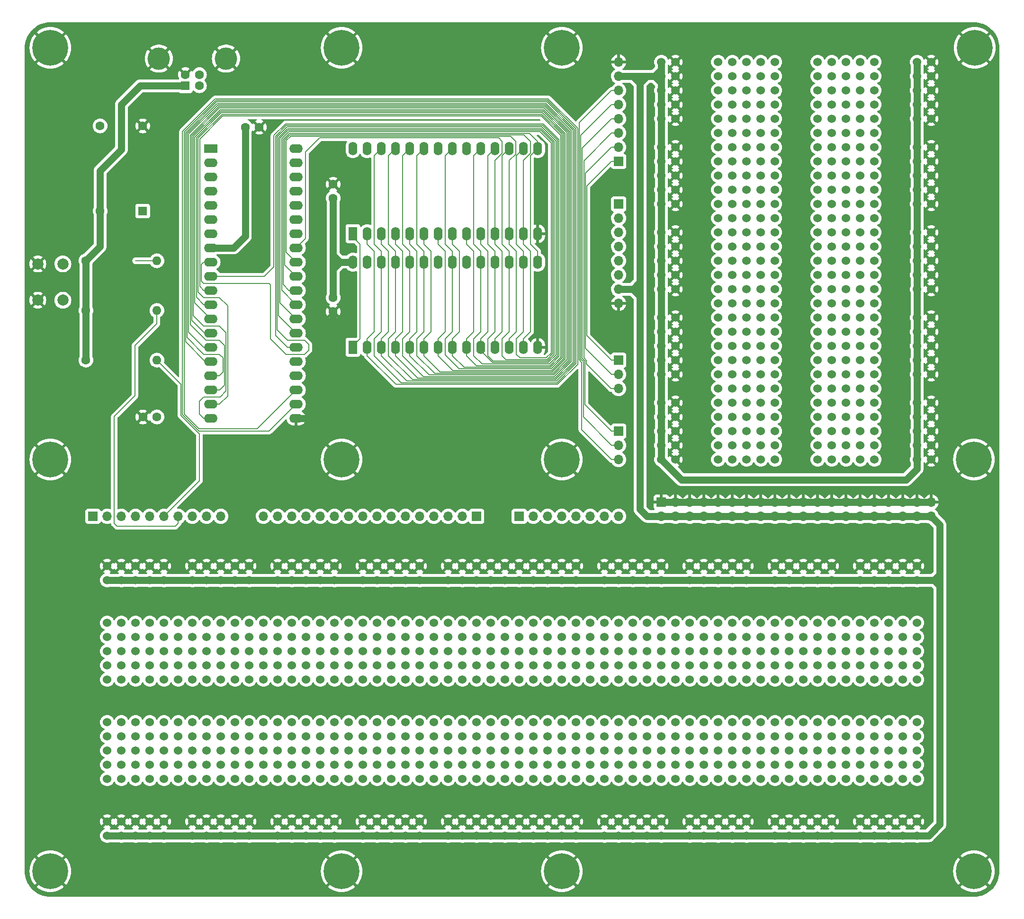
<source format=gtl>
%TF.GenerationSoftware,KiCad,Pcbnew,6.0.9-8da3e8f707~116~ubuntu20.04.1*%
%TF.CreationDate,2022-11-18T21:38:56+01:00*%
%TF.ProjectId,WD6502,57443635-3032-42e6-9b69-6361645f7063,rev?*%
%TF.SameCoordinates,Original*%
%TF.FileFunction,Copper,L1,Top*%
%TF.FilePolarity,Positive*%
%FSLAX46Y46*%
G04 Gerber Fmt 4.6, Leading zero omitted, Abs format (unit mm)*
G04 Created by KiCad (PCBNEW 6.0.9-8da3e8f707~116~ubuntu20.04.1) date 2022-11-18 21:38:56*
%MOMM*%
%LPD*%
G01*
G04 APERTURE LIST*
%TA.AperFunction,ComponentPad*%
%ADD10R,2.400000X1.600000*%
%TD*%
%TA.AperFunction,ComponentPad*%
%ADD11O,2.400000X1.600000*%
%TD*%
%TA.AperFunction,ComponentPad*%
%ADD12C,1.600000*%
%TD*%
%TA.AperFunction,ComponentPad*%
%ADD13O,1.600000X1.600000*%
%TD*%
%TA.AperFunction,ComponentPad*%
%ADD14C,0.800000*%
%TD*%
%TA.AperFunction,ComponentPad*%
%ADD15C,6.400000*%
%TD*%
%TA.AperFunction,ComponentPad*%
%ADD16R,1.600000X2.400000*%
%TD*%
%TA.AperFunction,ComponentPad*%
%ADD17O,1.600000X2.400000*%
%TD*%
%TA.AperFunction,ComponentPad*%
%ADD18R,1.700000X1.700000*%
%TD*%
%TA.AperFunction,ComponentPad*%
%ADD19O,1.700000X1.700000*%
%TD*%
%TA.AperFunction,ComponentPad*%
%ADD20R,1.600000X1.600000*%
%TD*%
%TA.AperFunction,ComponentPad*%
%ADD21C,4.000000*%
%TD*%
%TA.AperFunction,ComponentPad*%
%ADD22C,1.524000*%
%TD*%
%TA.AperFunction,ComponentPad*%
%ADD23C,2.000000*%
%TD*%
%TA.AperFunction,Conductor*%
%ADD24C,1.270000*%
%TD*%
%TA.AperFunction,Conductor*%
%ADD25C,0.127000*%
%TD*%
%TA.AperFunction,Conductor*%
%ADD26C,0.150000*%
%TD*%
G04 APERTURE END LIST*
D10*
%TO.P,U1,1,~{VP}*%
%TO.N,~{VP}*%
X84592000Y-48504000D03*
D11*
%TO.P,U1,2,RDY*%
%TO.N,RDY*%
X84592000Y-51044000D03*
%TO.P,U1,3,\u03D51*%
%TO.N,unconnected-(U1-Pad3)*%
X84592000Y-53584000D03*
%TO.P,U1,4,~{IRQ}*%
%TO.N,~{IRQ}*%
X84592000Y-56124000D03*
%TO.P,U1,5,~{ML}*%
%TO.N,~{ML}*%
X84592000Y-58664000D03*
%TO.P,U1,6,~{NMI}*%
%TO.N,~{NMI}*%
X84592000Y-61204000D03*
%TO.P,U1,7,SYNC*%
%TO.N,SYNC*%
X84592000Y-63744000D03*
%TO.P,U1,8,VDD*%
%TO.N,+5V*%
X84592000Y-66284000D03*
%TO.P,U1,9,A0*%
%TO.N,A0*%
X84592000Y-68824000D03*
%TO.P,U1,10,A1*%
%TO.N,A1*%
X84592000Y-71364000D03*
%TO.P,U1,11,A2*%
%TO.N,A2*%
X84592000Y-73904000D03*
%TO.P,U1,12,A3*%
%TO.N,A3*%
X84592000Y-76444000D03*
%TO.P,U1,13,A4*%
%TO.N,A4*%
X84592000Y-78984000D03*
%TO.P,U1,14,A5*%
%TO.N,A5*%
X84592000Y-81524000D03*
%TO.P,U1,15,A6*%
%TO.N,A6*%
X84592000Y-84064000D03*
%TO.P,U1,16,A7*%
%TO.N,A7*%
X84592000Y-86604000D03*
%TO.P,U1,17,A8*%
%TO.N,A8*%
X84592000Y-89144000D03*
%TO.P,U1,18,A9*%
%TO.N,A9*%
X84592000Y-91684000D03*
%TO.P,U1,19,A10*%
%TO.N,A10*%
X84592000Y-94224000D03*
%TO.P,U1,20,A11*%
%TO.N,A11*%
X84592000Y-96764000D03*
%TO.P,U1,21,VSS*%
%TO.N,GND*%
X99832000Y-96764000D03*
%TO.P,U1,22,A12*%
%TO.N,A12*%
X99832000Y-94224000D03*
%TO.P,U1,23,A13*%
%TO.N,A13*%
X99832000Y-91684000D03*
%TO.P,U1,24,A14*%
%TO.N,A14*%
X99832000Y-89144000D03*
%TO.P,U1,25,A15*%
%TO.N,A15*%
X99832000Y-86604000D03*
%TO.P,U1,26,D7*%
%TO.N,D7*%
X99832000Y-84064000D03*
%TO.P,U1,27,D6*%
%TO.N,D6*%
X99832000Y-81524000D03*
%TO.P,U1,28,D5*%
%TO.N,D5*%
X99832000Y-78984000D03*
%TO.P,U1,29,D4*%
%TO.N,D4*%
X99832000Y-76444000D03*
%TO.P,U1,30,D3*%
%TO.N,D3*%
X99832000Y-73904000D03*
%TO.P,U1,31,D2*%
%TO.N,D2*%
X99832000Y-71364000D03*
%TO.P,U1,32,D1*%
%TO.N,D1*%
X99832000Y-68824000D03*
%TO.P,U1,33,D0*%
%TO.N,D0*%
X99832000Y-66284000D03*
%TO.P,U1,34,R/~{W}*%
%TO.N,R{slash}~{W}*%
X99832000Y-63744000D03*
%TO.P,U1,35,nc*%
%TO.N,unconnected-(U1-Pad35)*%
X99832000Y-61204000D03*
%TO.P,U1,36,BE*%
%TO.N,BE*%
X99832000Y-58664000D03*
%TO.P,U1,37,\u03D50*%
%TO.N,PHI2*%
X99832000Y-56124000D03*
%TO.P,U1,38,~{SO}*%
%TO.N,+5V*%
X99832000Y-53584000D03*
%TO.P,U1,39,\u03D52*%
%TO.N,unconnected-(U1-Pad39)*%
X99832000Y-51044000D03*
%TO.P,U1,40,~{RES}*%
%TO.N,~{RES}*%
X99832000Y-48504000D03*
%TD*%
D12*
%TO.P,R1,1*%
%TO.N,+5V*%
X62230000Y-86360000D03*
D13*
%TO.P,R1,2*%
%TO.N,RDY*%
X74930000Y-86360000D03*
%TD*%
D14*
%TO.P,H2,1,1*%
%TO.N,GND*%
X221120000Y-28080000D03*
X218720000Y-30480000D03*
X221120000Y-32880000D03*
X219422944Y-32177056D03*
D15*
X221120000Y-30480000D03*
D14*
X222817056Y-32177056D03*
X223520000Y-30480000D03*
X219422944Y-28782944D03*
X222817056Y-28782944D03*
%TD*%
D12*
%TO.P,R2,1*%
%TO.N,+5V*%
X62230000Y-77470000D03*
D13*
%TO.P,R2,2*%
%TO.N,BE*%
X74930000Y-77470000D03*
%TD*%
D16*
%TO.P,U3,1,A14*%
%TO.N,A14*%
X109982000Y-63744000D03*
D17*
%TO.P,U3,2,A12*%
%TO.N,A12*%
X112522000Y-63744000D03*
%TO.P,U3,3,A7*%
%TO.N,A7*%
X115062000Y-63744000D03*
%TO.P,U3,4,A6*%
%TO.N,A6*%
X117602000Y-63744000D03*
%TO.P,U3,5,A5*%
%TO.N,A5*%
X120142000Y-63744000D03*
%TO.P,U3,6,A4*%
%TO.N,A4*%
X122682000Y-63744000D03*
%TO.P,U3,7,A3*%
%TO.N,A3*%
X125222000Y-63744000D03*
%TO.P,U3,8,A2*%
%TO.N,A2*%
X127762000Y-63744000D03*
%TO.P,U3,9,A1*%
%TO.N,A1*%
X130302000Y-63744000D03*
%TO.P,U3,10,A0*%
%TO.N,A0*%
X132842000Y-63744000D03*
%TO.P,U3,11,Q0*%
%TO.N,D0*%
X135382000Y-63744000D03*
%TO.P,U3,12,Q1*%
%TO.N,D1*%
X137922000Y-63744000D03*
%TO.P,U3,13,Q2*%
%TO.N,D2*%
X140462000Y-63744000D03*
%TO.P,U3,14,GND*%
%TO.N,GND*%
X143002000Y-63744000D03*
%TO.P,U3,15,Q3*%
%TO.N,D3*%
X143002000Y-48504000D03*
%TO.P,U3,16,Q4*%
%TO.N,D4*%
X140462000Y-48504000D03*
%TO.P,U3,17,Q5*%
%TO.N,D5*%
X137922000Y-48504000D03*
%TO.P,U3,18,Q6*%
%TO.N,D6*%
X135382000Y-48504000D03*
%TO.P,U3,19,Q7*%
%TO.N,D7*%
X132842000Y-48504000D03*
%TO.P,U3,20,~{CS}*%
%TO.N,~{RAMCS}*%
X130302000Y-48504000D03*
%TO.P,U3,21,A10*%
%TO.N,A10*%
X127762000Y-48504000D03*
%TO.P,U3,22,~{OE}*%
%TO.N,~{RAMOE}*%
X125222000Y-48504000D03*
%TO.P,U3,23,A11*%
%TO.N,A11*%
X122682000Y-48504000D03*
%TO.P,U3,24,A9*%
%TO.N,A9*%
X120142000Y-48504000D03*
%TO.P,U3,25,A8*%
%TO.N,A8*%
X117602000Y-48504000D03*
%TO.P,U3,26,A13*%
%TO.N,A13*%
X115062000Y-48504000D03*
%TO.P,U3,27,~{WE}*%
%TO.N,~{RAMWE}*%
X112522000Y-48504000D03*
%TO.P,U3,28,VCC*%
%TO.N,+5V*%
X109982000Y-48504000D03*
%TD*%
D14*
%TO.P,H12,1,1*%
%TO.N,GND*%
X149017056Y-176102944D03*
X147320000Y-175400000D03*
X144920000Y-177800000D03*
X145622944Y-176102944D03*
X147320000Y-180200000D03*
X149720000Y-177800000D03*
D15*
X147320000Y-177800000D03*
D14*
X149017056Y-179497056D03*
X145622944Y-179497056D03*
%TD*%
D12*
%TO.P,C4,1*%
%TO.N,~{RES}*%
X74930000Y-96520000D03*
%TO.P,C4,2*%
%TO.N,GND*%
X72430000Y-96520000D03*
%TD*%
D16*
%TO.P,U2,1,A14*%
%TO.N,A14*%
X109982000Y-84064000D03*
D17*
%TO.P,U2,2,A12*%
%TO.N,A12*%
X112522000Y-84064000D03*
%TO.P,U2,3,A7*%
%TO.N,A7*%
X115062000Y-84064000D03*
%TO.P,U2,4,A6*%
%TO.N,A6*%
X117602000Y-84064000D03*
%TO.P,U2,5,A5*%
%TO.N,A5*%
X120142000Y-84064000D03*
%TO.P,U2,6,A4*%
%TO.N,A4*%
X122682000Y-84064000D03*
%TO.P,U2,7,A3*%
%TO.N,A3*%
X125222000Y-84064000D03*
%TO.P,U2,8,A2*%
%TO.N,A2*%
X127762000Y-84064000D03*
%TO.P,U2,9,A1*%
%TO.N,A1*%
X130302000Y-84064000D03*
%TO.P,U2,10,A0*%
%TO.N,A0*%
X132842000Y-84064000D03*
%TO.P,U2,11,D0*%
%TO.N,D0*%
X135382000Y-84064000D03*
%TO.P,U2,12,D1*%
%TO.N,D1*%
X137922000Y-84064000D03*
%TO.P,U2,13,D2*%
%TO.N,D2*%
X140462000Y-84064000D03*
%TO.P,U2,14,GND*%
%TO.N,GND*%
X143002000Y-84064000D03*
%TO.P,U2,15,D3*%
%TO.N,D3*%
X143002000Y-68824000D03*
%TO.P,U2,16,D4*%
%TO.N,D4*%
X140462000Y-68824000D03*
%TO.P,U2,17,D5*%
%TO.N,D5*%
X137922000Y-68824000D03*
%TO.P,U2,18,D6*%
%TO.N,D6*%
X135382000Y-68824000D03*
%TO.P,U2,19,D7*%
%TO.N,D7*%
X132842000Y-68824000D03*
%TO.P,U2,20,~{CS}*%
%TO.N,~{ROMCS}*%
X130302000Y-68824000D03*
%TO.P,U2,21,A10*%
%TO.N,A10*%
X127762000Y-68824000D03*
%TO.P,U2,22,~{OE}*%
%TO.N,~{ROMOE}*%
X125222000Y-68824000D03*
%TO.P,U2,23,A11*%
%TO.N,A11*%
X122682000Y-68824000D03*
%TO.P,U2,24,A9*%
%TO.N,A9*%
X120142000Y-68824000D03*
%TO.P,U2,25,A8*%
%TO.N,A8*%
X117602000Y-68824000D03*
%TO.P,U2,26,A13*%
%TO.N,A13*%
X115062000Y-68824000D03*
%TO.P,U2,27,~{WE}*%
%TO.N,~{ROMWE}*%
X112522000Y-68824000D03*
%TO.P,U2,28,VCC*%
%TO.N,+5V*%
X109982000Y-68824000D03*
%TD*%
D18*
%TO.P,J7,1,Pin_1*%
%TO.N,~{RAMCS}*%
X157480000Y-50800000D03*
D19*
%TO.P,J7,2,Pin_2*%
%TO.N,~{RAMOE}*%
X157480000Y-48260000D03*
%TO.P,J7,3,Pin_3*%
%TO.N,~{RAMWE}*%
X157480000Y-45720000D03*
%TO.P,J7,4,Pin_4*%
%TO.N,~{ROMCS}*%
X157480000Y-43180000D03*
%TO.P,J7,5,Pin_5*%
%TO.N,~{ROMOE}*%
X157480000Y-40640000D03*
%TO.P,J7,6,Pin_6*%
%TO.N,~{ROMWE}*%
X157480000Y-38100000D03*
%TO.P,J7,7,Pin_7*%
%TO.N,+5V*%
X157480000Y-35560000D03*
%TO.P,J7,8,Pin_8*%
%TO.N,GND*%
X157480000Y-33020000D03*
%TD*%
D15*
%TO.P,H8,1,1*%
%TO.N,GND*%
X147320000Y-104140000D03*
D14*
X145622944Y-105837056D03*
X147320000Y-101740000D03*
X149017056Y-102442944D03*
X145622944Y-102442944D03*
X149720000Y-104140000D03*
X149017056Y-105837056D03*
X144920000Y-104140000D03*
X147320000Y-106540000D03*
%TD*%
D20*
%TO.P,J6,1,VBUS*%
%TO.N,+5V*%
X80030000Y-37267500D03*
D12*
%TO.P,J6,2,D-*%
%TO.N,unconnected-(J6-Pad2)*%
X82530000Y-37267500D03*
%TO.P,J6,3,D+*%
%TO.N,unconnected-(J6-Pad3)*%
X82530000Y-35267500D03*
%TO.P,J6,4,GND*%
%TO.N,GND*%
X80030000Y-35267500D03*
D21*
%TO.P,J6,5,Shield*%
X87280000Y-32407500D03*
X75280000Y-32407500D03*
%TD*%
D12*
%TO.P,C1,1*%
%TO.N,+5V*%
X90733000Y-44689000D03*
%TO.P,C1,2*%
%TO.N,GND*%
X93233000Y-44689000D03*
%TD*%
D22*
%TO.P,U5,1,VCC1*%
%TO.N,+5V*%
X180340000Y-171450000D03*
X200660000Y-171450000D03*
X147320000Y-171450000D03*
X177800000Y-171450000D03*
X210820000Y-171450000D03*
X165100000Y-171450000D03*
X142240000Y-171450000D03*
X185420000Y-171450000D03*
X139700000Y-171450000D03*
X157480000Y-171450000D03*
X162560000Y-171450000D03*
X154940000Y-171450000D03*
X170180000Y-171450000D03*
X144780000Y-171450000D03*
X195580000Y-171450000D03*
X208280000Y-171450000D03*
X193040000Y-171450000D03*
X172720000Y-171450000D03*
X205740000Y-171450000D03*
X175260000Y-171450000D03*
X203200000Y-171450000D03*
X160020000Y-171450000D03*
X190500000Y-171450000D03*
X149860000Y-171450000D03*
X187960000Y-171450000D03*
%TO.P,U5,2,VCC2*%
X175260000Y-125730000D03*
X210820000Y-125730000D03*
X142240000Y-125730000D03*
X172720000Y-125730000D03*
X203200000Y-125730000D03*
X195580000Y-125730000D03*
X205740000Y-125730000D03*
X200660000Y-125730000D03*
X193040000Y-125730000D03*
X154940000Y-125730000D03*
X187960000Y-125730000D03*
X190500000Y-125730000D03*
X185420000Y-125730000D03*
X165100000Y-125730000D03*
X157480000Y-125730000D03*
X147320000Y-125730000D03*
X139700000Y-125730000D03*
X149860000Y-125730000D03*
X170180000Y-125730000D03*
X144780000Y-125730000D03*
X208280000Y-125730000D03*
X180340000Y-125730000D03*
X177800000Y-125730000D03*
X160020000Y-125730000D03*
X162560000Y-125730000D03*
%TO.P,U5,3,GND1*%
%TO.N,GND*%
X139700000Y-168910000D03*
X160020000Y-168910000D03*
X154940000Y-168910000D03*
X193040000Y-168910000D03*
X203200000Y-168910000D03*
X195580000Y-168910000D03*
X170180000Y-168910000D03*
X187960000Y-168910000D03*
X172720000Y-168910000D03*
X142240000Y-168910000D03*
X144780000Y-168910000D03*
X185420000Y-168910000D03*
X205740000Y-168910000D03*
X147320000Y-168910000D03*
X175260000Y-168910000D03*
X190500000Y-168910000D03*
X157480000Y-168910000D03*
X208280000Y-168910000D03*
X210820000Y-168910000D03*
X200660000Y-168910000D03*
X149860000Y-168910000D03*
X177800000Y-168910000D03*
X165100000Y-168910000D03*
X180340000Y-168910000D03*
X162560000Y-168910000D03*
%TO.P,U5,4,GND2*%
X195580000Y-123190000D03*
X170180000Y-123190000D03*
X208280000Y-123190000D03*
X157480000Y-123190000D03*
X175260000Y-123190000D03*
X160020000Y-123190000D03*
X162560000Y-123190000D03*
X139700000Y-123190000D03*
X177800000Y-123190000D03*
X187960000Y-123190000D03*
X203200000Y-123190000D03*
X185420000Y-123190000D03*
X210820000Y-123190000D03*
X165100000Y-123190000D03*
X172720000Y-123190000D03*
X149860000Y-123190000D03*
X193040000Y-123190000D03*
X190500000Y-123190000D03*
X154940000Y-123190000D03*
X205740000Y-123190000D03*
X147320000Y-123190000D03*
X144780000Y-123190000D03*
X180340000Y-123190000D03*
X200660000Y-123190000D03*
X142240000Y-123190000D03*
%TO.P,U5,11*%
%TO.N,N/C*%
X157480000Y-161290000D03*
X208280000Y-161290000D03*
X198120000Y-161290000D03*
X185420000Y-161290000D03*
X160020000Y-161290000D03*
X165100000Y-161290000D03*
X154940000Y-161290000D03*
X177800000Y-161290000D03*
X203200000Y-161290000D03*
X167640000Y-161290000D03*
X144780000Y-161290000D03*
X190500000Y-161290000D03*
X152400000Y-161290000D03*
X170180000Y-161290000D03*
X195580000Y-161290000D03*
X205740000Y-161290000D03*
X162560000Y-161290000D03*
X147320000Y-161290000D03*
X200660000Y-161290000D03*
X210820000Y-161290000D03*
X180340000Y-161290000D03*
X142240000Y-161290000D03*
X175260000Y-161290000D03*
X149860000Y-161290000D03*
X193040000Y-161290000D03*
X182880000Y-161290000D03*
X187960000Y-161290000D03*
X172720000Y-161290000D03*
X139700000Y-161290000D03*
%TO.P,U5,12*%
X152400000Y-158750000D03*
X144780000Y-158750000D03*
X190500000Y-158750000D03*
X203200000Y-158750000D03*
X147320000Y-158750000D03*
X177800000Y-158750000D03*
X180340000Y-158750000D03*
X205740000Y-158750000D03*
X210820000Y-158750000D03*
X200660000Y-158750000D03*
X187960000Y-158750000D03*
X154940000Y-158750000D03*
X162560000Y-158750000D03*
X139700000Y-158750000D03*
X170180000Y-158750000D03*
X175260000Y-158750000D03*
X157480000Y-158750000D03*
X172720000Y-158750000D03*
X142240000Y-158750000D03*
X149860000Y-158750000D03*
X198120000Y-158750000D03*
X208280000Y-158750000D03*
X167640000Y-158750000D03*
X160020000Y-158750000D03*
X193040000Y-158750000D03*
X185420000Y-158750000D03*
X195580000Y-158750000D03*
X182880000Y-158750000D03*
X165100000Y-158750000D03*
%TO.P,U5,13*%
X172720000Y-156210000D03*
X162560000Y-156210000D03*
X139700000Y-156210000D03*
X193040000Y-156210000D03*
X180340000Y-156210000D03*
X142240000Y-156210000D03*
X167640000Y-156210000D03*
X147320000Y-156210000D03*
X185420000Y-156210000D03*
X154940000Y-156210000D03*
X208280000Y-156210000D03*
X203200000Y-156210000D03*
X165100000Y-156210000D03*
X205740000Y-156210000D03*
X175260000Y-156210000D03*
X210820000Y-156210000D03*
X170180000Y-156210000D03*
X190500000Y-156210000D03*
X157480000Y-156210000D03*
X200660000Y-156210000D03*
X160020000Y-156210000D03*
X144780000Y-156210000D03*
X177800000Y-156210000D03*
X198120000Y-156210000D03*
X152400000Y-156210000D03*
X149860000Y-156210000D03*
X187960000Y-156210000D03*
X195580000Y-156210000D03*
X182880000Y-156210000D03*
%TO.P,U5,14*%
X180340000Y-153670000D03*
X152400000Y-153670000D03*
X195580000Y-153670000D03*
X147320000Y-153670000D03*
X175260000Y-153670000D03*
X165100000Y-153670000D03*
X157480000Y-153670000D03*
X139700000Y-153670000D03*
X149860000Y-153670000D03*
X205740000Y-153670000D03*
X208280000Y-153670000D03*
X162560000Y-153670000D03*
X160020000Y-153670000D03*
X200660000Y-153670000D03*
X172720000Y-153670000D03*
X185420000Y-153670000D03*
X203200000Y-153670000D03*
X193040000Y-153670000D03*
X144780000Y-153670000D03*
X187960000Y-153670000D03*
X154940000Y-153670000D03*
X190500000Y-153670000D03*
X167640000Y-153670000D03*
X177800000Y-153670000D03*
X210820000Y-153670000D03*
X182880000Y-153670000D03*
X198120000Y-153670000D03*
X170180000Y-153670000D03*
X142240000Y-153670000D03*
%TO.P,U5,15*%
X187960000Y-151130000D03*
X177800000Y-151130000D03*
X182880000Y-151130000D03*
X144780000Y-151130000D03*
X190500000Y-151130000D03*
X154940000Y-151130000D03*
X198120000Y-151130000D03*
X157480000Y-151130000D03*
X210820000Y-151130000D03*
X205740000Y-151130000D03*
X200660000Y-151130000D03*
X139700000Y-151130000D03*
X172720000Y-151130000D03*
X147320000Y-151130000D03*
X193040000Y-151130000D03*
X165100000Y-151130000D03*
X203200000Y-151130000D03*
X180340000Y-151130000D03*
X208280000Y-151130000D03*
X149860000Y-151130000D03*
X142240000Y-151130000D03*
X162560000Y-151130000D03*
X175260000Y-151130000D03*
X170180000Y-151130000D03*
X160020000Y-151130000D03*
X152400000Y-151130000D03*
X195580000Y-151130000D03*
X167640000Y-151130000D03*
X185420000Y-151130000D03*
%TO.P,U5,16*%
X152400000Y-143510000D03*
X180340000Y-143510000D03*
X172720000Y-143510000D03*
X193040000Y-143510000D03*
X182880000Y-143510000D03*
X139700000Y-143510000D03*
X144780000Y-143510000D03*
X165100000Y-143510000D03*
X200660000Y-143510000D03*
X187960000Y-143510000D03*
X157480000Y-143510000D03*
X142240000Y-143510000D03*
X208280000Y-143510000D03*
X160020000Y-143510000D03*
X185420000Y-143510000D03*
X198120000Y-143510000D03*
X205740000Y-143510000D03*
X175260000Y-143510000D03*
X154940000Y-143510000D03*
X177800000Y-143510000D03*
X210820000Y-143510000D03*
X167640000Y-143510000D03*
X149860000Y-143510000D03*
X203200000Y-143510000D03*
X147320000Y-143510000D03*
X170180000Y-143510000D03*
X190500000Y-143510000D03*
X162560000Y-143510000D03*
X195580000Y-143510000D03*
%TO.P,U5,17*%
X142240000Y-140970000D03*
X172720000Y-140970000D03*
X200660000Y-140970000D03*
X162560000Y-140970000D03*
X154940000Y-140970000D03*
X147320000Y-140970000D03*
X203200000Y-140970000D03*
X139700000Y-140970000D03*
X165100000Y-140970000D03*
X149860000Y-140970000D03*
X210820000Y-140970000D03*
X185420000Y-140970000D03*
X167640000Y-140970000D03*
X175260000Y-140970000D03*
X144780000Y-140970000D03*
X208280000Y-140970000D03*
X195580000Y-140970000D03*
X177800000Y-140970000D03*
X170180000Y-140970000D03*
X193040000Y-140970000D03*
X160020000Y-140970000D03*
X152400000Y-140970000D03*
X187960000Y-140970000D03*
X190500000Y-140970000D03*
X157480000Y-140970000D03*
X180340000Y-140970000D03*
X205740000Y-140970000D03*
X182880000Y-140970000D03*
X198120000Y-140970000D03*
%TO.P,U5,18*%
X147320000Y-138430000D03*
X139700000Y-138430000D03*
X193040000Y-138430000D03*
X185420000Y-138430000D03*
X154940000Y-138430000D03*
X170180000Y-138430000D03*
X144780000Y-138430000D03*
X172720000Y-138430000D03*
X157480000Y-138430000D03*
X149860000Y-138430000D03*
X177800000Y-138430000D03*
X208280000Y-138430000D03*
X200660000Y-138430000D03*
X180340000Y-138430000D03*
X203200000Y-138430000D03*
X167640000Y-138430000D03*
X187960000Y-138430000D03*
X195580000Y-138430000D03*
X162560000Y-138430000D03*
X152400000Y-138430000D03*
X210820000Y-138430000D03*
X198120000Y-138430000D03*
X205740000Y-138430000D03*
X175260000Y-138430000D03*
X142240000Y-138430000D03*
X182880000Y-138430000D03*
X160020000Y-138430000D03*
X190500000Y-138430000D03*
X165100000Y-138430000D03*
%TO.P,U5,19*%
X172720000Y-135890000D03*
X157480000Y-135890000D03*
X210820000Y-135890000D03*
X175260000Y-135890000D03*
X187960000Y-135890000D03*
X154940000Y-135890000D03*
X165100000Y-135890000D03*
X185420000Y-135890000D03*
X205740000Y-135890000D03*
X200660000Y-135890000D03*
X170180000Y-135890000D03*
X182880000Y-135890000D03*
X162560000Y-135890000D03*
X190500000Y-135890000D03*
X149860000Y-135890000D03*
X198120000Y-135890000D03*
X177800000Y-135890000D03*
X139700000Y-135890000D03*
X195580000Y-135890000D03*
X147320000Y-135890000D03*
X144780000Y-135890000D03*
X208280000Y-135890000D03*
X203200000Y-135890000D03*
X142240000Y-135890000D03*
X152400000Y-135890000D03*
X193040000Y-135890000D03*
X160020000Y-135890000D03*
X180340000Y-135890000D03*
X167640000Y-135890000D03*
%TO.P,U5,20*%
X152400000Y-133350000D03*
X142240000Y-133350000D03*
X200660000Y-133350000D03*
X165100000Y-133350000D03*
X160020000Y-133350000D03*
X208280000Y-133350000D03*
X157480000Y-133350000D03*
X154940000Y-133350000D03*
X170180000Y-133350000D03*
X147320000Y-133350000D03*
X187960000Y-133350000D03*
X149860000Y-133350000D03*
X198120000Y-133350000D03*
X205740000Y-133350000D03*
X167640000Y-133350000D03*
X195580000Y-133350000D03*
X175260000Y-133350000D03*
X193040000Y-133350000D03*
X182880000Y-133350000D03*
X210820000Y-133350000D03*
X172720000Y-133350000D03*
X139700000Y-133350000D03*
X203200000Y-133350000D03*
X190500000Y-133350000D03*
X162560000Y-133350000D03*
X144780000Y-133350000D03*
X180340000Y-133350000D03*
X185420000Y-133350000D03*
X177800000Y-133350000D03*
%TD*%
D18*
%TO.P,J8,1,Pin_1*%
%TO.N,A10*%
X157480000Y-58420000D03*
D19*
%TO.P,J8,2,Pin_2*%
%TO.N,A11*%
X157480000Y-60960000D03*
%TO.P,J8,3,Pin_3*%
%TO.N,A12*%
X157480000Y-63500000D03*
%TO.P,J8,4,Pin_4*%
%TO.N,A13*%
X157480000Y-66040000D03*
%TO.P,J8,5,Pin_5*%
%TO.N,A14*%
X157480000Y-68580000D03*
%TO.P,J8,6,Pin_6*%
%TO.N,A15*%
X157480000Y-71120000D03*
%TO.P,J8,7,Pin_7*%
%TO.N,+5V*%
X157480000Y-73660000D03*
%TO.P,J8,8,Pin_8*%
%TO.N,GND*%
X157480000Y-76200000D03*
%TD*%
D14*
%TO.P,H6,1,1*%
%TO.N,GND*%
X220980000Y-180200000D03*
D15*
X220980000Y-177800000D03*
D14*
X218580000Y-177800000D03*
X219282944Y-176102944D03*
X220980000Y-175400000D03*
X219282944Y-179497056D03*
X222677056Y-179497056D03*
X223380000Y-177800000D03*
X222677056Y-176102944D03*
%TD*%
%TO.P,H7,1,1*%
%TO.N,GND*%
X110350000Y-104140000D03*
X106252944Y-105837056D03*
X107950000Y-106540000D03*
D15*
X107950000Y-104140000D03*
D14*
X109647056Y-102442944D03*
X105550000Y-104140000D03*
X109647056Y-105837056D03*
X106252944Y-102442944D03*
X107950000Y-101740000D03*
%TD*%
D18*
%TO.P,J4,1,Pin_1*%
%TO.N,~{RAMCS}*%
X157480000Y-86360000D03*
D19*
%TO.P,J4,2,Pin_2*%
%TO.N,~{RAMOE}*%
X157480000Y-88900000D03*
%TO.P,J4,3,Pin_3*%
%TO.N,~{RAMWE}*%
X157480000Y-91440000D03*
%TD*%
D18*
%TO.P,J5,1,Pin_1*%
%TO.N,~{ROMCS}*%
X157480000Y-99060000D03*
D19*
%TO.P,J5,2,Pin_2*%
%TO.N,~{ROMOE}*%
X157480000Y-101600000D03*
%TO.P,J5,3,Pin_3*%
%TO.N,~{ROMWE}*%
X157480000Y-104140000D03*
%TD*%
D18*
%TO.P,J2,1,Pin_1*%
%TO.N,D0*%
X139700000Y-114300000D03*
D19*
%TO.P,J2,2,Pin_2*%
%TO.N,D1*%
X142240000Y-114300000D03*
%TO.P,J2,3,Pin_3*%
%TO.N,D2*%
X144780000Y-114300000D03*
%TO.P,J2,4,Pin_4*%
%TO.N,D3*%
X147320000Y-114300000D03*
%TO.P,J2,5,Pin_5*%
%TO.N,D4*%
X149860000Y-114300000D03*
%TO.P,J2,6,Pin_6*%
%TO.N,D5*%
X152400000Y-114300000D03*
%TO.P,J2,7,Pin_7*%
%TO.N,D6*%
X154940000Y-114300000D03*
%TO.P,J2,8,Pin_8*%
%TO.N,D7*%
X157480000Y-114300000D03*
%TD*%
D12*
%TO.P,C3,1*%
%TO.N,+5V*%
X106441000Y-57389000D03*
%TO.P,C3,2*%
%TO.N,GND*%
X106441000Y-54889000D03*
%TD*%
D22*
%TO.P,U4,1,VCC1*%
%TO.N,+5V*%
X165100000Y-35560000D03*
X165100000Y-48260000D03*
X165100000Y-40640000D03*
X165100000Y-83820000D03*
X165100000Y-86360000D03*
X165100000Y-53340000D03*
X165100000Y-93980000D03*
X165100000Y-104140000D03*
X165100000Y-58420000D03*
X165100000Y-68580000D03*
X165100000Y-43180000D03*
X165100000Y-55880000D03*
X165100000Y-78740000D03*
X165100000Y-63500000D03*
X165100000Y-33020000D03*
X165100000Y-88900000D03*
X165100000Y-96520000D03*
X165100000Y-101600000D03*
X165100000Y-71120000D03*
X165100000Y-38100000D03*
X165100000Y-66040000D03*
X165100000Y-73660000D03*
X165100000Y-99060000D03*
X165100000Y-50800000D03*
X165100000Y-81280000D03*
%TO.P,U4,2,VCC2*%
X210820000Y-33020000D03*
X210820000Y-88900000D03*
X210820000Y-50800000D03*
X210820000Y-83820000D03*
X210820000Y-81280000D03*
X210820000Y-73660000D03*
X210820000Y-58420000D03*
X210820000Y-63500000D03*
X210820000Y-48260000D03*
X210820000Y-96520000D03*
X210820000Y-40640000D03*
X210820000Y-53340000D03*
X210820000Y-66040000D03*
X210820000Y-43180000D03*
X210820000Y-104140000D03*
X210820000Y-99060000D03*
X210820000Y-38100000D03*
X210820000Y-35560000D03*
X210820000Y-86360000D03*
X210820000Y-101600000D03*
X210820000Y-78740000D03*
X210820000Y-55880000D03*
X210820000Y-68580000D03*
X210820000Y-71120000D03*
X210820000Y-93980000D03*
%TO.P,U4,3,GND1*%
%TO.N,GND*%
X167640000Y-66040000D03*
X167640000Y-48260000D03*
X167640000Y-43180000D03*
X167640000Y-40640000D03*
X167640000Y-50800000D03*
X167640000Y-86360000D03*
X167640000Y-63500000D03*
X167640000Y-38100000D03*
X167640000Y-101600000D03*
X167640000Y-96520000D03*
X167640000Y-58420000D03*
X167640000Y-88900000D03*
X167640000Y-68580000D03*
X167640000Y-99060000D03*
X167640000Y-55880000D03*
X167640000Y-93980000D03*
X167640000Y-78740000D03*
X167640000Y-53340000D03*
X167640000Y-73660000D03*
X167640000Y-104140000D03*
X167640000Y-71120000D03*
X167640000Y-81280000D03*
X167640000Y-33020000D03*
X167640000Y-83820000D03*
X167640000Y-35560000D03*
%TO.P,U4,4,GND2*%
X213360000Y-96520000D03*
X213360000Y-104140000D03*
X213360000Y-81280000D03*
X213360000Y-58420000D03*
X213360000Y-40640000D03*
X213360000Y-83820000D03*
X213360000Y-33020000D03*
X213360000Y-68580000D03*
X213360000Y-73660000D03*
X213360000Y-88900000D03*
X213360000Y-71120000D03*
X213360000Y-48260000D03*
X213360000Y-50800000D03*
X213360000Y-66040000D03*
X213360000Y-86360000D03*
X213360000Y-78740000D03*
X213360000Y-93980000D03*
X213360000Y-63500000D03*
X213360000Y-38100000D03*
X213360000Y-55880000D03*
X213360000Y-35560000D03*
X213360000Y-99060000D03*
X213360000Y-101600000D03*
X213360000Y-43180000D03*
X213360000Y-53340000D03*
%TO.P,U4,11*%
%TO.N,N/C*%
X175260000Y-35560000D03*
X175260000Y-33020000D03*
X175260000Y-83820000D03*
X175260000Y-86360000D03*
X175260000Y-93980000D03*
X175260000Y-50800000D03*
X175260000Y-60960000D03*
X175260000Y-99060000D03*
X175260000Y-104140000D03*
X175260000Y-71120000D03*
X175260000Y-48260000D03*
X175260000Y-101600000D03*
X175260000Y-81280000D03*
X175260000Y-55880000D03*
X175260000Y-68580000D03*
X175260000Y-78740000D03*
X175260000Y-91440000D03*
X175260000Y-53340000D03*
X175260000Y-38100000D03*
X175260000Y-66040000D03*
X175260000Y-63500000D03*
X175260000Y-43180000D03*
X175260000Y-76200000D03*
X175260000Y-96520000D03*
X175260000Y-40640000D03*
X175260000Y-88900000D03*
X175260000Y-58420000D03*
X175260000Y-45720000D03*
X175260000Y-73660000D03*
%TO.P,U4,12*%
X177800000Y-40640000D03*
X177800000Y-104140000D03*
X177800000Y-68580000D03*
X177800000Y-71120000D03*
X177800000Y-86360000D03*
X177800000Y-83820000D03*
X177800000Y-48260000D03*
X177800000Y-55880000D03*
X177800000Y-45720000D03*
X177800000Y-43180000D03*
X177800000Y-33020000D03*
X177800000Y-63500000D03*
X177800000Y-78740000D03*
X177800000Y-58420000D03*
X177800000Y-50800000D03*
X177800000Y-99060000D03*
X177800000Y-53340000D03*
X177800000Y-101600000D03*
X177800000Y-76200000D03*
X177800000Y-60960000D03*
X177800000Y-81280000D03*
X177800000Y-93980000D03*
X177800000Y-88900000D03*
X177800000Y-96520000D03*
X177800000Y-38100000D03*
X177800000Y-35560000D03*
X177800000Y-73660000D03*
X177800000Y-91440000D03*
X177800000Y-66040000D03*
%TO.P,U4,13*%
X180340000Y-58420000D03*
X180340000Y-101600000D03*
X180340000Y-48260000D03*
X180340000Y-35560000D03*
X180340000Y-68580000D03*
X180340000Y-53340000D03*
X180340000Y-63500000D03*
X180340000Y-104140000D03*
X180340000Y-99060000D03*
X180340000Y-50800000D03*
X180340000Y-76200000D03*
X180340000Y-88900000D03*
X180340000Y-60960000D03*
X180340000Y-71120000D03*
X180340000Y-83820000D03*
X180340000Y-55880000D03*
X180340000Y-45720000D03*
X180340000Y-96520000D03*
X180340000Y-81280000D03*
X180340000Y-66040000D03*
X180340000Y-38100000D03*
X180340000Y-86360000D03*
X180340000Y-91440000D03*
X180340000Y-33020000D03*
X180340000Y-78740000D03*
X180340000Y-43180000D03*
X180340000Y-93980000D03*
X180340000Y-40640000D03*
X180340000Y-73660000D03*
%TO.P,U4,14*%
X182880000Y-38100000D03*
X182880000Y-40640000D03*
X182880000Y-45720000D03*
X182880000Y-88900000D03*
X182880000Y-73660000D03*
X182880000Y-63500000D03*
X182880000Y-93980000D03*
X182880000Y-33020000D03*
X182880000Y-96520000D03*
X182880000Y-66040000D03*
X182880000Y-71120000D03*
X182880000Y-68580000D03*
X182880000Y-53340000D03*
X182880000Y-60960000D03*
X182880000Y-76200000D03*
X182880000Y-48260000D03*
X182880000Y-55880000D03*
X182880000Y-81280000D03*
X182880000Y-104140000D03*
X182880000Y-91440000D03*
X182880000Y-86360000D03*
X182880000Y-43180000D03*
X182880000Y-83820000D03*
X182880000Y-99060000D03*
X182880000Y-78740000D03*
X182880000Y-58420000D03*
X182880000Y-50800000D03*
X182880000Y-35560000D03*
X182880000Y-101600000D03*
%TO.P,U4,15*%
X185420000Y-48260000D03*
X185420000Y-73660000D03*
X185420000Y-50800000D03*
X185420000Y-68580000D03*
X185420000Y-55880000D03*
X185420000Y-93980000D03*
X185420000Y-45720000D03*
X185420000Y-99060000D03*
X185420000Y-58420000D03*
X185420000Y-53340000D03*
X185420000Y-83820000D03*
X185420000Y-104140000D03*
X185420000Y-96520000D03*
X185420000Y-33020000D03*
X185420000Y-40640000D03*
X185420000Y-86360000D03*
X185420000Y-63500000D03*
X185420000Y-78740000D03*
X185420000Y-71120000D03*
X185420000Y-81280000D03*
X185420000Y-101600000D03*
X185420000Y-43180000D03*
X185420000Y-76200000D03*
X185420000Y-60960000D03*
X185420000Y-38100000D03*
X185420000Y-88900000D03*
X185420000Y-66040000D03*
X185420000Y-35560000D03*
X185420000Y-91440000D03*
%TO.P,U4,16*%
X193040000Y-38100000D03*
X193040000Y-104140000D03*
X193040000Y-83820000D03*
X193040000Y-40640000D03*
X193040000Y-53340000D03*
X193040000Y-71120000D03*
X193040000Y-76200000D03*
X193040000Y-78740000D03*
X193040000Y-33020000D03*
X193040000Y-99060000D03*
X193040000Y-73660000D03*
X193040000Y-81280000D03*
X193040000Y-63500000D03*
X193040000Y-68580000D03*
X193040000Y-58420000D03*
X193040000Y-88900000D03*
X193040000Y-48260000D03*
X193040000Y-86360000D03*
X193040000Y-66040000D03*
X193040000Y-50800000D03*
X193040000Y-35560000D03*
X193040000Y-60960000D03*
X193040000Y-45720000D03*
X193040000Y-96520000D03*
X193040000Y-55880000D03*
X193040000Y-101600000D03*
X193040000Y-91440000D03*
X193040000Y-93980000D03*
X193040000Y-43180000D03*
%TO.P,U4,17*%
X195580000Y-33020000D03*
X195580000Y-78740000D03*
X195580000Y-60960000D03*
X195580000Y-99060000D03*
X195580000Y-81280000D03*
X195580000Y-91440000D03*
X195580000Y-35560000D03*
X195580000Y-86360000D03*
X195580000Y-66040000D03*
X195580000Y-53340000D03*
X195580000Y-101600000D03*
X195580000Y-40640000D03*
X195580000Y-73660000D03*
X195580000Y-45720000D03*
X195580000Y-55880000D03*
X195580000Y-83820000D03*
X195580000Y-63500000D03*
X195580000Y-104140000D03*
X195580000Y-68580000D03*
X195580000Y-71120000D03*
X195580000Y-50800000D03*
X195580000Y-48260000D03*
X195580000Y-76200000D03*
X195580000Y-38100000D03*
X195580000Y-58420000D03*
X195580000Y-43180000D03*
X195580000Y-93980000D03*
X195580000Y-96520000D03*
X195580000Y-88900000D03*
%TO.P,U4,18*%
X198120000Y-99060000D03*
X198120000Y-55880000D03*
X198120000Y-53340000D03*
X198120000Y-40640000D03*
X198120000Y-43180000D03*
X198120000Y-68580000D03*
X198120000Y-76200000D03*
X198120000Y-63500000D03*
X198120000Y-71120000D03*
X198120000Y-104140000D03*
X198120000Y-86360000D03*
X198120000Y-50800000D03*
X198120000Y-101600000D03*
X198120000Y-33020000D03*
X198120000Y-88900000D03*
X198120000Y-91440000D03*
X198120000Y-45720000D03*
X198120000Y-66040000D03*
X198120000Y-96520000D03*
X198120000Y-38100000D03*
X198120000Y-73660000D03*
X198120000Y-83820000D03*
X198120000Y-60960000D03*
X198120000Y-78740000D03*
X198120000Y-58420000D03*
X198120000Y-81280000D03*
X198120000Y-93980000D03*
X198120000Y-48260000D03*
X198120000Y-35560000D03*
%TO.P,U4,19*%
X200660000Y-66040000D03*
X200660000Y-68580000D03*
X200660000Y-53340000D03*
X200660000Y-60960000D03*
X200660000Y-33020000D03*
X200660000Y-63500000D03*
X200660000Y-93980000D03*
X200660000Y-91440000D03*
X200660000Y-104140000D03*
X200660000Y-45720000D03*
X200660000Y-58420000D03*
X200660000Y-55880000D03*
X200660000Y-83820000D03*
X200660000Y-99060000D03*
X200660000Y-50800000D03*
X200660000Y-38100000D03*
X200660000Y-81280000D03*
X200660000Y-96520000D03*
X200660000Y-73660000D03*
X200660000Y-86360000D03*
X200660000Y-78740000D03*
X200660000Y-88900000D03*
X200660000Y-71120000D03*
X200660000Y-43180000D03*
X200660000Y-101600000D03*
X200660000Y-35560000D03*
X200660000Y-48260000D03*
X200660000Y-40640000D03*
X200660000Y-76200000D03*
%TO.P,U4,20*%
X203200000Y-60960000D03*
X203200000Y-40640000D03*
X203200000Y-68580000D03*
X203200000Y-81280000D03*
X203200000Y-78740000D03*
X203200000Y-96520000D03*
X203200000Y-101600000D03*
X203200000Y-58420000D03*
X203200000Y-53340000D03*
X203200000Y-33020000D03*
X203200000Y-99060000D03*
X203200000Y-35560000D03*
X203200000Y-88900000D03*
X203200000Y-48260000D03*
X203200000Y-86360000D03*
X203200000Y-76200000D03*
X203200000Y-66040000D03*
X203200000Y-63500000D03*
X203200000Y-83820000D03*
X203200000Y-45720000D03*
X203200000Y-50800000D03*
X203200000Y-91440000D03*
X203200000Y-55880000D03*
X203200000Y-73660000D03*
X203200000Y-71120000D03*
X203200000Y-93980000D03*
X203200000Y-104140000D03*
X203200000Y-43180000D03*
X203200000Y-38100000D03*
%TD*%
D20*
%TO.P,X1,1,EN*%
%TO.N,unconnected-(X1-Pad1)*%
X72390000Y-59690000D03*
D12*
%TO.P,X1,7,GND*%
%TO.N,GND*%
X72390000Y-44450000D03*
%TO.P,X1,8,OUT*%
%TO.N,PHI2*%
X64770000Y-44450000D03*
%TO.P,X1,14,Vcc*%
%TO.N,+5V*%
X64770000Y-59690000D03*
%TD*%
D18*
%TO.P,J9,1,Pin_1*%
%TO.N,GND*%
X165100000Y-111760000D03*
D19*
%TO.P,J9,2,Pin_2*%
%TO.N,+5V*%
X165100000Y-114300000D03*
%TO.P,J9,3,Pin_3*%
%TO.N,GND*%
X167640000Y-111760000D03*
%TO.P,J9,4,Pin_4*%
%TO.N,+5V*%
X167640000Y-114300000D03*
%TO.P,J9,5,Pin_5*%
%TO.N,GND*%
X170180000Y-111760000D03*
%TO.P,J9,6,Pin_6*%
%TO.N,+5V*%
X170180000Y-114300000D03*
%TO.P,J9,7,Pin_7*%
%TO.N,GND*%
X172720000Y-111760000D03*
%TO.P,J9,8,Pin_8*%
%TO.N,+5V*%
X172720000Y-114300000D03*
%TO.P,J9,9,Pin_9*%
%TO.N,GND*%
X175260000Y-111760000D03*
%TO.P,J9,10,Pin_10*%
%TO.N,+5V*%
X175260000Y-114300000D03*
%TO.P,J9,11,Pin_11*%
%TO.N,GND*%
X177800000Y-111760000D03*
%TO.P,J9,12,Pin_12*%
%TO.N,+5V*%
X177800000Y-114300000D03*
%TO.P,J9,13,Pin_13*%
%TO.N,GND*%
X180340000Y-111760000D03*
%TO.P,J9,14,Pin_14*%
%TO.N,+5V*%
X180340000Y-114300000D03*
%TO.P,J9,15,Pin_15*%
%TO.N,GND*%
X182880000Y-111760000D03*
%TO.P,J9,16,Pin_16*%
%TO.N,+5V*%
X182880000Y-114300000D03*
%TO.P,J9,17,Pin_17*%
%TO.N,GND*%
X185420000Y-111760000D03*
%TO.P,J9,18,Pin_18*%
%TO.N,+5V*%
X185420000Y-114300000D03*
%TO.P,J9,19,Pin_19*%
%TO.N,GND*%
X187960000Y-111760000D03*
%TO.P,J9,20,Pin_20*%
%TO.N,+5V*%
X187960000Y-114300000D03*
%TO.P,J9,21,Pin_21*%
%TO.N,GND*%
X190500000Y-111760000D03*
%TO.P,J9,22,Pin_22*%
%TO.N,+5V*%
X190500000Y-114300000D03*
%TO.P,J9,23,Pin_23*%
%TO.N,GND*%
X193040000Y-111760000D03*
%TO.P,J9,24,Pin_24*%
%TO.N,+5V*%
X193040000Y-114300000D03*
%TO.P,J9,25,Pin_25*%
%TO.N,GND*%
X195580000Y-111760000D03*
%TO.P,J9,26,Pin_26*%
%TO.N,+5V*%
X195580000Y-114300000D03*
%TO.P,J9,27,Pin_27*%
%TO.N,GND*%
X198120000Y-111760000D03*
%TO.P,J9,28,Pin_28*%
%TO.N,+5V*%
X198120000Y-114300000D03*
%TO.P,J9,29,Pin_29*%
%TO.N,GND*%
X200660000Y-111760000D03*
%TO.P,J9,30,Pin_30*%
%TO.N,+5V*%
X200660000Y-114300000D03*
%TO.P,J9,31,Pin_31*%
%TO.N,GND*%
X203200000Y-111760000D03*
%TO.P,J9,32,Pin_32*%
%TO.N,+5V*%
X203200000Y-114300000D03*
%TO.P,J9,33,Pin_33*%
%TO.N,GND*%
X205740000Y-111760000D03*
%TO.P,J9,34,Pin_34*%
%TO.N,+5V*%
X205740000Y-114300000D03*
%TO.P,J9,35,Pin_35*%
%TO.N,GND*%
X208280000Y-111760000D03*
%TO.P,J9,36,Pin_36*%
%TO.N,+5V*%
X208280000Y-114300000D03*
%TO.P,J9,37,Pin_37*%
%TO.N,GND*%
X210820000Y-111760000D03*
%TO.P,J9,38,Pin_38*%
%TO.N,+5V*%
X210820000Y-114300000D03*
%TO.P,J9,39,Pin_39*%
%TO.N,GND*%
X213360000Y-111760000D03*
%TO.P,J9,40,Pin_40*%
%TO.N,+5V*%
X213360000Y-114300000D03*
%TD*%
D14*
%TO.P,H10,1,1*%
%TO.N,GND*%
X57577056Y-102442944D03*
X53480000Y-104140000D03*
D15*
X55880000Y-104140000D03*
D14*
X58280000Y-104140000D03*
X54182944Y-102442944D03*
X55880000Y-106540000D03*
X57577056Y-105837056D03*
X55880000Y-101740000D03*
X54182944Y-105837056D03*
%TD*%
D18*
%TO.P,J3,1,Pin_1*%
%TO.N,~{RES}*%
X63500000Y-114300000D03*
D19*
%TO.P,J3,2,Pin_2*%
%TO.N,PHI2*%
X66040000Y-114300000D03*
%TO.P,J3,3,Pin_3*%
%TO.N,~{IRQ}*%
X68580000Y-114300000D03*
%TO.P,J3,4,Pin_4*%
%TO.N,~{NMI}*%
X71120000Y-114300000D03*
%TO.P,J3,5,Pin_5*%
%TO.N,R{slash}~{W}*%
X73660000Y-114300000D03*
%TO.P,J3,6,Pin_6*%
%TO.N,RDY*%
X76200000Y-114300000D03*
%TO.P,J3,7,Pin_7*%
%TO.N,BE*%
X78740000Y-114300000D03*
%TO.P,J3,8,Pin_8*%
%TO.N,SYNC*%
X81280000Y-114300000D03*
%TO.P,J3,9,Pin_9*%
%TO.N,~{VP}*%
X83820000Y-114300000D03*
%TO.P,J3,10,Pin_10*%
%TO.N,~{ML}*%
X86360000Y-114300000D03*
%TD*%
D22*
%TO.P,U6,1,VCC1*%
%TO.N,+5V*%
X111760000Y-171450000D03*
X101600000Y-171450000D03*
X76200000Y-171450000D03*
X121920000Y-171450000D03*
X83820000Y-171450000D03*
X91440000Y-171450000D03*
X71120000Y-171450000D03*
X119380000Y-171450000D03*
X73660000Y-171450000D03*
X106680000Y-171450000D03*
X114300000Y-171450000D03*
X116840000Y-171450000D03*
X134620000Y-171450000D03*
X99060000Y-171450000D03*
X132080000Y-171450000D03*
X81280000Y-171450000D03*
X96520000Y-171450000D03*
X129540000Y-171450000D03*
X88900000Y-171450000D03*
X137160000Y-171450000D03*
X127000000Y-171450000D03*
X104140000Y-171450000D03*
X66040000Y-171450000D03*
X86360000Y-171450000D03*
X68580000Y-171450000D03*
%TO.P,U6,2,VCC2*%
X81280000Y-125730000D03*
X68580000Y-125730000D03*
X114300000Y-125730000D03*
X91440000Y-125730000D03*
X119380000Y-125730000D03*
X96520000Y-125730000D03*
X71120000Y-125730000D03*
X106680000Y-125730000D03*
X99060000Y-125730000D03*
X76200000Y-125730000D03*
X104140000Y-125730000D03*
X137160000Y-125730000D03*
X127000000Y-125730000D03*
X116840000Y-125730000D03*
X86360000Y-125730000D03*
X121920000Y-125730000D03*
X111760000Y-125730000D03*
X66040000Y-125730000D03*
X129540000Y-125730000D03*
X101600000Y-125730000D03*
X83820000Y-125730000D03*
X88900000Y-125730000D03*
X132080000Y-125730000D03*
X73660000Y-125730000D03*
X134620000Y-125730000D03*
%TO.P,U6,3,GND1*%
%TO.N,GND*%
X101600000Y-168910000D03*
X76200000Y-168910000D03*
X88900000Y-168910000D03*
X121920000Y-168910000D03*
X96520000Y-168910000D03*
X127000000Y-168910000D03*
X83820000Y-168910000D03*
X116840000Y-168910000D03*
X68580000Y-168910000D03*
X81280000Y-168910000D03*
X86360000Y-168910000D03*
X134620000Y-168910000D03*
X66040000Y-168910000D03*
X73660000Y-168910000D03*
X91440000Y-168910000D03*
X114300000Y-168910000D03*
X106680000Y-168910000D03*
X132080000Y-168910000D03*
X104140000Y-168910000D03*
X129540000Y-168910000D03*
X111760000Y-168910000D03*
X137160000Y-168910000D03*
X71120000Y-168910000D03*
X99060000Y-168910000D03*
X119380000Y-168910000D03*
%TO.P,U6,4,GND2*%
X101600000Y-123190000D03*
X91440000Y-123190000D03*
X81280000Y-123190000D03*
X88900000Y-123190000D03*
X121920000Y-123190000D03*
X66040000Y-123190000D03*
X129540000Y-123190000D03*
X116840000Y-123190000D03*
X83820000Y-123190000D03*
X68580000Y-123190000D03*
X119380000Y-123190000D03*
X96520000Y-123190000D03*
X99060000Y-123190000D03*
X73660000Y-123190000D03*
X111760000Y-123190000D03*
X71120000Y-123190000D03*
X104140000Y-123190000D03*
X137160000Y-123190000D03*
X76200000Y-123190000D03*
X114300000Y-123190000D03*
X134620000Y-123190000D03*
X132080000Y-123190000D03*
X86360000Y-123190000D03*
X127000000Y-123190000D03*
X106680000Y-123190000D03*
%TO.P,U6,11*%
%TO.N,N/C*%
X124460000Y-161290000D03*
X91440000Y-161290000D03*
X68580000Y-161290000D03*
X78740000Y-161290000D03*
X104140000Y-161290000D03*
X66040000Y-161290000D03*
X109220000Y-161290000D03*
X137160000Y-161290000D03*
X83820000Y-161290000D03*
X88900000Y-161290000D03*
X93980000Y-161290000D03*
X101600000Y-161290000D03*
X129540000Y-161290000D03*
X127000000Y-161290000D03*
X132080000Y-161290000D03*
X73660000Y-161290000D03*
X106680000Y-161290000D03*
X114300000Y-161290000D03*
X111760000Y-161290000D03*
X119380000Y-161290000D03*
X134620000Y-161290000D03*
X76200000Y-161290000D03*
X81280000Y-161290000D03*
X86360000Y-161290000D03*
X121920000Y-161290000D03*
X99060000Y-161290000D03*
X71120000Y-161290000D03*
X96520000Y-161290000D03*
X116840000Y-161290000D03*
%TO.P,U6,12*%
X134620000Y-158750000D03*
X129540000Y-158750000D03*
X106680000Y-158750000D03*
X132080000Y-158750000D03*
X119380000Y-158750000D03*
X121920000Y-158750000D03*
X73660000Y-158750000D03*
X66040000Y-158750000D03*
X124460000Y-158750000D03*
X111760000Y-158750000D03*
X76200000Y-158750000D03*
X96520000Y-158750000D03*
X83820000Y-158750000D03*
X104140000Y-158750000D03*
X114300000Y-158750000D03*
X99060000Y-158750000D03*
X91440000Y-158750000D03*
X116840000Y-158750000D03*
X71120000Y-158750000D03*
X78740000Y-158750000D03*
X93980000Y-158750000D03*
X86360000Y-158750000D03*
X81280000Y-158750000D03*
X137160000Y-158750000D03*
X127000000Y-158750000D03*
X88900000Y-158750000D03*
X68580000Y-158750000D03*
X109220000Y-158750000D03*
X101600000Y-158750000D03*
%TO.P,U6,13*%
X114300000Y-156210000D03*
X124460000Y-156210000D03*
X73660000Y-156210000D03*
X99060000Y-156210000D03*
X66040000Y-156210000D03*
X78740000Y-156210000D03*
X76200000Y-156210000D03*
X81280000Y-156210000D03*
X111760000Y-156210000D03*
X109220000Y-156210000D03*
X101600000Y-156210000D03*
X129540000Y-156210000D03*
X119380000Y-156210000D03*
X86360000Y-156210000D03*
X93980000Y-156210000D03*
X96520000Y-156210000D03*
X71120000Y-156210000D03*
X83820000Y-156210000D03*
X137160000Y-156210000D03*
X106680000Y-156210000D03*
X134620000Y-156210000D03*
X104140000Y-156210000D03*
X121920000Y-156210000D03*
X127000000Y-156210000D03*
X88900000Y-156210000D03*
X68580000Y-156210000D03*
X116840000Y-156210000D03*
X132080000Y-156210000D03*
X91440000Y-156210000D03*
%TO.P,U6,14*%
X101600000Y-153670000D03*
X68580000Y-153670000D03*
X73660000Y-153670000D03*
X134620000Y-153670000D03*
X132080000Y-153670000D03*
X111760000Y-153670000D03*
X78740000Y-153670000D03*
X88900000Y-153670000D03*
X96520000Y-153670000D03*
X116840000Y-153670000D03*
X83820000Y-153670000D03*
X137160000Y-153670000D03*
X81280000Y-153670000D03*
X119380000Y-153670000D03*
X66040000Y-153670000D03*
X124460000Y-153670000D03*
X86360000Y-153670000D03*
X93980000Y-153670000D03*
X104140000Y-153670000D03*
X71120000Y-153670000D03*
X99060000Y-153670000D03*
X121920000Y-153670000D03*
X109220000Y-153670000D03*
X129540000Y-153670000D03*
X91440000Y-153670000D03*
X114300000Y-153670000D03*
X76200000Y-153670000D03*
X127000000Y-153670000D03*
X106680000Y-153670000D03*
%TO.P,U6,15*%
X116840000Y-151130000D03*
X93980000Y-151130000D03*
X101600000Y-151130000D03*
X86360000Y-151130000D03*
X134620000Y-151130000D03*
X73660000Y-151130000D03*
X127000000Y-151130000D03*
X111760000Y-151130000D03*
X71120000Y-151130000D03*
X109220000Y-151130000D03*
X68580000Y-151130000D03*
X104140000Y-151130000D03*
X137160000Y-151130000D03*
X78740000Y-151130000D03*
X119380000Y-151130000D03*
X88900000Y-151130000D03*
X96520000Y-151130000D03*
X132080000Y-151130000D03*
X99060000Y-151130000D03*
X114300000Y-151130000D03*
X83820000Y-151130000D03*
X124460000Y-151130000D03*
X106680000Y-151130000D03*
X76200000Y-151130000D03*
X66040000Y-151130000D03*
X121920000Y-151130000D03*
X91440000Y-151130000D03*
X81280000Y-151130000D03*
X129540000Y-151130000D03*
%TO.P,U6,16*%
X86360000Y-143510000D03*
X76200000Y-143510000D03*
X134620000Y-143510000D03*
X121920000Y-143510000D03*
X68580000Y-143510000D03*
X106680000Y-143510000D03*
X66040000Y-143510000D03*
X73660000Y-143510000D03*
X129540000Y-143510000D03*
X96520000Y-143510000D03*
X137160000Y-143510000D03*
X116840000Y-143510000D03*
X114300000Y-143510000D03*
X91440000Y-143510000D03*
X81280000Y-143510000D03*
X119380000Y-143510000D03*
X71120000Y-143510000D03*
X93980000Y-143510000D03*
X132080000Y-143510000D03*
X99060000Y-143510000D03*
X83820000Y-143510000D03*
X88900000Y-143510000D03*
X78740000Y-143510000D03*
X124460000Y-143510000D03*
X127000000Y-143510000D03*
X101600000Y-143510000D03*
X111760000Y-143510000D03*
X109220000Y-143510000D03*
X104140000Y-143510000D03*
%TO.P,U6,17*%
X93980000Y-140970000D03*
X111760000Y-140970000D03*
X127000000Y-140970000D03*
X101600000Y-140970000D03*
X91440000Y-140970000D03*
X99060000Y-140970000D03*
X124460000Y-140970000D03*
X121920000Y-140970000D03*
X86360000Y-140970000D03*
X73660000Y-140970000D03*
X78740000Y-140970000D03*
X106680000Y-140970000D03*
X119380000Y-140970000D03*
X71120000Y-140970000D03*
X83820000Y-140970000D03*
X116840000Y-140970000D03*
X66040000Y-140970000D03*
X96520000Y-140970000D03*
X132080000Y-140970000D03*
X81280000Y-140970000D03*
X76200000Y-140970000D03*
X134620000Y-140970000D03*
X129540000Y-140970000D03*
X114300000Y-140970000D03*
X109220000Y-140970000D03*
X137160000Y-140970000D03*
X88900000Y-140970000D03*
X68580000Y-140970000D03*
X104140000Y-140970000D03*
%TO.P,U6,18*%
X86360000Y-138430000D03*
X91440000Y-138430000D03*
X78740000Y-138430000D03*
X99060000Y-138430000D03*
X127000000Y-138430000D03*
X132080000Y-138430000D03*
X134620000Y-138430000D03*
X73660000Y-138430000D03*
X81280000Y-138430000D03*
X101600000Y-138430000D03*
X76200000Y-138430000D03*
X119380000Y-138430000D03*
X111760000Y-138430000D03*
X71120000Y-138430000D03*
X116840000Y-138430000D03*
X137160000Y-138430000D03*
X124460000Y-138430000D03*
X93980000Y-138430000D03*
X129540000Y-138430000D03*
X104140000Y-138430000D03*
X114300000Y-138430000D03*
X109220000Y-138430000D03*
X96520000Y-138430000D03*
X68580000Y-138430000D03*
X88900000Y-138430000D03*
X121920000Y-138430000D03*
X106680000Y-138430000D03*
X83820000Y-138430000D03*
X66040000Y-138430000D03*
%TO.P,U6,19*%
X129540000Y-135890000D03*
X78740000Y-135890000D03*
X109220000Y-135890000D03*
X106680000Y-135890000D03*
X101600000Y-135890000D03*
X86360000Y-135890000D03*
X73660000Y-135890000D03*
X111760000Y-135890000D03*
X127000000Y-135890000D03*
X137160000Y-135890000D03*
X104140000Y-135890000D03*
X76200000Y-135890000D03*
X88900000Y-135890000D03*
X119380000Y-135890000D03*
X116840000Y-135890000D03*
X114300000Y-135890000D03*
X96520000Y-135890000D03*
X66040000Y-135890000D03*
X71120000Y-135890000D03*
X99060000Y-135890000D03*
X93980000Y-135890000D03*
X132080000Y-135890000D03*
X68580000Y-135890000D03*
X81280000Y-135890000D03*
X124460000Y-135890000D03*
X134620000Y-135890000D03*
X121920000Y-135890000D03*
X91440000Y-135890000D03*
X83820000Y-135890000D03*
%TO.P,U6,20*%
X129540000Y-133350000D03*
X116840000Y-133350000D03*
X104140000Y-133350000D03*
X66040000Y-133350000D03*
X132080000Y-133350000D03*
X124460000Y-133350000D03*
X83820000Y-133350000D03*
X73660000Y-133350000D03*
X78740000Y-133350000D03*
X88900000Y-133350000D03*
X81280000Y-133350000D03*
X109220000Y-133350000D03*
X101600000Y-133350000D03*
X137160000Y-133350000D03*
X114300000Y-133350000D03*
X134620000Y-133350000D03*
X106680000Y-133350000D03*
X71120000Y-133350000D03*
X91440000Y-133350000D03*
X96520000Y-133350000D03*
X99060000Y-133350000D03*
X111760000Y-133350000D03*
X76200000Y-133350000D03*
X121920000Y-133350000D03*
X86360000Y-133350000D03*
X119380000Y-133350000D03*
X93980000Y-133350000D03*
X127000000Y-133350000D03*
X68580000Y-133350000D03*
%TD*%
D12*
%TO.P,C2,1*%
%TO.N,GND*%
X106441000Y-77669000D03*
%TO.P,C2,2*%
%TO.N,+5V*%
X106441000Y-75169000D03*
%TD*%
D14*
%TO.P,H3,1,1*%
%TO.N,GND*%
X53480000Y-30480000D03*
D15*
X55880000Y-30480000D03*
D14*
X55880000Y-32880000D03*
X54182944Y-28782944D03*
X55880000Y-28080000D03*
X57577056Y-32177056D03*
X58280000Y-30480000D03*
X57577056Y-28782944D03*
X54182944Y-32177056D03*
%TD*%
%TO.P,H1,1,1*%
%TO.N,GND*%
X145622944Y-28782944D03*
X147320000Y-28080000D03*
X149720000Y-30480000D03*
X149017056Y-32177056D03*
D15*
X147320000Y-30480000D03*
D14*
X147320000Y-32880000D03*
X149017056Y-28782944D03*
X145622944Y-32177056D03*
X144920000Y-30480000D03*
%TD*%
D23*
%TO.P,SW1,1,1*%
%TO.N,GND*%
X53630000Y-75640000D03*
X53630000Y-69140000D03*
%TO.P,SW1,2,2*%
%TO.N,~{RES}*%
X58130000Y-69140000D03*
X58130000Y-75640000D03*
%TD*%
D18*
%TO.P,J1,1,Pin_1*%
%TO.N,A0*%
X132080000Y-114300000D03*
D19*
%TO.P,J1,2,Pin_2*%
%TO.N,A1*%
X129540000Y-114300000D03*
%TO.P,J1,3,Pin_3*%
%TO.N,A2*%
X127000000Y-114300000D03*
%TO.P,J1,4,Pin_4*%
%TO.N,A3*%
X124460000Y-114300000D03*
%TO.P,J1,5,Pin_5*%
%TO.N,A4*%
X121920000Y-114300000D03*
%TO.P,J1,6,Pin_6*%
%TO.N,A5*%
X119380000Y-114300000D03*
%TO.P,J1,7,Pin_7*%
%TO.N,A6*%
X116840000Y-114300000D03*
%TO.P,J1,8,Pin_8*%
%TO.N,A7*%
X114300000Y-114300000D03*
%TO.P,J1,9,Pin_9*%
%TO.N,A8*%
X111760000Y-114300000D03*
%TO.P,J1,10,Pin_10*%
%TO.N,A9*%
X109220000Y-114300000D03*
%TO.P,J1,11,Pin_11*%
%TO.N,A10*%
X106680000Y-114300000D03*
%TO.P,J1,12,Pin_12*%
%TO.N,A11*%
X104140000Y-114300000D03*
%TO.P,J1,13,Pin_13*%
%TO.N,A12*%
X101600000Y-114300000D03*
%TO.P,J1,14,Pin_14*%
%TO.N,A13*%
X99060000Y-114300000D03*
%TO.P,J1,15,Pin_15*%
%TO.N,A14*%
X96520000Y-114300000D03*
%TO.P,J1,16,Pin_16*%
%TO.N,A15*%
X93980000Y-114300000D03*
%TD*%
D14*
%TO.P,H4,1,1*%
%TO.N,GND*%
X107950000Y-28080000D03*
X106252944Y-32177056D03*
X110350000Y-30480000D03*
X106252944Y-28782944D03*
X105550000Y-30480000D03*
X109647056Y-28782944D03*
X107950000Y-32880000D03*
X109647056Y-32177056D03*
D15*
X107950000Y-30480000D03*
%TD*%
D14*
%TO.P,H5,1,1*%
%TO.N,GND*%
X55880000Y-180200000D03*
X58280000Y-177800000D03*
X57577056Y-176102944D03*
X54182944Y-176102944D03*
X55880000Y-175400000D03*
X54182944Y-179497056D03*
D15*
X55880000Y-177800000D03*
D14*
X57577056Y-179497056D03*
X53480000Y-177800000D03*
%TD*%
%TO.P,H11,1,1*%
%TO.N,GND*%
X110350000Y-177800000D03*
X106252944Y-176102944D03*
X105550000Y-177800000D03*
X107950000Y-175400000D03*
X109647056Y-179497056D03*
X107950000Y-180200000D03*
X106252944Y-179497056D03*
D15*
X107950000Y-177800000D03*
D14*
X109647056Y-176102944D03*
%TD*%
%TO.P,H9,1,1*%
%TO.N,GND*%
X223380000Y-104140000D03*
X218580000Y-104140000D03*
X219282944Y-102442944D03*
D15*
X220980000Y-104140000D03*
D14*
X220980000Y-106540000D03*
X222677056Y-102442944D03*
X222677056Y-105837056D03*
X219282944Y-105837056D03*
X220980000Y-101740000D03*
%TD*%
D12*
%TO.P,R3,1*%
%TO.N,+5V*%
X62230000Y-68580000D03*
D13*
%TO.P,R3,2*%
%TO.N,~{RES}*%
X74930000Y-68580000D03*
%TD*%
D24*
%TO.N,+5V*%
X210820000Y-171450000D02*
X66040000Y-171450000D01*
X210820000Y-171450000D02*
X212877400Y-171450000D01*
X212877400Y-171450000D02*
X214884000Y-169443400D01*
X214884000Y-169443400D02*
X214884000Y-127203200D01*
X214884000Y-127203200D02*
X214884000Y-123647200D01*
X214884000Y-127203200D02*
X214884000Y-126746000D01*
X214884000Y-126746000D02*
X213868000Y-125730000D01*
X214884000Y-115824000D02*
X214884000Y-123647200D01*
X214884000Y-123647200D02*
X214884000Y-124714000D01*
X210820000Y-125730000D02*
X66040000Y-125730000D01*
X213360000Y-114300000D02*
X214884000Y-115824000D01*
X214884000Y-124714000D02*
X213868000Y-125730000D01*
X213868000Y-125730000D02*
X210820000Y-125730000D01*
X165100000Y-114300000D02*
X170180000Y-114300000D01*
X210820000Y-104140000D02*
X210820000Y-33020000D01*
X165100000Y-104140000D02*
X168706800Y-107746800D01*
X208864200Y-107746800D02*
X210820000Y-105791000D01*
X168706800Y-107746800D02*
X208864200Y-107746800D01*
X210820000Y-105791000D02*
X210820000Y-104140000D01*
X165100000Y-33020000D02*
X165100000Y-34366200D01*
X165100000Y-34366200D02*
X163906200Y-35560000D01*
X157480000Y-35560000D02*
X163906200Y-35560000D01*
X163906200Y-35560000D02*
X165100000Y-35560000D01*
X165100000Y-38100000D02*
X165100000Y-36753800D01*
X165100000Y-36753800D02*
X163906200Y-35560000D01*
X165100000Y-35560000D02*
X162560000Y-35560000D01*
X162560000Y-35560000D02*
X161290000Y-36830000D01*
X165100000Y-104140000D02*
X165100000Y-33020000D01*
X200660000Y-114300000D02*
X203200000Y-114300000D01*
X106441000Y-67579000D02*
X107686000Y-68824000D01*
X64770000Y-66040000D02*
X62230000Y-68580000D01*
X208280000Y-114300000D02*
X210820000Y-114300000D01*
X172720000Y-114300000D02*
X175260000Y-114300000D01*
X160056255Y-73660000D02*
X158750000Y-73660000D01*
X106441000Y-57389000D02*
X106441000Y-67579000D01*
X177800000Y-114300000D02*
X180340000Y-114300000D01*
X158750000Y-73660000D02*
X157480000Y-73660000D01*
X161290000Y-72426255D02*
X161290000Y-36830000D01*
X80030000Y-37267500D02*
X71952500Y-37267500D01*
X68580000Y-48670000D02*
X64770000Y-52480000D01*
X161290000Y-74930000D02*
X161290000Y-113030000D01*
X167640000Y-114300000D02*
X170180000Y-114300000D01*
X165100000Y-114300000D02*
X167640000Y-114300000D01*
X88656000Y-66284000D02*
X90733000Y-64207000D01*
X160020000Y-35560000D02*
X157480000Y-35560000D01*
X107686000Y-68824000D02*
X109982000Y-68824000D01*
X162560000Y-114300000D02*
X165100000Y-114300000D01*
X175260000Y-114300000D02*
X177800000Y-114300000D01*
X203200000Y-114300000D02*
X205740000Y-114300000D01*
X161290000Y-74930000D02*
X160020000Y-73660000D01*
X71952500Y-37267500D02*
X68580000Y-40640000D01*
X106441000Y-75169000D02*
X106441000Y-70089000D01*
X160020000Y-73660000D02*
X158750000Y-73660000D01*
X198120000Y-114300000D02*
X200660000Y-114300000D01*
X182880000Y-114300000D02*
X185420000Y-114300000D01*
X64770000Y-52480000D02*
X64770000Y-59690000D01*
X64770000Y-59690000D02*
X64770000Y-66040000D01*
X161290000Y-36830000D02*
X160020000Y-35560000D01*
X193040000Y-114300000D02*
X195580000Y-114300000D01*
X205740000Y-114300000D02*
X208280000Y-114300000D01*
X161290000Y-74930000D02*
X161290000Y-72426255D01*
X161290000Y-113030000D02*
X162560000Y-114300000D01*
X84592000Y-66284000D02*
X88656000Y-66284000D01*
X180340000Y-114300000D02*
X182880000Y-114300000D01*
X161290000Y-72426255D02*
X160056255Y-73660000D01*
X62230000Y-68580000D02*
X62230000Y-77470000D01*
X68580000Y-40640000D02*
X68580000Y-48670000D01*
X195580000Y-114300000D02*
X198120000Y-114300000D01*
X190500000Y-114300000D02*
X193040000Y-114300000D01*
X106441000Y-75169000D02*
X106441000Y-57389000D01*
X106441000Y-70089000D02*
X107706000Y-68824000D01*
X107706000Y-68824000D02*
X109982000Y-68824000D01*
X62230000Y-77470000D02*
X62230000Y-86360000D01*
X187960000Y-114300000D02*
X190500000Y-114300000D01*
X213360000Y-114300000D02*
X210820000Y-114300000D01*
X170180000Y-114300000D02*
X172720000Y-114300000D01*
X185420000Y-114300000D02*
X187960000Y-114300000D01*
X90733000Y-64207000D02*
X90733000Y-44689000D01*
%TO.N,GND*%
X213360000Y-111760000D02*
X210820000Y-111760000D01*
X187960000Y-111760000D02*
X185420000Y-111760000D01*
X99832000Y-96764000D02*
X103896000Y-96764000D01*
X203200000Y-111760000D02*
X200660000Y-111760000D01*
X180340000Y-111760000D02*
X177800000Y-111760000D01*
X205740000Y-111760000D02*
X203200000Y-111760000D01*
X195580000Y-111760000D02*
X193040000Y-111760000D01*
X182880000Y-111760000D02*
X180340000Y-111760000D01*
X106441000Y-94219000D02*
X106441000Y-77669000D01*
X210820000Y-111760000D02*
X208280000Y-111760000D01*
X167640000Y-111760000D02*
X170180000Y-111760000D01*
X165100000Y-111760000D02*
X167640000Y-111760000D01*
X185420000Y-111760000D02*
X182880000Y-111760000D01*
X177800000Y-111760000D02*
X175260000Y-111760000D01*
X198120000Y-111760000D02*
X195580000Y-111760000D01*
X208280000Y-111760000D02*
X205740000Y-111760000D01*
X172720000Y-111760000D02*
X170180000Y-111760000D01*
X103896000Y-96764000D02*
X106441000Y-94219000D01*
X200660000Y-111760000D02*
X198120000Y-111760000D01*
X193040000Y-111760000D02*
X190500000Y-111760000D01*
X175260000Y-111760000D02*
X172720000Y-111760000D01*
X190500000Y-111760000D02*
X187960000Y-111760000D01*
D25*
%TO.N,~{RES}*%
X74930000Y-68580000D02*
X71120000Y-68580000D01*
%TO.N,A0*%
X96397000Y-80947000D02*
X98250000Y-82800000D01*
X102108000Y-83566000D02*
X102108000Y-84582000D01*
X82850000Y-69296000D02*
X83322000Y-68824000D01*
X134947262Y-86795000D02*
X144885211Y-86795000D01*
X98044000Y-85344000D02*
X95250000Y-82550000D01*
X132842000Y-84689738D02*
X134947262Y-86795000D01*
X101342000Y-82800000D02*
X102108000Y-83566000D01*
X146260999Y-85419213D02*
X146261000Y-47138789D01*
X94996000Y-72644000D02*
X83312000Y-72644000D01*
X132842000Y-84064000D02*
X132842000Y-84689738D01*
X146261000Y-47138789D02*
X143777214Y-44655001D01*
X98250000Y-82800000D02*
X101342000Y-82800000D01*
X95250000Y-72898000D02*
X94996000Y-72644000D01*
X98155578Y-44655000D02*
X96397000Y-46413578D01*
X95250000Y-82550000D02*
X95250000Y-72898000D01*
X82850000Y-72182000D02*
X82850000Y-69296000D01*
X96397000Y-46413578D02*
X96397000Y-80947000D01*
X83312000Y-72644000D02*
X82850000Y-72182000D01*
X102108000Y-84582000D02*
X101346000Y-85344000D01*
X134127000Y-81265000D02*
X132842000Y-82550000D01*
X83322000Y-68824000D02*
X84592000Y-68824000D01*
X143777214Y-44655001D02*
X98155578Y-44655000D01*
X132842000Y-82550000D02*
X132842000Y-84064000D01*
X101346000Y-85344000D02*
X98044000Y-85344000D01*
X132842000Y-63744000D02*
X132842000Y-65629000D01*
X144885211Y-86795000D02*
X146260999Y-85419213D01*
X132842000Y-65629000D02*
X134127000Y-66914000D01*
X134127000Y-66914000D02*
X134127000Y-81265000D01*
%TO.N,A1*%
X131587000Y-81265000D02*
X130302000Y-82550000D01*
X130302000Y-85568000D02*
X132083000Y-87349000D01*
X130302000Y-65629000D02*
X131587000Y-66914000D01*
X131587000Y-66914000D02*
X131587000Y-81265000D01*
X95843000Y-46184102D02*
X95843000Y-69638000D01*
X94117000Y-71364000D02*
X84592000Y-71364000D01*
X97926103Y-44101000D02*
X95843000Y-46184102D01*
X146815000Y-85720144D02*
X146815000Y-46909314D01*
X95843000Y-69638000D02*
X94117000Y-71364000D01*
X132083000Y-87349000D02*
X145186144Y-87349000D01*
X130302000Y-63744000D02*
X130302000Y-65629000D01*
X130302000Y-82550000D02*
X130302000Y-84064000D01*
X144006688Y-44101000D02*
X97926103Y-44101000D01*
X146815000Y-46909314D02*
X144006688Y-44101000D01*
X130302000Y-84064000D02*
X130302000Y-85568000D01*
X145186144Y-87349000D02*
X146815000Y-85720144D01*
%TO.N,A2*%
X83302000Y-73904000D02*
X84592000Y-73904000D01*
X147092000Y-85834881D02*
X147092000Y-46126118D01*
X82573000Y-46777428D02*
X82573000Y-73175000D01*
X127762000Y-82550000D02*
X127762000Y-84064000D01*
X147092000Y-46126118D02*
X143622882Y-42657000D01*
X86693428Y-42657000D02*
X82573000Y-46777428D01*
X127762000Y-84064000D02*
X127762000Y-85568000D01*
X129047000Y-81265000D02*
X127762000Y-82550000D01*
X129047000Y-66914000D02*
X129047000Y-81265000D01*
X145296881Y-87630000D02*
X147092000Y-85834881D01*
X143622882Y-42657000D02*
X86693428Y-42657000D01*
X82573000Y-73175000D02*
X83302000Y-73904000D01*
X127762000Y-85568000D02*
X129824000Y-87630000D01*
X129824000Y-87630000D02*
X145296881Y-87630000D01*
X127762000Y-65629000D02*
X129047000Y-66914000D01*
X127762000Y-63744000D02*
X127762000Y-65629000D01*
%TO.N,A3*%
X147646000Y-45896642D02*
X143852358Y-42103000D01*
X147646000Y-86064355D02*
X147646000Y-45896642D01*
X125222000Y-85568000D02*
X127838000Y-88184000D01*
X125222000Y-63744000D02*
X125222000Y-65629000D01*
X126507000Y-81265000D02*
X125222000Y-82550000D01*
X127838000Y-88184000D02*
X145526357Y-88184000D01*
X125222000Y-84064000D02*
X125222000Y-85568000D01*
X86463952Y-42103000D02*
X81995000Y-46571952D01*
X145526357Y-88184000D02*
X147646000Y-86064355D01*
X126507000Y-66914000D02*
X126507000Y-81265000D01*
X125222000Y-65629000D02*
X126507000Y-66914000D01*
X81995000Y-75107000D02*
X83332000Y-76444000D01*
X83332000Y-76444000D02*
X84592000Y-76444000D01*
X143852358Y-42103000D02*
X86463952Y-42103000D01*
X125222000Y-63744000D02*
X125622000Y-63744000D01*
X81995000Y-46571952D02*
X81995000Y-75107000D01*
X125222000Y-82550000D02*
X125222000Y-84064000D01*
%TO.N,A4*%
X122682000Y-82550000D02*
X122682000Y-84064000D01*
X145641095Y-88460999D02*
X147923000Y-86179096D01*
X86349214Y-41826000D02*
X81718000Y-46457214D01*
X81718000Y-46457214D02*
X81718000Y-76110000D01*
X143967096Y-41826000D02*
X86349214Y-41826000D01*
X125574999Y-88460999D02*
X145641095Y-88460999D01*
X147923000Y-86179096D02*
X147923000Y-45781904D01*
X147923000Y-45781904D02*
X143967096Y-41826000D01*
X122682000Y-63744000D02*
X122682000Y-65629000D01*
X81718000Y-76110000D02*
X84592000Y-78984000D01*
X122682000Y-65629000D02*
X123967000Y-66914000D01*
X122682000Y-84064000D02*
X122682000Y-85568000D01*
X123967000Y-81265000D02*
X122682000Y-82550000D01*
X122682000Y-85568000D02*
X125574999Y-88460999D01*
X123967000Y-66914000D02*
X123967000Y-81265000D01*
%TO.N,A5*%
X148477000Y-86408570D02*
X148477000Y-45552428D01*
X120142000Y-84064000D02*
X120142000Y-85568000D01*
X144196572Y-41272000D02*
X86119738Y-41272000D01*
X120142000Y-85568000D02*
X123588999Y-89014999D01*
X121427000Y-66914000D02*
X121427000Y-81265000D01*
X81164000Y-46227738D02*
X81164000Y-79229000D01*
X120142000Y-63744000D02*
X120142000Y-65629000D01*
X83459000Y-81524000D02*
X84592000Y-81524000D01*
X148477000Y-45552428D02*
X144196572Y-41272000D01*
X145870569Y-89014999D02*
X148477000Y-86408570D01*
X120142000Y-65629000D02*
X121427000Y-66914000D01*
X81164000Y-79229000D02*
X83459000Y-81524000D01*
X121427000Y-81265000D02*
X120142000Y-82550000D01*
X86119738Y-41272000D02*
X81164000Y-46227738D01*
X123588999Y-89014999D02*
X145870569Y-89014999D01*
X120142000Y-82550000D02*
X120142000Y-84064000D01*
%TO.N,A6*%
X121602999Y-89568999D02*
X146100049Y-89568999D01*
X117602000Y-63744000D02*
X117602000Y-65629000D01*
X83332000Y-84064000D02*
X84592000Y-84064000D01*
X117602000Y-82550000D02*
X117602000Y-84064000D01*
X117602000Y-84064000D02*
X117602000Y-85568000D01*
X117602000Y-85568000D02*
X121602999Y-89568999D01*
X85816952Y-40718000D02*
X80610000Y-45924952D01*
X149031000Y-86638048D02*
X149031000Y-45322952D01*
X80610000Y-45924952D02*
X80610000Y-81342000D01*
X149031000Y-45322952D02*
X144426048Y-40718000D01*
X144426048Y-40718000D02*
X85816952Y-40718000D01*
X118887000Y-66914000D02*
X118887000Y-81265000D01*
X146100049Y-89568999D02*
X149031000Y-86638048D01*
X80610000Y-81342000D02*
X83332000Y-84064000D01*
X117602000Y-65629000D02*
X118887000Y-66914000D01*
X118887000Y-81265000D02*
X117602000Y-82550000D01*
%TO.N,A7*%
X116347000Y-66914000D02*
X116347000Y-81265000D01*
X149585000Y-86867522D02*
X149585000Y-45093476D01*
X144655524Y-40164000D02*
X85587476Y-40164000D01*
X80056000Y-45695476D02*
X80056000Y-83074000D01*
X115062000Y-85568000D02*
X119616999Y-90122999D01*
X115062000Y-82550000D02*
X115062000Y-84064000D01*
X80056000Y-83074000D02*
X83586000Y-86604000D01*
X83586000Y-86604000D02*
X84592000Y-86604000D01*
X119616999Y-90122999D02*
X146329524Y-90122999D01*
X149585000Y-45093476D02*
X144655524Y-40164000D01*
X115062000Y-63744000D02*
X115062000Y-65629000D01*
X146329524Y-90122999D02*
X149585000Y-86867522D01*
X116347000Y-81265000D02*
X115062000Y-82550000D01*
X115062000Y-65629000D02*
X116347000Y-66914000D01*
X85587476Y-40164000D02*
X80056000Y-45695476D01*
X115062000Y-84064000D02*
X115062000Y-85568000D01*
%TO.N,A8*%
X146214787Y-89845999D02*
X149308000Y-86752785D01*
X116347000Y-82535000D02*
X116347000Y-85583000D01*
X80333000Y-82335000D02*
X83327000Y-85329000D01*
X85702214Y-40441000D02*
X80333000Y-45810214D01*
X116347000Y-49759000D02*
X117602000Y-48504000D01*
X144540786Y-40441000D02*
X85702214Y-40441000D01*
X117602000Y-81280000D02*
X116347000Y-82535000D01*
X86121000Y-85329000D02*
X86756000Y-85964000D01*
X149308000Y-45208214D02*
X144540786Y-40441000D01*
X86756000Y-85964000D02*
X86756000Y-88504000D01*
X117602000Y-68824000D02*
X117602000Y-66899000D01*
X83327000Y-85329000D02*
X86121000Y-85329000D01*
X116347000Y-85583000D02*
X120609999Y-89845999D01*
X120609999Y-89845999D02*
X146214787Y-89845999D01*
X117602000Y-68824000D02*
X117602000Y-81280000D01*
X116347000Y-65644000D02*
X116347000Y-49759000D01*
X86116000Y-89144000D02*
X84592000Y-89144000D01*
X117602000Y-66899000D02*
X116347000Y-65644000D01*
X80333000Y-45810214D02*
X80333000Y-82335000D01*
X149308000Y-86752785D02*
X149308000Y-45208214D01*
X86756000Y-88504000D02*
X86116000Y-89144000D01*
%TO.N,A9*%
X144311310Y-40995000D02*
X86005000Y-40995000D01*
X118887000Y-82535000D02*
X118887000Y-85583000D01*
X120142000Y-81280000D02*
X118887000Y-82535000D01*
X87033000Y-90830500D02*
X86179500Y-91684000D01*
X86179500Y-91684000D02*
X84592000Y-91684000D01*
X145985307Y-89291999D02*
X148754000Y-86523307D01*
X120142000Y-66899000D02*
X118887000Y-65644000D01*
X148754000Y-86523307D02*
X148754000Y-45437690D01*
X122595999Y-89291999D02*
X145985307Y-89291999D01*
X120142000Y-68824000D02*
X120142000Y-81280000D01*
X87033000Y-83701000D02*
X87033000Y-90830500D01*
X80887000Y-46113000D02*
X80887000Y-79978738D01*
X86005000Y-40995000D02*
X80887000Y-46113000D01*
X118887000Y-65644000D02*
X118887000Y-49759000D01*
X80887000Y-79978738D02*
X83697262Y-82789000D01*
X86121000Y-82789000D02*
X87033000Y-83701000D01*
X120142000Y-68824000D02*
X120142000Y-66899000D01*
X118887000Y-85583000D02*
X122595999Y-89291999D01*
X118887000Y-49759000D02*
X120142000Y-48504000D01*
X83697262Y-82789000D02*
X86121000Y-82789000D01*
X148754000Y-45437690D02*
X144311310Y-40995000D01*
%TO.N,A10*%
X87587000Y-92753000D02*
X86116000Y-94224000D01*
X86578690Y-42380000D02*
X82296000Y-46662690D01*
X126507000Y-85456000D02*
X128958000Y-87907000D01*
X86116000Y-94224000D02*
X84592000Y-94224000D01*
X83327000Y-75169000D02*
X86121000Y-75169000D01*
X145411619Y-87907000D02*
X147369000Y-85949618D01*
X87587000Y-76635000D02*
X87587000Y-92753000D01*
X82296000Y-74138000D02*
X83327000Y-75169000D01*
X128958000Y-87907000D02*
X145411619Y-87907000D01*
X126507000Y-82535000D02*
X126507000Y-85456000D01*
X126507000Y-65644000D02*
X127762000Y-66899000D01*
X143737620Y-42380000D02*
X86578690Y-42380000D01*
X127762000Y-81280000D02*
X126507000Y-82535000D01*
X147369000Y-85949618D02*
X147369000Y-46011380D01*
X147369000Y-46011380D02*
X143737620Y-42380000D01*
X86121000Y-75169000D02*
X87587000Y-76635000D01*
X82296000Y-46662690D02*
X82296000Y-74138000D01*
X127762000Y-68824000D02*
X127762000Y-81280000D01*
X127762000Y-66899000D02*
X127762000Y-68824000D01*
X126507000Y-49759000D02*
X126507000Y-65644000D01*
X127762000Y-48504000D02*
X126507000Y-49759000D01*
%TO.N,A11*%
X121427000Y-85583000D02*
X124581999Y-88737999D01*
X121427000Y-49759000D02*
X122682000Y-48504000D01*
X122682000Y-68824000D02*
X122682000Y-66899000D01*
X81441000Y-46342476D02*
X81441000Y-78363000D01*
X122682000Y-68824000D02*
X122682000Y-81280000D01*
X86121000Y-80249000D02*
X87310000Y-81438000D01*
X148200000Y-45667166D02*
X144081834Y-41549000D01*
X86248000Y-92949000D02*
X83327000Y-92949000D01*
X122682000Y-66899000D02*
X121427000Y-65644000D01*
X83327000Y-92949000D02*
X82565000Y-93711000D01*
X121427000Y-82535000D02*
X121427000Y-85583000D01*
X86234476Y-41549000D02*
X81441000Y-46342476D01*
X121427000Y-65644000D02*
X121427000Y-49759000D01*
X145755832Y-88737999D02*
X148200000Y-86293833D01*
X83332000Y-96764000D02*
X84592000Y-96764000D01*
X82565000Y-93711000D02*
X82565000Y-95997000D01*
X81441000Y-78363000D02*
X83327000Y-80249000D01*
X144081834Y-41549000D02*
X86234476Y-41549000D01*
X87310000Y-81438000D02*
X87310000Y-91887000D01*
X148200000Y-86293833D02*
X148200000Y-45667166D01*
X82565000Y-95997000D02*
X83332000Y-96764000D01*
X83327000Y-80249000D02*
X86121000Y-80249000D01*
X87310000Y-91887000D02*
X86248000Y-92949000D01*
X124581999Y-88737999D02*
X145755832Y-88737999D01*
X122682000Y-81280000D02*
X121427000Y-82535000D01*
%TO.N,A12*%
X112522000Y-82550000D02*
X112522000Y-84064000D01*
X85358000Y-39610000D02*
X79502000Y-45466000D01*
X82438000Y-99045000D02*
X95011000Y-99045000D01*
X79502000Y-96109000D02*
X82438000Y-99045000D01*
X95011000Y-99045000D02*
X99832000Y-94224000D01*
X112522000Y-63744000D02*
X112522000Y-65629000D01*
X150139000Y-44864000D02*
X144885000Y-39610000D01*
X144885000Y-39610000D02*
X85358000Y-39610000D01*
X150139000Y-87097000D02*
X150139000Y-44864000D01*
X112522000Y-85568000D02*
X117630999Y-90676999D01*
X112522000Y-65629000D02*
X113807000Y-66914000D01*
X112522000Y-84064000D02*
X112522000Y-85568000D01*
X113807000Y-66914000D02*
X113807000Y-81265000D01*
X113807000Y-81265000D02*
X112522000Y-82550000D01*
X146559001Y-90676999D02*
X150139000Y-87097000D01*
X79502000Y-45466000D02*
X79502000Y-96109000D01*
X117630999Y-90676999D02*
X146559001Y-90676999D01*
%TO.N,A13*%
X113807000Y-49759000D02*
X115062000Y-48504000D01*
X113807000Y-65644000D02*
X113807000Y-49759000D01*
X79779000Y-95994262D02*
X82448738Y-98664000D01*
X146444261Y-90399999D02*
X149862000Y-86982259D01*
X115062000Y-66899000D02*
X113807000Y-65644000D01*
X82448738Y-98664000D02*
X92852000Y-98664000D01*
X118623999Y-90399999D02*
X146444261Y-90399999D01*
X144770262Y-39887000D02*
X85472738Y-39887000D01*
X113807000Y-82535000D02*
X113807000Y-85583000D01*
X79779000Y-45580738D02*
X79779000Y-95994262D01*
X149862000Y-44978738D02*
X144770262Y-39887000D01*
X115062000Y-68824000D02*
X115077000Y-68839000D01*
X115062000Y-68824000D02*
X115062000Y-66899000D01*
X113807000Y-85583000D02*
X118623999Y-90399999D01*
X115077000Y-68839000D02*
X115077000Y-81265000D01*
X115077000Y-81265000D02*
X113807000Y-82535000D01*
X92852000Y-98664000D02*
X99832000Y-91684000D01*
X85472738Y-39887000D02*
X79779000Y-45580738D01*
X149862000Y-86982259D02*
X149862000Y-44978738D01*
D26*
%TO.N,A14*%
X99832000Y-89144000D02*
X99334000Y-89144000D01*
X109982000Y-64359000D02*
X111267000Y-65644000D01*
X111267000Y-82535000D02*
X109982000Y-83820000D01*
X111267000Y-65644000D02*
X111267000Y-82535000D01*
X109982000Y-83820000D02*
X109982000Y-84064000D01*
X109982000Y-63744000D02*
X109982000Y-64359000D01*
D25*
%TO.N,D0*%
X101488000Y-64628000D02*
X101488000Y-49134000D01*
X135382000Y-65629000D02*
X136667000Y-66914000D01*
X136667000Y-49367262D02*
X135382000Y-50652262D01*
X104028000Y-46594000D02*
X136032000Y-46594000D01*
X101488000Y-49134000D02*
X104028000Y-46594000D01*
X136667000Y-47229000D02*
X136667000Y-49367262D01*
X135382000Y-82550000D02*
X135382000Y-84064000D01*
X135382000Y-50652262D02*
X135382000Y-63744000D01*
X135382000Y-63744000D02*
X135382000Y-65629000D01*
X136667000Y-66914000D02*
X136667000Y-81265000D01*
X136667000Y-81265000D02*
X135382000Y-82550000D01*
X136032000Y-46594000D02*
X136667000Y-47229000D01*
X99832000Y-66284000D02*
X101488000Y-64628000D01*
%TO.N,D1*%
X99832000Y-68824000D02*
X98059000Y-67051000D01*
X139207000Y-66914000D02*
X139207000Y-81265000D01*
X98844000Y-46317000D02*
X138168000Y-46317000D01*
X137922000Y-82550000D02*
X137922000Y-84064000D01*
X139080000Y-49494262D02*
X137922000Y-50652262D01*
X98059000Y-47102000D02*
X98844000Y-46317000D01*
X98059000Y-67051000D02*
X98059000Y-47102000D01*
X137922000Y-65629000D02*
X139207000Y-66914000D01*
X137922000Y-63744000D02*
X137922000Y-65629000D01*
X139207000Y-81265000D02*
X137922000Y-82550000D01*
X139080000Y-47229000D02*
X139080000Y-49494262D01*
X137922000Y-50652262D02*
X137922000Y-63744000D01*
X138168000Y-46317000D02*
X139080000Y-47229000D01*
%TO.N,D2*%
X141747000Y-66914000D02*
X141747000Y-81265000D01*
X141747000Y-49367262D02*
X140462000Y-50652262D01*
X97782000Y-46987262D02*
X98729263Y-46040000D01*
X140462000Y-50652262D02*
X140462000Y-63744000D01*
X141747000Y-47229000D02*
X141747000Y-49367262D01*
X140462000Y-63744000D02*
X140462000Y-65629000D01*
X140558000Y-46040000D02*
X141747000Y-47229000D01*
X98729263Y-46040000D02*
X140558000Y-46040000D01*
X140462000Y-82550000D02*
X140462000Y-84064000D01*
X140462000Y-65629000D02*
X141747000Y-66914000D01*
X141747000Y-81265000D02*
X140462000Y-82550000D01*
X99832000Y-71364000D02*
X97782000Y-69314000D01*
X97782000Y-69314000D02*
X97782000Y-46987262D01*
%TO.N,D3*%
X141747000Y-65644000D02*
X143002000Y-66899000D01*
X99832000Y-73904000D02*
X98572000Y-73904000D01*
X98614526Y-45763000D02*
X141551000Y-45763000D01*
X98572000Y-73904000D02*
X97505000Y-72837000D01*
X97505000Y-72837000D02*
X97505001Y-46872524D01*
X141747000Y-49759000D02*
X141747000Y-65644000D01*
X97505001Y-46872524D02*
X98614526Y-45763000D01*
X143002000Y-47214000D02*
X143002000Y-48504000D01*
X143002000Y-48504000D02*
X141747000Y-49759000D01*
X143002000Y-66899000D02*
X143002000Y-68824000D01*
X141551000Y-45763000D02*
X143002000Y-47214000D01*
%TO.N,D4*%
X140462000Y-66899000D02*
X139207000Y-65644000D01*
X139207000Y-49759000D02*
X140462000Y-48504000D01*
X140462000Y-81295424D02*
X140462000Y-68824000D01*
X139207000Y-85329000D02*
X139207000Y-82550424D01*
X99832000Y-76444000D02*
X97228000Y-73840000D01*
X140462000Y-68824000D02*
X140462000Y-66899000D01*
X145430000Y-47483000D02*
X145430000Y-85075000D01*
X97228000Y-73840000D02*
X97228002Y-46757786D01*
X98499789Y-45486000D02*
X143433000Y-45486000D01*
X144541000Y-85964000D02*
X139842000Y-85964000D01*
X139842000Y-85964000D02*
X139207000Y-85329000D01*
X145430000Y-85075000D02*
X144541000Y-85964000D01*
X139207000Y-82550424D02*
X140462000Y-81295424D01*
X143433000Y-45486000D02*
X145430000Y-47483000D01*
X97228002Y-46757786D02*
X98499789Y-45486000D01*
X139207000Y-65644000D02*
X139207000Y-49759000D01*
%TO.N,D5*%
X137922000Y-81280000D02*
X137922000Y-68824000D01*
X136667000Y-85583000D02*
X136667000Y-82535000D01*
X136667000Y-82535000D02*
X137922000Y-81280000D01*
X145707000Y-85189738D02*
X144655737Y-86241000D01*
X137922000Y-66899000D02*
X136667000Y-65644000D01*
X99832000Y-78984000D02*
X99832000Y-78974000D01*
X143547738Y-45209000D02*
X145707000Y-47368263D01*
X96951000Y-76093000D02*
X96951000Y-46643051D01*
X99832000Y-78974000D02*
X96951000Y-76093000D01*
X136667000Y-65644000D02*
X136667000Y-49759000D01*
X98385052Y-45209000D02*
X143547738Y-45209000D01*
X137922000Y-68824000D02*
X137922000Y-66899000D01*
X137325000Y-86241000D02*
X136667000Y-85583000D01*
X144655737Y-86241000D02*
X137325000Y-86241000D01*
X96951000Y-46643051D02*
X98385052Y-45209000D01*
X145707000Y-47368263D02*
X145707000Y-85189738D01*
X136667000Y-49759000D02*
X137922000Y-48504000D01*
%TO.N,D6*%
X99832000Y-81524000D02*
X96674000Y-78366000D01*
X135382000Y-68824000D02*
X135382000Y-66899000D01*
X143662476Y-44932000D02*
X145984000Y-47253526D01*
X134127000Y-65644000D02*
X134127000Y-49759000D01*
X135062000Y-86518000D02*
X134127000Y-85583000D01*
X134127000Y-85583000D02*
X134127000Y-82535000D01*
X96674000Y-46528313D02*
X98270315Y-44932000D01*
X134127000Y-49759000D02*
X135382000Y-48504000D01*
X134127000Y-82535000D02*
X135382000Y-81280000D01*
X98270315Y-44932000D02*
X143662476Y-44932000D01*
X145984000Y-47253526D02*
X145983999Y-85304476D01*
X145983999Y-85304476D02*
X144770474Y-86518000D01*
X135382000Y-81280000D02*
X135382000Y-68824000D01*
X135382000Y-66899000D02*
X134127000Y-65644000D01*
X144770474Y-86518000D02*
X135062000Y-86518000D01*
X96674000Y-78366000D02*
X96674000Y-46528313D01*
%TO.N,D7*%
X146538000Y-85605406D02*
X145071406Y-87072000D01*
X131587000Y-85583000D02*
X131587000Y-82535000D01*
X98264000Y-84064000D02*
X96120000Y-81920000D01*
X146538000Y-47024052D02*
X146538000Y-85605406D01*
X145071406Y-87072000D02*
X133076000Y-87072000D01*
X132842000Y-81280000D02*
X132842000Y-68824000D01*
X133076000Y-87072000D02*
X131587000Y-85583000D01*
X143891952Y-44378002D02*
X146538000Y-47024052D01*
X99832000Y-84064000D02*
X98264000Y-84064000D01*
X131587000Y-82535000D02*
X132842000Y-81280000D01*
X131587000Y-49759000D02*
X132842000Y-48504000D01*
X98040841Y-44378000D02*
X143891952Y-44378002D01*
X131587000Y-65644000D02*
X131587000Y-49759000D01*
X96120000Y-46298840D02*
X98040841Y-44378000D01*
X132842000Y-68824000D02*
X132842000Y-66899000D01*
X132842000Y-66899000D02*
X131587000Y-65644000D01*
X96120000Y-81920000D02*
X96120000Y-46298840D01*
%TO.N,RDY*%
X74930000Y-86360000D02*
X79225000Y-90655000D01*
X79225000Y-90655000D02*
X79225000Y-96223738D01*
X79225000Y-96223738D02*
X82550000Y-99548738D01*
X82550000Y-107950000D02*
X76200000Y-114300000D01*
X82550000Y-99548738D02*
X82550000Y-107950000D01*
%TO.N,BE*%
X71000000Y-83750000D02*
X71000000Y-92750000D01*
X74930000Y-79820000D02*
X71000000Y-83750000D01*
X67310000Y-115570000D02*
X67818000Y-116078000D01*
X67310000Y-96440000D02*
X67310000Y-115570000D01*
X78232000Y-116078000D02*
X78740000Y-115570000D01*
X78740000Y-115570000D02*
X78740000Y-114300000D01*
X71000000Y-92750000D02*
X67310000Y-96440000D01*
X67818000Y-116078000D02*
X78232000Y-116078000D01*
X74930000Y-77470000D02*
X74930000Y-79820000D01*
%TO.N,~{RAMCS}*%
X156210000Y-86360000D02*
X151801000Y-81951000D01*
X156210000Y-50800000D02*
X157480000Y-50800000D01*
X157480000Y-86360000D02*
X156210000Y-86360000D01*
X151801000Y-55209000D02*
X156210000Y-50800000D01*
X151801000Y-81951000D02*
X151801000Y-55209000D01*
%TO.N,~{RAMOE}*%
X157480000Y-88900000D02*
X156210000Y-88900000D01*
X156210000Y-88900000D02*
X151524000Y-84214000D01*
X151524000Y-84214000D02*
X151524000Y-52946000D01*
X156210000Y-48260000D02*
X157480000Y-48260000D01*
X151524000Y-52946000D02*
X156210000Y-48260000D01*
%TO.N,~{RAMWE}*%
X156210000Y-45720000D02*
X157480000Y-45720000D01*
X151707000Y-87064000D02*
X151707000Y-86407526D01*
X156083000Y-91440000D02*
X151707000Y-87064000D01*
X157480000Y-91440000D02*
X156083000Y-91440000D01*
X151247000Y-85947525D02*
X151247000Y-50683000D01*
X151707000Y-86407526D02*
X151247000Y-85947525D01*
X151247000Y-50683000D02*
X156210000Y-45720000D01*
%TO.N,~{ROMCS}*%
X156210000Y-99060000D02*
X151430000Y-94280000D01*
X157480000Y-99060000D02*
X156210000Y-99060000D01*
X150970000Y-86062262D02*
X150970000Y-48420000D01*
X150970000Y-48420000D02*
X156210000Y-43180000D01*
X156210000Y-43180000D02*
X157480000Y-43180000D01*
X151430000Y-94280000D02*
X151430000Y-86522263D01*
X151430000Y-86522263D02*
X150970000Y-86062262D01*
%TO.N,~{ROMOE}*%
X157480000Y-101600000D02*
X156210000Y-101600000D01*
X151153000Y-86637000D02*
X150693000Y-86177000D01*
X151153000Y-96543000D02*
X151153000Y-86637000D01*
X156210000Y-40640000D02*
X157480000Y-40640000D01*
X150693000Y-86177000D02*
X150693000Y-46157000D01*
X150693000Y-46157000D02*
X156210000Y-40640000D01*
X156210000Y-101600000D02*
X151153000Y-96543000D01*
%TO.N,~{ROMWE}*%
X150416000Y-86291737D02*
X150416000Y-43894000D01*
X156210000Y-104140000D02*
X150876000Y-98806000D01*
X150416000Y-43894000D02*
X156210000Y-38100000D01*
X157480000Y-104140000D02*
X156210000Y-104140000D01*
X156210000Y-38100000D02*
X157480000Y-38100000D01*
X150876000Y-98806000D02*
X150876000Y-86751738D01*
X150876000Y-86751738D02*
X150416000Y-86291737D01*
%TD*%
%TA.AperFunction,Conductor*%
%TO.N,GND*%
G36*
X220950018Y-25910000D02*
G01*
X220964851Y-25912310D01*
X220964855Y-25912310D01*
X220973724Y-25913691D01*
X220994183Y-25911016D01*
X221016008Y-25910072D01*
X221372937Y-25925656D01*
X221383886Y-25926614D01*
X221768379Y-25977233D01*
X221779205Y-25979142D01*
X222157822Y-26063080D01*
X222168439Y-26065925D01*
X222338702Y-26119608D01*
X222538302Y-26182542D01*
X222548615Y-26186295D01*
X222906932Y-26334715D01*
X222916876Y-26339353D01*
X223260867Y-26518423D01*
X223270387Y-26523919D01*
X223597468Y-26732292D01*
X223606472Y-26738597D01*
X223914138Y-26974678D01*
X223922558Y-26981743D01*
X224208483Y-27243744D01*
X224216252Y-27251513D01*
X224229682Y-27266169D01*
X224478257Y-27537442D01*
X224485322Y-27545862D01*
X224721403Y-27853528D01*
X224727708Y-27862532D01*
X224936081Y-28189613D01*
X224941576Y-28199132D01*
X224991451Y-28294939D01*
X225120643Y-28543115D01*
X225125289Y-28553077D01*
X225273702Y-28911377D01*
X225277461Y-28921706D01*
X225394075Y-29291561D01*
X225396920Y-29302178D01*
X225480858Y-29680795D01*
X225482767Y-29691621D01*
X225533386Y-30076114D01*
X225534344Y-30087064D01*
X225549603Y-30436552D01*
X225548223Y-30461429D01*
X225546309Y-30473724D01*
X225547473Y-30482626D01*
X225547473Y-30482628D01*
X225550436Y-30505283D01*
X225551500Y-30521621D01*
X225551500Y-177750633D01*
X225550000Y-177770018D01*
X225547690Y-177784851D01*
X225547690Y-177784855D01*
X225546309Y-177793724D01*
X225548984Y-177814183D01*
X225549928Y-177836012D01*
X225534344Y-178192936D01*
X225533386Y-178203886D01*
X225482767Y-178588379D01*
X225480858Y-178599205D01*
X225396920Y-178977822D01*
X225394075Y-178988439D01*
X225277461Y-179358294D01*
X225273702Y-179368623D01*
X225125289Y-179726923D01*
X225120647Y-179736876D01*
X224941577Y-180080867D01*
X224936081Y-180090387D01*
X224727708Y-180417468D01*
X224721403Y-180426472D01*
X224485322Y-180734138D01*
X224478257Y-180742558D01*
X224226662Y-181017127D01*
X224216256Y-181028483D01*
X224208483Y-181036256D01*
X223922558Y-181298257D01*
X223914138Y-181305322D01*
X223606472Y-181541403D01*
X223597468Y-181547708D01*
X223270387Y-181756081D01*
X223260868Y-181761576D01*
X222916876Y-181940647D01*
X222906932Y-181945285D01*
X222548615Y-182093705D01*
X222538302Y-182097458D01*
X222338702Y-182160392D01*
X222168439Y-182214075D01*
X222157822Y-182216920D01*
X221779205Y-182300858D01*
X221768379Y-182302767D01*
X221383886Y-182353386D01*
X221372937Y-182354344D01*
X221023446Y-182369603D01*
X220998571Y-182368223D01*
X220986276Y-182366309D01*
X220977374Y-182367473D01*
X220977372Y-182367473D01*
X220962323Y-182369441D01*
X220954714Y-182370436D01*
X220938379Y-182371500D01*
X55929367Y-182371500D01*
X55909982Y-182370000D01*
X55895149Y-182367690D01*
X55895145Y-182367690D01*
X55886276Y-182366309D01*
X55865817Y-182368984D01*
X55843992Y-182369928D01*
X55487063Y-182354344D01*
X55476114Y-182353386D01*
X55091621Y-182302767D01*
X55080795Y-182300858D01*
X54702178Y-182216920D01*
X54691561Y-182214075D01*
X54521298Y-182160392D01*
X54321698Y-182097458D01*
X54311385Y-182093705D01*
X53953068Y-181945285D01*
X53943124Y-181940647D01*
X53599132Y-181761576D01*
X53589613Y-181756081D01*
X53262532Y-181547708D01*
X53253528Y-181541403D01*
X52945862Y-181305322D01*
X52937442Y-181298257D01*
X52651517Y-181036256D01*
X52643744Y-181028483D01*
X52633339Y-181017127D01*
X52381743Y-180742558D01*
X52374678Y-180734138D01*
X52269744Y-180597386D01*
X53447759Y-180597386D01*
X53455216Y-180607753D01*
X53694935Y-180801874D01*
X53700272Y-180805751D01*
X54020685Y-181013830D01*
X54026394Y-181017127D01*
X54366811Y-181190578D01*
X54372836Y-181193260D01*
X54729502Y-181330171D01*
X54735784Y-181332212D01*
X55104816Y-181431094D01*
X55111266Y-181432465D01*
X55488629Y-181492234D01*
X55495167Y-181492920D01*
X55876699Y-181512916D01*
X55883301Y-181512916D01*
X56264833Y-181492920D01*
X56271371Y-181492234D01*
X56648734Y-181432465D01*
X56655184Y-181431094D01*
X57024216Y-181332212D01*
X57030498Y-181330171D01*
X57387164Y-181193260D01*
X57393189Y-181190578D01*
X57733606Y-181017127D01*
X57739315Y-181013830D01*
X58059728Y-180805751D01*
X58065065Y-180801874D01*
X58303835Y-180608522D01*
X58311527Y-180597386D01*
X105517759Y-180597386D01*
X105525216Y-180607753D01*
X105764935Y-180801874D01*
X105770272Y-180805751D01*
X106090685Y-181013830D01*
X106096394Y-181017127D01*
X106436811Y-181190578D01*
X106442836Y-181193260D01*
X106799502Y-181330171D01*
X106805784Y-181332212D01*
X107174816Y-181431094D01*
X107181266Y-181432465D01*
X107558629Y-181492234D01*
X107565167Y-181492920D01*
X107946699Y-181512916D01*
X107953301Y-181512916D01*
X108334833Y-181492920D01*
X108341371Y-181492234D01*
X108718734Y-181432465D01*
X108725184Y-181431094D01*
X109094216Y-181332212D01*
X109100498Y-181330171D01*
X109457164Y-181193260D01*
X109463189Y-181190578D01*
X109803606Y-181017127D01*
X109809315Y-181013830D01*
X110129728Y-180805751D01*
X110135065Y-180801874D01*
X110373835Y-180608522D01*
X110381527Y-180597386D01*
X144887759Y-180597386D01*
X144895216Y-180607753D01*
X145134935Y-180801874D01*
X145140272Y-180805751D01*
X145460685Y-181013830D01*
X145466394Y-181017127D01*
X145806811Y-181190578D01*
X145812836Y-181193260D01*
X146169502Y-181330171D01*
X146175784Y-181332212D01*
X146544816Y-181431094D01*
X146551266Y-181432465D01*
X146928629Y-181492234D01*
X146935167Y-181492920D01*
X147316699Y-181512916D01*
X147323301Y-181512916D01*
X147704833Y-181492920D01*
X147711371Y-181492234D01*
X148088734Y-181432465D01*
X148095184Y-181431094D01*
X148464216Y-181332212D01*
X148470498Y-181330171D01*
X148827164Y-181193260D01*
X148833189Y-181190578D01*
X149173606Y-181017127D01*
X149179315Y-181013830D01*
X149499728Y-180805751D01*
X149505065Y-180801874D01*
X149743835Y-180608522D01*
X149751527Y-180597386D01*
X218547759Y-180597386D01*
X218555216Y-180607753D01*
X218794935Y-180801874D01*
X218800272Y-180805751D01*
X219120685Y-181013830D01*
X219126394Y-181017127D01*
X219466811Y-181190578D01*
X219472836Y-181193260D01*
X219829502Y-181330171D01*
X219835784Y-181332212D01*
X220204816Y-181431094D01*
X220211266Y-181432465D01*
X220588629Y-181492234D01*
X220595167Y-181492920D01*
X220976699Y-181512916D01*
X220983301Y-181512916D01*
X221364833Y-181492920D01*
X221371371Y-181492234D01*
X221748734Y-181432465D01*
X221755184Y-181431094D01*
X222124216Y-181332212D01*
X222130498Y-181330171D01*
X222487164Y-181193260D01*
X222493189Y-181190578D01*
X222833606Y-181017127D01*
X222839315Y-181013830D01*
X223159728Y-180805751D01*
X223165065Y-180801874D01*
X223403835Y-180608522D01*
X223412300Y-180596267D01*
X223405966Y-180585176D01*
X220992812Y-178172022D01*
X220978868Y-178164408D01*
X220977035Y-178164539D01*
X220970420Y-178168790D01*
X218554900Y-180584310D01*
X218547759Y-180597386D01*
X149751527Y-180597386D01*
X149752300Y-180596267D01*
X149745966Y-180585176D01*
X147332812Y-178172022D01*
X147318868Y-178164408D01*
X147317035Y-178164539D01*
X147310420Y-178168790D01*
X144894900Y-180584310D01*
X144887759Y-180597386D01*
X110381527Y-180597386D01*
X110382300Y-180596267D01*
X110375966Y-180585176D01*
X107962812Y-178172022D01*
X107948868Y-178164408D01*
X107947035Y-178164539D01*
X107940420Y-178168790D01*
X105524900Y-180584310D01*
X105517759Y-180597386D01*
X58311527Y-180597386D01*
X58312300Y-180596267D01*
X58305966Y-180585176D01*
X55892812Y-178172022D01*
X55878868Y-178164408D01*
X55877035Y-178164539D01*
X55870420Y-178168790D01*
X53454900Y-180584310D01*
X53447759Y-180597386D01*
X52269744Y-180597386D01*
X52138597Y-180426472D01*
X52132292Y-180417468D01*
X51923919Y-180090387D01*
X51918423Y-180080867D01*
X51739353Y-179736876D01*
X51734711Y-179726923D01*
X51586298Y-179368623D01*
X51582539Y-179358294D01*
X51465925Y-178988439D01*
X51463080Y-178977822D01*
X51379142Y-178599205D01*
X51377233Y-178588379D01*
X51326614Y-178203886D01*
X51325656Y-178192936D01*
X51310561Y-177847208D01*
X51312188Y-177820805D01*
X51312769Y-177817352D01*
X51312770Y-177817345D01*
X51313576Y-177812552D01*
X51313689Y-177803301D01*
X52167084Y-177803301D01*
X52187080Y-178184833D01*
X52187766Y-178191371D01*
X52247535Y-178568734D01*
X52248906Y-178575184D01*
X52347788Y-178944216D01*
X52349829Y-178950498D01*
X52486740Y-179307164D01*
X52489422Y-179313189D01*
X52662872Y-179653603D01*
X52666169Y-179659313D01*
X52874253Y-179979735D01*
X52878123Y-179985061D01*
X53071478Y-180223835D01*
X53083733Y-180232300D01*
X53094824Y-180225966D01*
X55507978Y-177812812D01*
X55514356Y-177801132D01*
X56244408Y-177801132D01*
X56244539Y-177802965D01*
X56248790Y-177809580D01*
X58664310Y-180225100D01*
X58677386Y-180232241D01*
X58687753Y-180224784D01*
X58881877Y-179985061D01*
X58885747Y-179979735D01*
X59093831Y-179659313D01*
X59097128Y-179653603D01*
X59270578Y-179313189D01*
X59273260Y-179307164D01*
X59410171Y-178950498D01*
X59412212Y-178944216D01*
X59511094Y-178575184D01*
X59512465Y-178568734D01*
X59572234Y-178191371D01*
X59572920Y-178184833D01*
X59592916Y-177803301D01*
X104237084Y-177803301D01*
X104257080Y-178184833D01*
X104257766Y-178191371D01*
X104317535Y-178568734D01*
X104318906Y-178575184D01*
X104417788Y-178944216D01*
X104419829Y-178950498D01*
X104556740Y-179307164D01*
X104559422Y-179313189D01*
X104732872Y-179653603D01*
X104736169Y-179659313D01*
X104944253Y-179979735D01*
X104948123Y-179985061D01*
X105141478Y-180223835D01*
X105153733Y-180232300D01*
X105164824Y-180225966D01*
X107577978Y-177812812D01*
X107584356Y-177801132D01*
X108314408Y-177801132D01*
X108314539Y-177802965D01*
X108318790Y-177809580D01*
X110734310Y-180225100D01*
X110747386Y-180232241D01*
X110757753Y-180224784D01*
X110951877Y-179985061D01*
X110955747Y-179979735D01*
X111163831Y-179659313D01*
X111167128Y-179653603D01*
X111340578Y-179313189D01*
X111343260Y-179307164D01*
X111480171Y-178950498D01*
X111482212Y-178944216D01*
X111581094Y-178575184D01*
X111582465Y-178568734D01*
X111642234Y-178191371D01*
X111642920Y-178184833D01*
X111662916Y-177803301D01*
X143607084Y-177803301D01*
X143627080Y-178184833D01*
X143627766Y-178191371D01*
X143687535Y-178568734D01*
X143688906Y-178575184D01*
X143787788Y-178944216D01*
X143789829Y-178950498D01*
X143926740Y-179307164D01*
X143929422Y-179313189D01*
X144102872Y-179653603D01*
X144106169Y-179659313D01*
X144314253Y-179979735D01*
X144318123Y-179985061D01*
X144511478Y-180223835D01*
X144523733Y-180232300D01*
X144534824Y-180225966D01*
X146947978Y-177812812D01*
X146954356Y-177801132D01*
X147684408Y-177801132D01*
X147684539Y-177802965D01*
X147688790Y-177809580D01*
X150104310Y-180225100D01*
X150117386Y-180232241D01*
X150127753Y-180224784D01*
X150321877Y-179985061D01*
X150325747Y-179979735D01*
X150533831Y-179659313D01*
X150537128Y-179653603D01*
X150710578Y-179313189D01*
X150713260Y-179307164D01*
X150850171Y-178950498D01*
X150852212Y-178944216D01*
X150951094Y-178575184D01*
X150952465Y-178568734D01*
X151012234Y-178191371D01*
X151012920Y-178184833D01*
X151032916Y-177803301D01*
X217267084Y-177803301D01*
X217287080Y-178184833D01*
X217287766Y-178191371D01*
X217347535Y-178568734D01*
X217348906Y-178575184D01*
X217447788Y-178944216D01*
X217449829Y-178950498D01*
X217586740Y-179307164D01*
X217589422Y-179313189D01*
X217762872Y-179653603D01*
X217766169Y-179659313D01*
X217974253Y-179979735D01*
X217978123Y-179985061D01*
X218171478Y-180223835D01*
X218183733Y-180232300D01*
X218194824Y-180225966D01*
X220607978Y-177812812D01*
X220614356Y-177801132D01*
X221344408Y-177801132D01*
X221344539Y-177802965D01*
X221348790Y-177809580D01*
X223764310Y-180225100D01*
X223777386Y-180232241D01*
X223787753Y-180224784D01*
X223981877Y-179985061D01*
X223985747Y-179979735D01*
X224193831Y-179659313D01*
X224197128Y-179653603D01*
X224370578Y-179313189D01*
X224373260Y-179307164D01*
X224510171Y-178950498D01*
X224512212Y-178944216D01*
X224611094Y-178575184D01*
X224612465Y-178568734D01*
X224672234Y-178191371D01*
X224672920Y-178184833D01*
X224692916Y-177803301D01*
X224692916Y-177796699D01*
X224672920Y-177415167D01*
X224672234Y-177408629D01*
X224612465Y-177031266D01*
X224611094Y-177024816D01*
X224512212Y-176655784D01*
X224510171Y-176649502D01*
X224373260Y-176292836D01*
X224370578Y-176286811D01*
X224197128Y-175946397D01*
X224193831Y-175940687D01*
X223985747Y-175620265D01*
X223981877Y-175614939D01*
X223788522Y-175376165D01*
X223776267Y-175367700D01*
X223765176Y-175374034D01*
X221352022Y-177787188D01*
X221344408Y-177801132D01*
X220614356Y-177801132D01*
X220615592Y-177798868D01*
X220615461Y-177797035D01*
X220611210Y-177790420D01*
X218195690Y-175374900D01*
X218182614Y-175367759D01*
X218172247Y-175375216D01*
X217978123Y-175614939D01*
X217974253Y-175620265D01*
X217766169Y-175940687D01*
X217762872Y-175946397D01*
X217589422Y-176286811D01*
X217586740Y-176292836D01*
X217449829Y-176649502D01*
X217447788Y-176655784D01*
X217348906Y-177024816D01*
X217347535Y-177031266D01*
X217287766Y-177408629D01*
X217287080Y-177415167D01*
X217267084Y-177796699D01*
X217267084Y-177803301D01*
X151032916Y-177803301D01*
X151032916Y-177796699D01*
X151012920Y-177415167D01*
X151012234Y-177408629D01*
X150952465Y-177031266D01*
X150951094Y-177024816D01*
X150852212Y-176655784D01*
X150850171Y-176649502D01*
X150713260Y-176292836D01*
X150710578Y-176286811D01*
X150537128Y-175946397D01*
X150533831Y-175940687D01*
X150325747Y-175620265D01*
X150321877Y-175614939D01*
X150128522Y-175376165D01*
X150116267Y-175367700D01*
X150105176Y-175374034D01*
X147692022Y-177787188D01*
X147684408Y-177801132D01*
X146954356Y-177801132D01*
X146955592Y-177798868D01*
X146955461Y-177797035D01*
X146951210Y-177790420D01*
X144535690Y-175374900D01*
X144522614Y-175367759D01*
X144512247Y-175375216D01*
X144318123Y-175614939D01*
X144314253Y-175620265D01*
X144106169Y-175940687D01*
X144102872Y-175946397D01*
X143929422Y-176286811D01*
X143926740Y-176292836D01*
X143789829Y-176649502D01*
X143787788Y-176655784D01*
X143688906Y-177024816D01*
X143687535Y-177031266D01*
X143627766Y-177408629D01*
X143627080Y-177415167D01*
X143607084Y-177796699D01*
X143607084Y-177803301D01*
X111662916Y-177803301D01*
X111662916Y-177796699D01*
X111642920Y-177415167D01*
X111642234Y-177408629D01*
X111582465Y-177031266D01*
X111581094Y-177024816D01*
X111482212Y-176655784D01*
X111480171Y-176649502D01*
X111343260Y-176292836D01*
X111340578Y-176286811D01*
X111167128Y-175946397D01*
X111163831Y-175940687D01*
X110955747Y-175620265D01*
X110951877Y-175614939D01*
X110758522Y-175376165D01*
X110746267Y-175367700D01*
X110735176Y-175374034D01*
X108322022Y-177787188D01*
X108314408Y-177801132D01*
X107584356Y-177801132D01*
X107585592Y-177798868D01*
X107585461Y-177797035D01*
X107581210Y-177790420D01*
X105165690Y-175374900D01*
X105152614Y-175367759D01*
X105142247Y-175375216D01*
X104948123Y-175614939D01*
X104944253Y-175620265D01*
X104736169Y-175940687D01*
X104732872Y-175946397D01*
X104559422Y-176286811D01*
X104556740Y-176292836D01*
X104419829Y-176649502D01*
X104417788Y-176655784D01*
X104318906Y-177024816D01*
X104317535Y-177031266D01*
X104257766Y-177408629D01*
X104257080Y-177415167D01*
X104237084Y-177796699D01*
X104237084Y-177803301D01*
X59592916Y-177803301D01*
X59592916Y-177796699D01*
X59572920Y-177415167D01*
X59572234Y-177408629D01*
X59512465Y-177031266D01*
X59511094Y-177024816D01*
X59412212Y-176655784D01*
X59410171Y-176649502D01*
X59273260Y-176292836D01*
X59270578Y-176286811D01*
X59097128Y-175946397D01*
X59093831Y-175940687D01*
X58885747Y-175620265D01*
X58881877Y-175614939D01*
X58688522Y-175376165D01*
X58676267Y-175367700D01*
X58665176Y-175374034D01*
X56252022Y-177787188D01*
X56244408Y-177801132D01*
X55514356Y-177801132D01*
X55515592Y-177798868D01*
X55515461Y-177797035D01*
X55511210Y-177790420D01*
X53095690Y-175374900D01*
X53082614Y-175367759D01*
X53072247Y-175375216D01*
X52878123Y-175614939D01*
X52874253Y-175620265D01*
X52666169Y-175940687D01*
X52662872Y-175946397D01*
X52489422Y-176286811D01*
X52486740Y-176292836D01*
X52349829Y-176649502D01*
X52347788Y-176655784D01*
X52248906Y-177024816D01*
X52247535Y-177031266D01*
X52187766Y-177408629D01*
X52187080Y-177415167D01*
X52167084Y-177796699D01*
X52167084Y-177803301D01*
X51313689Y-177803301D01*
X51313729Y-177800000D01*
X51309773Y-177772376D01*
X51308500Y-177754514D01*
X51308500Y-175003733D01*
X53447700Y-175003733D01*
X53454034Y-175014824D01*
X55867188Y-177427978D01*
X55881132Y-177435592D01*
X55882965Y-177435461D01*
X55889580Y-177431210D01*
X58305100Y-175015690D01*
X58311630Y-175003733D01*
X105517700Y-175003733D01*
X105524034Y-175014824D01*
X107937188Y-177427978D01*
X107951132Y-177435592D01*
X107952965Y-177435461D01*
X107959580Y-177431210D01*
X110375100Y-175015690D01*
X110381630Y-175003733D01*
X144887700Y-175003733D01*
X144894034Y-175014824D01*
X147307188Y-177427978D01*
X147321132Y-177435592D01*
X147322965Y-177435461D01*
X147329580Y-177431210D01*
X149745100Y-175015690D01*
X149751630Y-175003733D01*
X218547700Y-175003733D01*
X218554034Y-175014824D01*
X220967188Y-177427978D01*
X220981132Y-177435592D01*
X220982965Y-177435461D01*
X220989580Y-177431210D01*
X223405100Y-175015690D01*
X223412241Y-175002614D01*
X223404784Y-174992247D01*
X223165065Y-174798126D01*
X223159728Y-174794249D01*
X222839315Y-174586170D01*
X222833606Y-174582873D01*
X222493189Y-174409422D01*
X222487164Y-174406740D01*
X222130498Y-174269829D01*
X222124216Y-174267788D01*
X221755184Y-174168906D01*
X221748734Y-174167535D01*
X221371371Y-174107766D01*
X221364833Y-174107080D01*
X220983301Y-174087084D01*
X220976699Y-174087084D01*
X220595167Y-174107080D01*
X220588629Y-174107766D01*
X220211266Y-174167535D01*
X220204816Y-174168906D01*
X219835784Y-174267788D01*
X219829502Y-174269829D01*
X219472836Y-174406740D01*
X219466811Y-174409422D01*
X219126397Y-174582872D01*
X219120687Y-174586169D01*
X218800265Y-174794253D01*
X218794939Y-174798123D01*
X218556165Y-174991478D01*
X218547700Y-175003733D01*
X149751630Y-175003733D01*
X149752241Y-175002614D01*
X149744784Y-174992247D01*
X149505065Y-174798126D01*
X149499728Y-174794249D01*
X149179315Y-174586170D01*
X149173606Y-174582873D01*
X148833189Y-174409422D01*
X148827164Y-174406740D01*
X148470498Y-174269829D01*
X148464216Y-174267788D01*
X148095184Y-174168906D01*
X148088734Y-174167535D01*
X147711371Y-174107766D01*
X147704833Y-174107080D01*
X147323301Y-174087084D01*
X147316699Y-174087084D01*
X146935167Y-174107080D01*
X146928629Y-174107766D01*
X146551266Y-174167535D01*
X146544816Y-174168906D01*
X146175784Y-174267788D01*
X146169502Y-174269829D01*
X145812836Y-174406740D01*
X145806811Y-174409422D01*
X145466397Y-174582872D01*
X145460687Y-174586169D01*
X145140265Y-174794253D01*
X145134939Y-174798123D01*
X144896165Y-174991478D01*
X144887700Y-175003733D01*
X110381630Y-175003733D01*
X110382241Y-175002614D01*
X110374784Y-174992247D01*
X110135065Y-174798126D01*
X110129728Y-174794249D01*
X109809315Y-174586170D01*
X109803606Y-174582873D01*
X109463189Y-174409422D01*
X109457164Y-174406740D01*
X109100498Y-174269829D01*
X109094216Y-174267788D01*
X108725184Y-174168906D01*
X108718734Y-174167535D01*
X108341371Y-174107766D01*
X108334833Y-174107080D01*
X107953301Y-174087084D01*
X107946699Y-174087084D01*
X107565167Y-174107080D01*
X107558629Y-174107766D01*
X107181266Y-174167535D01*
X107174816Y-174168906D01*
X106805784Y-174267788D01*
X106799502Y-174269829D01*
X106442836Y-174406740D01*
X106436811Y-174409422D01*
X106096397Y-174582872D01*
X106090687Y-174586169D01*
X105770265Y-174794253D01*
X105764939Y-174798123D01*
X105526165Y-174991478D01*
X105517700Y-175003733D01*
X58311630Y-175003733D01*
X58312241Y-175002614D01*
X58304784Y-174992247D01*
X58065065Y-174798126D01*
X58059728Y-174794249D01*
X57739315Y-174586170D01*
X57733606Y-174582873D01*
X57393189Y-174409422D01*
X57387164Y-174406740D01*
X57030498Y-174269829D01*
X57024216Y-174267788D01*
X56655184Y-174168906D01*
X56648734Y-174167535D01*
X56271371Y-174107766D01*
X56264833Y-174107080D01*
X55883301Y-174087084D01*
X55876699Y-174087084D01*
X55495167Y-174107080D01*
X55488629Y-174107766D01*
X55111266Y-174167535D01*
X55104816Y-174168906D01*
X54735784Y-174267788D01*
X54729502Y-174269829D01*
X54372836Y-174406740D01*
X54366811Y-174409422D01*
X54026397Y-174582872D01*
X54020687Y-174586169D01*
X53700265Y-174794253D01*
X53694939Y-174798123D01*
X53456165Y-174991478D01*
X53447700Y-175003733D01*
X51308500Y-175003733D01*
X51308500Y-168915475D01*
X64765628Y-168915475D01*
X64784038Y-169125896D01*
X64785941Y-169136691D01*
X64840609Y-169340715D01*
X64844355Y-169351007D01*
X64933623Y-169542441D01*
X64939103Y-169551932D01*
X64969794Y-169595765D01*
X64980271Y-169604140D01*
X64993718Y-169597072D01*
X65667978Y-168922812D01*
X65674356Y-168911132D01*
X66404408Y-168911132D01*
X66404539Y-168912965D01*
X66408790Y-168919580D01*
X67087003Y-169597793D01*
X67098777Y-169604223D01*
X67110793Y-169594926D01*
X67140897Y-169551932D01*
X67146377Y-169542441D01*
X67195805Y-169436443D01*
X67242722Y-169383158D01*
X67311000Y-169363697D01*
X67378960Y-169384239D01*
X67424195Y-169436443D01*
X67473623Y-169542441D01*
X67479103Y-169551932D01*
X67509794Y-169595765D01*
X67520271Y-169604140D01*
X67533718Y-169597072D01*
X68207978Y-168922812D01*
X68214356Y-168911132D01*
X68944408Y-168911132D01*
X68944539Y-168912965D01*
X68948790Y-168919580D01*
X69627003Y-169597793D01*
X69638777Y-169604223D01*
X69650793Y-169594926D01*
X69680897Y-169551932D01*
X69686377Y-169542441D01*
X69735805Y-169436443D01*
X69782722Y-169383158D01*
X69851000Y-169363697D01*
X69918960Y-169384239D01*
X69964195Y-169436443D01*
X70013623Y-169542441D01*
X70019103Y-169551932D01*
X70049794Y-169595765D01*
X70060271Y-169604140D01*
X70073718Y-169597072D01*
X70747978Y-168922812D01*
X70754356Y-168911132D01*
X71484408Y-168911132D01*
X71484539Y-168912965D01*
X71488790Y-168919580D01*
X72167003Y-169597793D01*
X72178777Y-169604223D01*
X72190793Y-169594926D01*
X72220897Y-169551932D01*
X72226377Y-169542441D01*
X72275805Y-169436443D01*
X72322722Y-169383158D01*
X72391000Y-169363697D01*
X72458960Y-169384239D01*
X72504195Y-169436443D01*
X72553623Y-169542441D01*
X72559103Y-169551932D01*
X72589794Y-169595765D01*
X72600271Y-169604140D01*
X72613718Y-169597072D01*
X73287978Y-168922812D01*
X73294356Y-168911132D01*
X74024408Y-168911132D01*
X74024539Y-168912965D01*
X74028790Y-168919580D01*
X74707003Y-169597793D01*
X74718777Y-169604223D01*
X74730793Y-169594926D01*
X74760897Y-169551932D01*
X74766377Y-169542441D01*
X74815805Y-169436443D01*
X74862722Y-169383158D01*
X74931000Y-169363697D01*
X74998960Y-169384239D01*
X75044195Y-169436443D01*
X75093623Y-169542441D01*
X75099103Y-169551932D01*
X75129794Y-169595765D01*
X75140271Y-169604140D01*
X75153718Y-169597072D01*
X75827978Y-168922812D01*
X75834356Y-168911132D01*
X76564408Y-168911132D01*
X76564539Y-168912965D01*
X76568790Y-168919580D01*
X77247003Y-169597793D01*
X77258777Y-169604223D01*
X77270793Y-169594926D01*
X77300897Y-169551932D01*
X77306377Y-169542441D01*
X77395645Y-169351007D01*
X77399391Y-169340715D01*
X77454059Y-169136691D01*
X77455962Y-169125896D01*
X77474372Y-168915475D01*
X80005628Y-168915475D01*
X80024038Y-169125896D01*
X80025941Y-169136691D01*
X80080609Y-169340715D01*
X80084355Y-169351007D01*
X80173623Y-169542441D01*
X80179103Y-169551932D01*
X80209794Y-169595765D01*
X80220271Y-169604140D01*
X80233718Y-169597072D01*
X80907978Y-168922812D01*
X80914356Y-168911132D01*
X81644408Y-168911132D01*
X81644539Y-168912965D01*
X81648790Y-168919580D01*
X82327003Y-169597793D01*
X82338777Y-169604223D01*
X82350793Y-169594926D01*
X82380897Y-169551932D01*
X82386377Y-169542441D01*
X82435805Y-169436443D01*
X82482722Y-169383158D01*
X82551000Y-169363697D01*
X82618960Y-169384239D01*
X82664195Y-169436443D01*
X82713623Y-169542441D01*
X82719103Y-169551932D01*
X82749794Y-169595765D01*
X82760271Y-169604140D01*
X82773718Y-169597072D01*
X83447978Y-168922812D01*
X83454356Y-168911132D01*
X84184408Y-168911132D01*
X84184539Y-168912965D01*
X84188790Y-168919580D01*
X84867003Y-169597793D01*
X84878777Y-169604223D01*
X84890793Y-169594926D01*
X84920897Y-169551932D01*
X84926377Y-169542441D01*
X84975805Y-169436443D01*
X85022722Y-169383158D01*
X85091000Y-169363697D01*
X85158960Y-169384239D01*
X85204195Y-169436443D01*
X85253623Y-169542441D01*
X85259103Y-169551932D01*
X85289794Y-169595765D01*
X85300271Y-169604140D01*
X85313718Y-169597072D01*
X85987978Y-168922812D01*
X85994356Y-168911132D01*
X86724408Y-168911132D01*
X86724539Y-168912965D01*
X86728790Y-168919580D01*
X87407003Y-169597793D01*
X87418777Y-169604223D01*
X87430793Y-169594926D01*
X87460897Y-169551932D01*
X87466377Y-169542441D01*
X87515805Y-169436443D01*
X87562722Y-169383158D01*
X87631000Y-169363697D01*
X87698960Y-169384239D01*
X87744195Y-169436443D01*
X87793623Y-169542441D01*
X87799103Y-169551932D01*
X87829794Y-169595765D01*
X87840271Y-169604140D01*
X87853718Y-169597072D01*
X88527978Y-168922812D01*
X88534356Y-168911132D01*
X89264408Y-168911132D01*
X89264539Y-168912965D01*
X89268790Y-168919580D01*
X89947003Y-169597793D01*
X89958777Y-169604223D01*
X89970793Y-169594926D01*
X90000897Y-169551932D01*
X90006377Y-169542441D01*
X90055805Y-169436443D01*
X90102722Y-169383158D01*
X90171000Y-169363697D01*
X90238960Y-169384239D01*
X90284195Y-169436443D01*
X90333623Y-169542441D01*
X90339103Y-169551932D01*
X90369794Y-169595765D01*
X90380271Y-169604140D01*
X90393718Y-169597072D01*
X91067978Y-168922812D01*
X91074356Y-168911132D01*
X91804408Y-168911132D01*
X91804539Y-168912965D01*
X91808790Y-168919580D01*
X92487003Y-169597793D01*
X92498777Y-169604223D01*
X92510793Y-169594926D01*
X92540897Y-169551932D01*
X92546377Y-169542441D01*
X92635645Y-169351007D01*
X92639391Y-169340715D01*
X92694059Y-169136691D01*
X92695962Y-169125896D01*
X92714372Y-168915475D01*
X95245628Y-168915475D01*
X95264038Y-169125896D01*
X95265941Y-169136691D01*
X95320609Y-169340715D01*
X95324355Y-169351007D01*
X95413623Y-169542441D01*
X95419103Y-169551932D01*
X95449794Y-169595765D01*
X95460271Y-169604140D01*
X95473718Y-169597072D01*
X96147978Y-168922812D01*
X96154356Y-168911132D01*
X96884408Y-168911132D01*
X96884539Y-168912965D01*
X96888790Y-168919580D01*
X97567003Y-169597793D01*
X97578777Y-169604223D01*
X97590793Y-169594926D01*
X97620897Y-169551932D01*
X97626377Y-169542441D01*
X97675805Y-169436443D01*
X97722722Y-169383158D01*
X97791000Y-169363697D01*
X97858960Y-169384239D01*
X97904195Y-169436443D01*
X97953623Y-169542441D01*
X97959103Y-169551932D01*
X97989794Y-169595765D01*
X98000271Y-169604140D01*
X98013718Y-169597072D01*
X98687978Y-168922812D01*
X98694356Y-168911132D01*
X99424408Y-168911132D01*
X99424539Y-168912965D01*
X99428790Y-168919580D01*
X100107003Y-169597793D01*
X100118777Y-169604223D01*
X100130793Y-169594926D01*
X100160897Y-169551932D01*
X100166377Y-169542441D01*
X100215805Y-169436443D01*
X100262722Y-169383158D01*
X100331000Y-169363697D01*
X100398960Y-169384239D01*
X100444195Y-169436443D01*
X100493623Y-169542441D01*
X100499103Y-169551932D01*
X100529794Y-169595765D01*
X100540271Y-169604140D01*
X100553718Y-169597072D01*
X101227978Y-168922812D01*
X101234356Y-168911132D01*
X101964408Y-168911132D01*
X101964539Y-168912965D01*
X101968790Y-168919580D01*
X102647003Y-169597793D01*
X102658777Y-169604223D01*
X102670793Y-169594926D01*
X102700897Y-169551932D01*
X102706377Y-169542441D01*
X102755805Y-169436443D01*
X102802722Y-169383158D01*
X102871000Y-169363697D01*
X102938960Y-169384239D01*
X102984195Y-169436443D01*
X103033623Y-169542441D01*
X103039103Y-169551932D01*
X103069794Y-169595765D01*
X103080271Y-169604140D01*
X103093718Y-169597072D01*
X103767978Y-168922812D01*
X103774356Y-168911132D01*
X104504408Y-168911132D01*
X104504539Y-168912965D01*
X104508790Y-168919580D01*
X105187003Y-169597793D01*
X105198777Y-169604223D01*
X105210793Y-169594926D01*
X105240897Y-169551932D01*
X105246377Y-169542441D01*
X105295805Y-169436443D01*
X105342722Y-169383158D01*
X105411000Y-169363697D01*
X105478960Y-169384239D01*
X105524195Y-169436443D01*
X105573623Y-169542441D01*
X105579103Y-169551932D01*
X105609794Y-169595765D01*
X105620271Y-169604140D01*
X105633718Y-169597072D01*
X106307978Y-168922812D01*
X106314356Y-168911132D01*
X107044408Y-168911132D01*
X107044539Y-168912965D01*
X107048790Y-168919580D01*
X107727003Y-169597793D01*
X107738777Y-169604223D01*
X107750793Y-169594926D01*
X107780897Y-169551932D01*
X107786377Y-169542441D01*
X107875645Y-169351007D01*
X107879391Y-169340715D01*
X107934059Y-169136691D01*
X107935962Y-169125896D01*
X107954372Y-168915475D01*
X110485628Y-168915475D01*
X110504038Y-169125896D01*
X110505941Y-169136691D01*
X110560609Y-169340715D01*
X110564355Y-169351007D01*
X110653623Y-169542441D01*
X110659103Y-169551932D01*
X110689794Y-169595765D01*
X110700271Y-169604140D01*
X110713718Y-169597072D01*
X111387978Y-168922812D01*
X111394356Y-168911132D01*
X112124408Y-168911132D01*
X112124539Y-168912965D01*
X112128790Y-168919580D01*
X112807003Y-169597793D01*
X112818777Y-169604223D01*
X112830793Y-169594926D01*
X112860897Y-169551932D01*
X112866377Y-169542441D01*
X112915805Y-169436443D01*
X112962722Y-169383158D01*
X113031000Y-169363697D01*
X113098960Y-169384239D01*
X113144195Y-169436443D01*
X113193623Y-169542441D01*
X113199103Y-169551932D01*
X113229794Y-169595765D01*
X113240271Y-169604140D01*
X113253718Y-169597072D01*
X113927978Y-168922812D01*
X113934356Y-168911132D01*
X114664408Y-168911132D01*
X114664539Y-168912965D01*
X114668790Y-168919580D01*
X115347003Y-169597793D01*
X115358777Y-169604223D01*
X115370793Y-169594926D01*
X115400897Y-169551932D01*
X115406377Y-169542441D01*
X115455805Y-169436443D01*
X115502722Y-169383158D01*
X115571000Y-169363697D01*
X115638960Y-169384239D01*
X115684195Y-169436443D01*
X115733623Y-169542441D01*
X115739103Y-169551932D01*
X115769794Y-169595765D01*
X115780271Y-169604140D01*
X115793718Y-169597072D01*
X116467978Y-168922812D01*
X116474356Y-168911132D01*
X117204408Y-168911132D01*
X117204539Y-168912965D01*
X117208790Y-168919580D01*
X117887003Y-169597793D01*
X117898777Y-169604223D01*
X117910793Y-169594926D01*
X117940897Y-169551932D01*
X117946377Y-169542441D01*
X117995805Y-169436443D01*
X118042722Y-169383158D01*
X118111000Y-169363697D01*
X118178960Y-169384239D01*
X118224195Y-169436443D01*
X118273623Y-169542441D01*
X118279103Y-169551932D01*
X118309794Y-169595765D01*
X118320271Y-169604140D01*
X118333718Y-169597072D01*
X119007978Y-168922812D01*
X119014356Y-168911132D01*
X119744408Y-168911132D01*
X119744539Y-168912965D01*
X119748790Y-168919580D01*
X120427003Y-169597793D01*
X120438777Y-169604223D01*
X120450793Y-169594926D01*
X120480897Y-169551932D01*
X120486377Y-169542441D01*
X120535805Y-169436443D01*
X120582722Y-169383158D01*
X120651000Y-169363697D01*
X120718960Y-169384239D01*
X120764195Y-169436443D01*
X120813623Y-169542441D01*
X120819103Y-169551932D01*
X120849794Y-169595765D01*
X120860271Y-169604140D01*
X120873718Y-169597072D01*
X121547978Y-168922812D01*
X121554356Y-168911132D01*
X122284408Y-168911132D01*
X122284539Y-168912965D01*
X122288790Y-168919580D01*
X122967003Y-169597793D01*
X122978777Y-169604223D01*
X122990793Y-169594926D01*
X123020897Y-169551932D01*
X123026377Y-169542441D01*
X123115645Y-169351007D01*
X123119391Y-169340715D01*
X123174059Y-169136691D01*
X123175962Y-169125896D01*
X123194372Y-168915475D01*
X125725628Y-168915475D01*
X125744038Y-169125896D01*
X125745941Y-169136691D01*
X125800609Y-169340715D01*
X125804355Y-169351007D01*
X125893623Y-169542441D01*
X125899103Y-169551932D01*
X125929794Y-169595765D01*
X125940271Y-169604140D01*
X125953718Y-169597072D01*
X126627978Y-168922812D01*
X126634356Y-168911132D01*
X127364408Y-168911132D01*
X127364539Y-168912965D01*
X127368790Y-168919580D01*
X128047003Y-169597793D01*
X128058777Y-169604223D01*
X128070793Y-169594926D01*
X128100897Y-169551932D01*
X128106377Y-169542441D01*
X128155805Y-169436443D01*
X128202722Y-169383158D01*
X128271000Y-169363697D01*
X128338960Y-169384239D01*
X128384195Y-169436443D01*
X128433623Y-169542441D01*
X128439103Y-169551932D01*
X128469794Y-169595765D01*
X128480271Y-169604140D01*
X128493718Y-169597072D01*
X129167978Y-168922812D01*
X129174356Y-168911132D01*
X129904408Y-168911132D01*
X129904539Y-168912965D01*
X129908790Y-168919580D01*
X130587003Y-169597793D01*
X130598777Y-169604223D01*
X130610793Y-169594926D01*
X130640897Y-169551932D01*
X130646377Y-169542441D01*
X130695805Y-169436443D01*
X130742722Y-169383158D01*
X130811000Y-169363697D01*
X130878960Y-169384239D01*
X130924195Y-169436443D01*
X130973623Y-169542441D01*
X130979103Y-169551932D01*
X131009794Y-169595765D01*
X131020271Y-169604140D01*
X131033718Y-169597072D01*
X131707978Y-168922812D01*
X131714356Y-168911132D01*
X132444408Y-168911132D01*
X132444539Y-168912965D01*
X132448790Y-168919580D01*
X133127003Y-169597793D01*
X133138777Y-169604223D01*
X133150793Y-169594926D01*
X133180897Y-169551932D01*
X133186377Y-169542441D01*
X133235805Y-169436443D01*
X133282722Y-169383158D01*
X133351000Y-169363697D01*
X133418960Y-169384239D01*
X133464195Y-169436443D01*
X133513623Y-169542441D01*
X133519103Y-169551932D01*
X133549794Y-169595765D01*
X133560271Y-169604140D01*
X133573718Y-169597072D01*
X134247978Y-168922812D01*
X134254356Y-168911132D01*
X134984408Y-168911132D01*
X134984539Y-168912965D01*
X134988790Y-168919580D01*
X135667003Y-169597793D01*
X135678777Y-169604223D01*
X135690793Y-169594926D01*
X135720897Y-169551932D01*
X135726377Y-169542441D01*
X135775805Y-169436443D01*
X135822722Y-169383158D01*
X135891000Y-169363697D01*
X135958960Y-169384239D01*
X136004195Y-169436443D01*
X136053623Y-169542441D01*
X136059103Y-169551932D01*
X136089794Y-169595765D01*
X136100271Y-169604140D01*
X136113718Y-169597072D01*
X136787978Y-168922812D01*
X136794356Y-168911132D01*
X137524408Y-168911132D01*
X137524539Y-168912965D01*
X137528790Y-168919580D01*
X138207003Y-169597793D01*
X138218777Y-169604223D01*
X138230793Y-169594926D01*
X138260897Y-169551932D01*
X138266377Y-169542441D01*
X138315805Y-169436443D01*
X138362722Y-169383158D01*
X138431000Y-169363697D01*
X138498960Y-169384239D01*
X138544195Y-169436443D01*
X138593623Y-169542441D01*
X138599103Y-169551932D01*
X138629794Y-169595765D01*
X138640271Y-169604140D01*
X138653718Y-169597072D01*
X139327978Y-168922812D01*
X139334356Y-168911132D01*
X140064408Y-168911132D01*
X140064539Y-168912965D01*
X140068790Y-168919580D01*
X140747003Y-169597793D01*
X140758777Y-169604223D01*
X140770793Y-169594926D01*
X140800897Y-169551932D01*
X140806377Y-169542441D01*
X140855805Y-169436443D01*
X140902722Y-169383158D01*
X140971000Y-169363697D01*
X141038960Y-169384239D01*
X141084195Y-169436443D01*
X141133623Y-169542441D01*
X141139103Y-169551932D01*
X141169794Y-169595765D01*
X141180271Y-169604140D01*
X141193718Y-169597072D01*
X141867978Y-168922812D01*
X141874356Y-168911132D01*
X142604408Y-168911132D01*
X142604539Y-168912965D01*
X142608790Y-168919580D01*
X143287003Y-169597793D01*
X143298777Y-169604223D01*
X143310793Y-169594926D01*
X143340897Y-169551932D01*
X143346377Y-169542441D01*
X143395805Y-169436443D01*
X143442722Y-169383158D01*
X143511000Y-169363697D01*
X143578960Y-169384239D01*
X143624195Y-169436443D01*
X143673623Y-169542441D01*
X143679103Y-169551932D01*
X143709794Y-169595765D01*
X143720271Y-169604140D01*
X143733718Y-169597072D01*
X144407978Y-168922812D01*
X144414356Y-168911132D01*
X145144408Y-168911132D01*
X145144539Y-168912965D01*
X145148790Y-168919580D01*
X145827003Y-169597793D01*
X145838777Y-169604223D01*
X145850793Y-169594926D01*
X145880897Y-169551932D01*
X145886377Y-169542441D01*
X145935805Y-169436443D01*
X145982722Y-169383158D01*
X146051000Y-169363697D01*
X146118960Y-169384239D01*
X146164195Y-169436443D01*
X146213623Y-169542441D01*
X146219103Y-169551932D01*
X146249794Y-169595765D01*
X146260271Y-169604140D01*
X146273718Y-169597072D01*
X146947978Y-168922812D01*
X146954356Y-168911132D01*
X147684408Y-168911132D01*
X147684539Y-168912965D01*
X147688790Y-168919580D01*
X148367003Y-169597793D01*
X148378777Y-169604223D01*
X148390793Y-169594926D01*
X148420897Y-169551932D01*
X148426377Y-169542441D01*
X148475805Y-169436443D01*
X148522722Y-169383158D01*
X148591000Y-169363697D01*
X148658960Y-169384239D01*
X148704195Y-169436443D01*
X148753623Y-169542441D01*
X148759103Y-169551932D01*
X148789794Y-169595765D01*
X148800271Y-169604140D01*
X148813718Y-169597072D01*
X149487978Y-168922812D01*
X149494356Y-168911132D01*
X150224408Y-168911132D01*
X150224539Y-168912965D01*
X150228790Y-168919580D01*
X150907003Y-169597793D01*
X150918777Y-169604223D01*
X150930793Y-169594926D01*
X150960897Y-169551932D01*
X150966377Y-169542441D01*
X151055645Y-169351007D01*
X151059391Y-169340715D01*
X151114059Y-169136691D01*
X151115962Y-169125896D01*
X151134372Y-168915475D01*
X153665628Y-168915475D01*
X153684038Y-169125896D01*
X153685941Y-169136691D01*
X153740609Y-169340715D01*
X153744355Y-169351007D01*
X153833623Y-169542441D01*
X153839103Y-169551932D01*
X153869794Y-169595765D01*
X153880271Y-169604140D01*
X153893718Y-169597072D01*
X154567978Y-168922812D01*
X154574356Y-168911132D01*
X155304408Y-168911132D01*
X155304539Y-168912965D01*
X155308790Y-168919580D01*
X155987003Y-169597793D01*
X155998777Y-169604223D01*
X156010793Y-169594926D01*
X156040897Y-169551932D01*
X156046377Y-169542441D01*
X156095805Y-169436443D01*
X156142722Y-169383158D01*
X156211000Y-169363697D01*
X156278960Y-169384239D01*
X156324195Y-169436443D01*
X156373623Y-169542441D01*
X156379103Y-169551932D01*
X156409794Y-169595765D01*
X156420271Y-169604140D01*
X156433718Y-169597072D01*
X157107978Y-168922812D01*
X157114356Y-168911132D01*
X157844408Y-168911132D01*
X157844539Y-168912965D01*
X157848790Y-168919580D01*
X158527003Y-169597793D01*
X158538777Y-169604223D01*
X158550793Y-169594926D01*
X158580897Y-169551932D01*
X158586377Y-169542441D01*
X158635805Y-169436443D01*
X158682722Y-169383158D01*
X158751000Y-169363697D01*
X158818960Y-169384239D01*
X158864195Y-169436443D01*
X158913623Y-169542441D01*
X158919103Y-169551932D01*
X158949794Y-169595765D01*
X158960271Y-169604140D01*
X158973718Y-169597072D01*
X159647978Y-168922812D01*
X159654356Y-168911132D01*
X160384408Y-168911132D01*
X160384539Y-168912965D01*
X160388790Y-168919580D01*
X161067003Y-169597793D01*
X161078777Y-169604223D01*
X161090793Y-169594926D01*
X161120897Y-169551932D01*
X161126377Y-169542441D01*
X161175805Y-169436443D01*
X161222722Y-169383158D01*
X161291000Y-169363697D01*
X161358960Y-169384239D01*
X161404195Y-169436443D01*
X161453623Y-169542441D01*
X161459103Y-169551932D01*
X161489794Y-169595765D01*
X161500271Y-169604140D01*
X161513718Y-169597072D01*
X162187978Y-168922812D01*
X162194356Y-168911132D01*
X162924408Y-168911132D01*
X162924539Y-168912965D01*
X162928790Y-168919580D01*
X163607003Y-169597793D01*
X163618777Y-169604223D01*
X163630793Y-169594926D01*
X163660897Y-169551932D01*
X163666377Y-169542441D01*
X163715805Y-169436443D01*
X163762722Y-169383158D01*
X163831000Y-169363697D01*
X163898960Y-169384239D01*
X163944195Y-169436443D01*
X163993623Y-169542441D01*
X163999103Y-169551932D01*
X164029794Y-169595765D01*
X164040271Y-169604140D01*
X164053718Y-169597072D01*
X164727978Y-168922812D01*
X164734356Y-168911132D01*
X165464408Y-168911132D01*
X165464539Y-168912965D01*
X165468790Y-168919580D01*
X166147003Y-169597793D01*
X166158777Y-169604223D01*
X166170793Y-169594926D01*
X166200897Y-169551932D01*
X166206377Y-169542441D01*
X166295645Y-169351007D01*
X166299391Y-169340715D01*
X166354059Y-169136691D01*
X166355962Y-169125896D01*
X166374372Y-168915475D01*
X168905628Y-168915475D01*
X168924038Y-169125896D01*
X168925941Y-169136691D01*
X168980609Y-169340715D01*
X168984355Y-169351007D01*
X169073623Y-169542441D01*
X169079103Y-169551932D01*
X169109794Y-169595765D01*
X169120271Y-169604140D01*
X169133718Y-169597072D01*
X169807978Y-168922812D01*
X169814356Y-168911132D01*
X170544408Y-168911132D01*
X170544539Y-168912965D01*
X170548790Y-168919580D01*
X171227003Y-169597793D01*
X171238777Y-169604223D01*
X171250793Y-169594926D01*
X171280897Y-169551932D01*
X171286377Y-169542441D01*
X171335805Y-169436443D01*
X171382722Y-169383158D01*
X171451000Y-169363697D01*
X171518960Y-169384239D01*
X171564195Y-169436443D01*
X171613623Y-169542441D01*
X171619103Y-169551932D01*
X171649794Y-169595765D01*
X171660271Y-169604140D01*
X171673718Y-169597072D01*
X172347978Y-168922812D01*
X172354356Y-168911132D01*
X173084408Y-168911132D01*
X173084539Y-168912965D01*
X173088790Y-168919580D01*
X173767003Y-169597793D01*
X173778777Y-169604223D01*
X173790793Y-169594926D01*
X173820897Y-169551932D01*
X173826377Y-169542441D01*
X173875805Y-169436443D01*
X173922722Y-169383158D01*
X173991000Y-169363697D01*
X174058960Y-169384239D01*
X174104195Y-169436443D01*
X174153623Y-169542441D01*
X174159103Y-169551932D01*
X174189794Y-169595765D01*
X174200271Y-169604140D01*
X174213718Y-169597072D01*
X174887978Y-168922812D01*
X174894356Y-168911132D01*
X175624408Y-168911132D01*
X175624539Y-168912965D01*
X175628790Y-168919580D01*
X176307003Y-169597793D01*
X176318777Y-169604223D01*
X176330793Y-169594926D01*
X176360897Y-169551932D01*
X176366377Y-169542441D01*
X176415805Y-169436443D01*
X176462722Y-169383158D01*
X176531000Y-169363697D01*
X176598960Y-169384239D01*
X176644195Y-169436443D01*
X176693623Y-169542441D01*
X176699103Y-169551932D01*
X176729794Y-169595765D01*
X176740271Y-169604140D01*
X176753718Y-169597072D01*
X177427978Y-168922812D01*
X177434356Y-168911132D01*
X178164408Y-168911132D01*
X178164539Y-168912965D01*
X178168790Y-168919580D01*
X178847003Y-169597793D01*
X178858777Y-169604223D01*
X178870793Y-169594926D01*
X178900897Y-169551932D01*
X178906377Y-169542441D01*
X178955805Y-169436443D01*
X179002722Y-169383158D01*
X179071000Y-169363697D01*
X179138960Y-169384239D01*
X179184195Y-169436443D01*
X179233623Y-169542441D01*
X179239103Y-169551932D01*
X179269794Y-169595765D01*
X179280271Y-169604140D01*
X179293718Y-169597072D01*
X179967978Y-168922812D01*
X179974356Y-168911132D01*
X180704408Y-168911132D01*
X180704539Y-168912965D01*
X180708790Y-168919580D01*
X181387003Y-169597793D01*
X181398777Y-169604223D01*
X181410793Y-169594926D01*
X181440897Y-169551932D01*
X181446377Y-169542441D01*
X181535645Y-169351007D01*
X181539391Y-169340715D01*
X181594059Y-169136691D01*
X181595962Y-169125896D01*
X181614372Y-168915475D01*
X184145628Y-168915475D01*
X184164038Y-169125896D01*
X184165941Y-169136691D01*
X184220609Y-169340715D01*
X184224355Y-169351007D01*
X184313623Y-169542441D01*
X184319103Y-169551932D01*
X184349794Y-169595765D01*
X184360271Y-169604140D01*
X184373718Y-169597072D01*
X185047978Y-168922812D01*
X185054356Y-168911132D01*
X185784408Y-168911132D01*
X185784539Y-168912965D01*
X185788790Y-168919580D01*
X186467003Y-169597793D01*
X186478777Y-169604223D01*
X186490793Y-169594926D01*
X186520897Y-169551932D01*
X186526377Y-169542441D01*
X186575805Y-169436443D01*
X186622722Y-169383158D01*
X186691000Y-169363697D01*
X186758960Y-169384239D01*
X186804195Y-169436443D01*
X186853623Y-169542441D01*
X186859103Y-169551932D01*
X186889794Y-169595765D01*
X186900271Y-169604140D01*
X186913718Y-169597072D01*
X187587978Y-168922812D01*
X187594356Y-168911132D01*
X188324408Y-168911132D01*
X188324539Y-168912965D01*
X188328790Y-168919580D01*
X189007003Y-169597793D01*
X189018777Y-169604223D01*
X189030793Y-169594926D01*
X189060897Y-169551932D01*
X189066377Y-169542441D01*
X189115805Y-169436443D01*
X189162722Y-169383158D01*
X189231000Y-169363697D01*
X189298960Y-169384239D01*
X189344195Y-169436443D01*
X189393623Y-169542441D01*
X189399103Y-169551932D01*
X189429794Y-169595765D01*
X189440271Y-169604140D01*
X189453718Y-169597072D01*
X190127978Y-168922812D01*
X190134356Y-168911132D01*
X190864408Y-168911132D01*
X190864539Y-168912965D01*
X190868790Y-168919580D01*
X191547003Y-169597793D01*
X191558777Y-169604223D01*
X191570793Y-169594926D01*
X191600897Y-169551932D01*
X191606377Y-169542441D01*
X191655805Y-169436443D01*
X191702722Y-169383158D01*
X191771000Y-169363697D01*
X191838960Y-169384239D01*
X191884195Y-169436443D01*
X191933623Y-169542441D01*
X191939103Y-169551932D01*
X191969794Y-169595765D01*
X191980271Y-169604140D01*
X191993718Y-169597072D01*
X192667978Y-168922812D01*
X192674356Y-168911132D01*
X193404408Y-168911132D01*
X193404539Y-168912965D01*
X193408790Y-168919580D01*
X194087003Y-169597793D01*
X194098777Y-169604223D01*
X194110793Y-169594926D01*
X194140897Y-169551932D01*
X194146377Y-169542441D01*
X194195805Y-169436443D01*
X194242722Y-169383158D01*
X194311000Y-169363697D01*
X194378960Y-169384239D01*
X194424195Y-169436443D01*
X194473623Y-169542441D01*
X194479103Y-169551932D01*
X194509794Y-169595765D01*
X194520271Y-169604140D01*
X194533718Y-169597072D01*
X195207978Y-168922812D01*
X195214356Y-168911132D01*
X195944408Y-168911132D01*
X195944539Y-168912965D01*
X195948790Y-168919580D01*
X196627003Y-169597793D01*
X196638777Y-169604223D01*
X196650793Y-169594926D01*
X196680897Y-169551932D01*
X196686377Y-169542441D01*
X196775645Y-169351007D01*
X196779391Y-169340715D01*
X196834059Y-169136691D01*
X196835962Y-169125896D01*
X196854372Y-168915475D01*
X199385628Y-168915475D01*
X199404038Y-169125896D01*
X199405941Y-169136691D01*
X199460609Y-169340715D01*
X199464355Y-169351007D01*
X199553623Y-169542441D01*
X199559103Y-169551932D01*
X199589794Y-169595765D01*
X199600271Y-169604140D01*
X199613718Y-169597072D01*
X200287978Y-168922812D01*
X200294356Y-168911132D01*
X201024408Y-168911132D01*
X201024539Y-168912965D01*
X201028790Y-168919580D01*
X201707003Y-169597793D01*
X201718777Y-169604223D01*
X201730793Y-169594926D01*
X201760897Y-169551932D01*
X201766377Y-169542441D01*
X201815805Y-169436443D01*
X201862722Y-169383158D01*
X201931000Y-169363697D01*
X201998960Y-169384239D01*
X202044195Y-169436443D01*
X202093623Y-169542441D01*
X202099103Y-169551932D01*
X202129794Y-169595765D01*
X202140271Y-169604140D01*
X202153718Y-169597072D01*
X202827978Y-168922812D01*
X202834356Y-168911132D01*
X203564408Y-168911132D01*
X203564539Y-168912965D01*
X203568790Y-168919580D01*
X204247003Y-169597793D01*
X204258777Y-169604223D01*
X204270793Y-169594926D01*
X204300897Y-169551932D01*
X204306377Y-169542441D01*
X204355805Y-169436443D01*
X204402722Y-169383158D01*
X204471000Y-169363697D01*
X204538960Y-169384239D01*
X204584195Y-169436443D01*
X204633623Y-169542441D01*
X204639103Y-169551932D01*
X204669794Y-169595765D01*
X204680271Y-169604140D01*
X204693718Y-169597072D01*
X205367978Y-168922812D01*
X205374356Y-168911132D01*
X206104408Y-168911132D01*
X206104539Y-168912965D01*
X206108790Y-168919580D01*
X206787003Y-169597793D01*
X206798777Y-169604223D01*
X206810793Y-169594926D01*
X206840897Y-169551932D01*
X206846377Y-169542441D01*
X206895805Y-169436443D01*
X206942722Y-169383158D01*
X207011000Y-169363697D01*
X207078960Y-169384239D01*
X207124195Y-169436443D01*
X207173623Y-169542441D01*
X207179103Y-169551932D01*
X207209794Y-169595765D01*
X207220271Y-169604140D01*
X207233718Y-169597072D01*
X207907978Y-168922812D01*
X207914356Y-168911132D01*
X208644408Y-168911132D01*
X208644539Y-168912965D01*
X208648790Y-168919580D01*
X209327003Y-169597793D01*
X209338777Y-169604223D01*
X209350793Y-169594926D01*
X209380897Y-169551932D01*
X209386377Y-169542441D01*
X209435805Y-169436443D01*
X209482722Y-169383158D01*
X209551000Y-169363697D01*
X209618960Y-169384239D01*
X209664195Y-169436443D01*
X209713623Y-169542441D01*
X209719103Y-169551932D01*
X209749794Y-169595765D01*
X209760271Y-169604140D01*
X209773718Y-169597072D01*
X210447978Y-168922812D01*
X210454356Y-168911132D01*
X211184408Y-168911132D01*
X211184539Y-168912965D01*
X211188790Y-168919580D01*
X211867003Y-169597793D01*
X211878777Y-169604223D01*
X211890793Y-169594926D01*
X211920897Y-169551932D01*
X211926377Y-169542441D01*
X212015645Y-169351007D01*
X212019391Y-169340715D01*
X212074059Y-169136691D01*
X212075962Y-169125896D01*
X212094372Y-168915475D01*
X212094372Y-168904525D01*
X212075962Y-168694104D01*
X212074059Y-168683309D01*
X212019391Y-168479285D01*
X212015645Y-168468993D01*
X211926377Y-168277559D01*
X211920897Y-168268068D01*
X211890206Y-168224235D01*
X211879729Y-168215860D01*
X211866282Y-168222928D01*
X211192022Y-168897188D01*
X211184408Y-168911132D01*
X210454356Y-168911132D01*
X210455592Y-168908868D01*
X210455461Y-168907035D01*
X210451210Y-168900420D01*
X209772997Y-168222207D01*
X209761223Y-168215777D01*
X209749207Y-168225074D01*
X209719103Y-168268068D01*
X209713623Y-168277559D01*
X209664195Y-168383557D01*
X209617278Y-168436842D01*
X209549000Y-168456303D01*
X209481040Y-168435761D01*
X209435805Y-168383557D01*
X209386377Y-168277559D01*
X209380897Y-168268068D01*
X209350206Y-168224235D01*
X209339729Y-168215860D01*
X209326282Y-168222928D01*
X208652022Y-168897188D01*
X208644408Y-168911132D01*
X207914356Y-168911132D01*
X207915592Y-168908868D01*
X207915461Y-168907035D01*
X207911210Y-168900420D01*
X207232997Y-168222207D01*
X207221223Y-168215777D01*
X207209207Y-168225074D01*
X207179103Y-168268068D01*
X207173623Y-168277559D01*
X207124195Y-168383557D01*
X207077278Y-168436842D01*
X207009000Y-168456303D01*
X206941040Y-168435761D01*
X206895805Y-168383557D01*
X206846377Y-168277559D01*
X206840897Y-168268068D01*
X206810206Y-168224235D01*
X206799729Y-168215860D01*
X206786282Y-168222928D01*
X206112022Y-168897188D01*
X206104408Y-168911132D01*
X205374356Y-168911132D01*
X205375592Y-168908868D01*
X205375461Y-168907035D01*
X205371210Y-168900420D01*
X204692997Y-168222207D01*
X204681223Y-168215777D01*
X204669207Y-168225074D01*
X204639103Y-168268068D01*
X204633623Y-168277559D01*
X204584195Y-168383557D01*
X204537278Y-168436842D01*
X204469000Y-168456303D01*
X204401040Y-168435761D01*
X204355805Y-168383557D01*
X204306377Y-168277559D01*
X204300897Y-168268068D01*
X204270206Y-168224235D01*
X204259729Y-168215860D01*
X204246282Y-168222928D01*
X203572022Y-168897188D01*
X203564408Y-168911132D01*
X202834356Y-168911132D01*
X202835592Y-168908868D01*
X202835461Y-168907035D01*
X202831210Y-168900420D01*
X202152997Y-168222207D01*
X202141223Y-168215777D01*
X202129207Y-168225074D01*
X202099103Y-168268068D01*
X202093623Y-168277559D01*
X202044195Y-168383557D01*
X201997278Y-168436842D01*
X201929000Y-168456303D01*
X201861040Y-168435761D01*
X201815805Y-168383557D01*
X201766377Y-168277559D01*
X201760897Y-168268068D01*
X201730206Y-168224235D01*
X201719729Y-168215860D01*
X201706282Y-168222928D01*
X201032022Y-168897188D01*
X201024408Y-168911132D01*
X200294356Y-168911132D01*
X200295592Y-168908868D01*
X200295461Y-168907035D01*
X200291210Y-168900420D01*
X199612997Y-168222207D01*
X199601223Y-168215777D01*
X199589207Y-168225074D01*
X199559103Y-168268068D01*
X199553623Y-168277559D01*
X199464355Y-168468993D01*
X199460609Y-168479285D01*
X199405941Y-168683309D01*
X199404038Y-168694104D01*
X199385628Y-168904525D01*
X199385628Y-168915475D01*
X196854372Y-168915475D01*
X196854372Y-168904525D01*
X196835962Y-168694104D01*
X196834059Y-168683309D01*
X196779391Y-168479285D01*
X196775645Y-168468993D01*
X196686377Y-168277559D01*
X196680897Y-168268068D01*
X196650206Y-168224235D01*
X196639729Y-168215860D01*
X196626282Y-168222928D01*
X195952022Y-168897188D01*
X195944408Y-168911132D01*
X195214356Y-168911132D01*
X195215592Y-168908868D01*
X195215461Y-168907035D01*
X195211210Y-168900420D01*
X194532997Y-168222207D01*
X194521223Y-168215777D01*
X194509207Y-168225074D01*
X194479103Y-168268068D01*
X194473623Y-168277559D01*
X194424195Y-168383557D01*
X194377278Y-168436842D01*
X194309000Y-168456303D01*
X194241040Y-168435761D01*
X194195805Y-168383557D01*
X194146377Y-168277559D01*
X194140897Y-168268068D01*
X194110206Y-168224235D01*
X194099729Y-168215860D01*
X194086282Y-168222928D01*
X193412022Y-168897188D01*
X193404408Y-168911132D01*
X192674356Y-168911132D01*
X192675592Y-168908868D01*
X192675461Y-168907035D01*
X192671210Y-168900420D01*
X191992997Y-168222207D01*
X191981223Y-168215777D01*
X191969207Y-168225074D01*
X191939103Y-168268068D01*
X191933623Y-168277559D01*
X191884195Y-168383557D01*
X191837278Y-168436842D01*
X191769000Y-168456303D01*
X191701040Y-168435761D01*
X191655805Y-168383557D01*
X191606377Y-168277559D01*
X191600897Y-168268068D01*
X191570206Y-168224235D01*
X191559729Y-168215860D01*
X191546282Y-168222928D01*
X190872022Y-168897188D01*
X190864408Y-168911132D01*
X190134356Y-168911132D01*
X190135592Y-168908868D01*
X190135461Y-168907035D01*
X190131210Y-168900420D01*
X189452997Y-168222207D01*
X189441223Y-168215777D01*
X189429207Y-168225074D01*
X189399103Y-168268068D01*
X189393623Y-168277559D01*
X189344195Y-168383557D01*
X189297278Y-168436842D01*
X189229000Y-168456303D01*
X189161040Y-168435761D01*
X189115805Y-168383557D01*
X189066377Y-168277559D01*
X189060897Y-168268068D01*
X189030206Y-168224235D01*
X189019729Y-168215860D01*
X189006282Y-168222928D01*
X188332022Y-168897188D01*
X188324408Y-168911132D01*
X187594356Y-168911132D01*
X187595592Y-168908868D01*
X187595461Y-168907035D01*
X187591210Y-168900420D01*
X186912997Y-168222207D01*
X186901223Y-168215777D01*
X186889207Y-168225074D01*
X186859103Y-168268068D01*
X186853623Y-168277559D01*
X186804195Y-168383557D01*
X186757278Y-168436842D01*
X186689000Y-168456303D01*
X186621040Y-168435761D01*
X186575805Y-168383557D01*
X186526377Y-168277559D01*
X186520897Y-168268068D01*
X186490206Y-168224235D01*
X186479729Y-168215860D01*
X186466282Y-168222928D01*
X185792022Y-168897188D01*
X185784408Y-168911132D01*
X185054356Y-168911132D01*
X185055592Y-168908868D01*
X185055461Y-168907035D01*
X185051210Y-168900420D01*
X184372997Y-168222207D01*
X184361223Y-168215777D01*
X184349207Y-168225074D01*
X184319103Y-168268068D01*
X184313623Y-168277559D01*
X184224355Y-168468993D01*
X184220609Y-168479285D01*
X184165941Y-168683309D01*
X184164038Y-168694104D01*
X184145628Y-168904525D01*
X184145628Y-168915475D01*
X181614372Y-168915475D01*
X181614372Y-168904525D01*
X181595962Y-168694104D01*
X181594059Y-168683309D01*
X181539391Y-168479285D01*
X181535645Y-168468993D01*
X181446377Y-168277559D01*
X181440897Y-168268068D01*
X181410206Y-168224235D01*
X181399729Y-168215860D01*
X181386282Y-168222928D01*
X180712022Y-168897188D01*
X180704408Y-168911132D01*
X179974356Y-168911132D01*
X179975592Y-168908868D01*
X179975461Y-168907035D01*
X179971210Y-168900420D01*
X179292997Y-168222207D01*
X179281223Y-168215777D01*
X179269207Y-168225074D01*
X179239103Y-168268068D01*
X179233623Y-168277559D01*
X179184195Y-168383557D01*
X179137278Y-168436842D01*
X179069000Y-168456303D01*
X179001040Y-168435761D01*
X178955805Y-168383557D01*
X178906377Y-168277559D01*
X178900897Y-168268068D01*
X178870206Y-168224235D01*
X178859729Y-168215860D01*
X178846282Y-168222928D01*
X178172022Y-168897188D01*
X178164408Y-168911132D01*
X177434356Y-168911132D01*
X177435592Y-168908868D01*
X177435461Y-168907035D01*
X177431210Y-168900420D01*
X176752997Y-168222207D01*
X176741223Y-168215777D01*
X176729207Y-168225074D01*
X176699103Y-168268068D01*
X176693623Y-168277559D01*
X176644195Y-168383557D01*
X176597278Y-168436842D01*
X176529000Y-168456303D01*
X176461040Y-168435761D01*
X176415805Y-168383557D01*
X176366377Y-168277559D01*
X176360897Y-168268068D01*
X176330206Y-168224235D01*
X176319729Y-168215860D01*
X176306282Y-168222928D01*
X175632022Y-168897188D01*
X175624408Y-168911132D01*
X174894356Y-168911132D01*
X174895592Y-168908868D01*
X174895461Y-168907035D01*
X174891210Y-168900420D01*
X174212997Y-168222207D01*
X174201223Y-168215777D01*
X174189207Y-168225074D01*
X174159103Y-168268068D01*
X174153623Y-168277559D01*
X174104195Y-168383557D01*
X174057278Y-168436842D01*
X173989000Y-168456303D01*
X173921040Y-168435761D01*
X173875805Y-168383557D01*
X173826377Y-168277559D01*
X173820897Y-168268068D01*
X173790206Y-168224235D01*
X173779729Y-168215860D01*
X173766282Y-168222928D01*
X173092022Y-168897188D01*
X173084408Y-168911132D01*
X172354356Y-168911132D01*
X172355592Y-168908868D01*
X172355461Y-168907035D01*
X172351210Y-168900420D01*
X171672997Y-168222207D01*
X171661223Y-168215777D01*
X171649207Y-168225074D01*
X171619103Y-168268068D01*
X171613623Y-168277559D01*
X171564195Y-168383557D01*
X171517278Y-168436842D01*
X171449000Y-168456303D01*
X171381040Y-168435761D01*
X171335805Y-168383557D01*
X171286377Y-168277559D01*
X171280897Y-168268068D01*
X171250206Y-168224235D01*
X171239729Y-168215860D01*
X171226282Y-168222928D01*
X170552022Y-168897188D01*
X170544408Y-168911132D01*
X169814356Y-168911132D01*
X169815592Y-168908868D01*
X169815461Y-168907035D01*
X169811210Y-168900420D01*
X169132997Y-168222207D01*
X169121223Y-168215777D01*
X169109207Y-168225074D01*
X169079103Y-168268068D01*
X169073623Y-168277559D01*
X168984355Y-168468993D01*
X168980609Y-168479285D01*
X168925941Y-168683309D01*
X168924038Y-168694104D01*
X168905628Y-168904525D01*
X168905628Y-168915475D01*
X166374372Y-168915475D01*
X166374372Y-168904525D01*
X166355962Y-168694104D01*
X166354059Y-168683309D01*
X166299391Y-168479285D01*
X166295645Y-168468993D01*
X166206377Y-168277559D01*
X166200897Y-168268068D01*
X166170206Y-168224235D01*
X166159729Y-168215860D01*
X166146282Y-168222928D01*
X165472022Y-168897188D01*
X165464408Y-168911132D01*
X164734356Y-168911132D01*
X164735592Y-168908868D01*
X164735461Y-168907035D01*
X164731210Y-168900420D01*
X164052997Y-168222207D01*
X164041223Y-168215777D01*
X164029207Y-168225074D01*
X163999103Y-168268068D01*
X163993623Y-168277559D01*
X163944195Y-168383557D01*
X163897278Y-168436842D01*
X163829000Y-168456303D01*
X163761040Y-168435761D01*
X163715805Y-168383557D01*
X163666377Y-168277559D01*
X163660897Y-168268068D01*
X163630206Y-168224235D01*
X163619729Y-168215860D01*
X163606282Y-168222928D01*
X162932022Y-168897188D01*
X162924408Y-168911132D01*
X162194356Y-168911132D01*
X162195592Y-168908868D01*
X162195461Y-168907035D01*
X162191210Y-168900420D01*
X161512997Y-168222207D01*
X161501223Y-168215777D01*
X161489207Y-168225074D01*
X161459103Y-168268068D01*
X161453623Y-168277559D01*
X161404195Y-168383557D01*
X161357278Y-168436842D01*
X161289000Y-168456303D01*
X161221040Y-168435761D01*
X161175805Y-168383557D01*
X161126377Y-168277559D01*
X161120897Y-168268068D01*
X161090206Y-168224235D01*
X161079729Y-168215860D01*
X161066282Y-168222928D01*
X160392022Y-168897188D01*
X160384408Y-168911132D01*
X159654356Y-168911132D01*
X159655592Y-168908868D01*
X159655461Y-168907035D01*
X159651210Y-168900420D01*
X158972997Y-168222207D01*
X158961223Y-168215777D01*
X158949207Y-168225074D01*
X158919103Y-168268068D01*
X158913623Y-168277559D01*
X158864195Y-168383557D01*
X158817278Y-168436842D01*
X158749000Y-168456303D01*
X158681040Y-168435761D01*
X158635805Y-168383557D01*
X158586377Y-168277559D01*
X158580897Y-168268068D01*
X158550206Y-168224235D01*
X158539729Y-168215860D01*
X158526282Y-168222928D01*
X157852022Y-168897188D01*
X157844408Y-168911132D01*
X157114356Y-168911132D01*
X157115592Y-168908868D01*
X157115461Y-168907035D01*
X157111210Y-168900420D01*
X156432997Y-168222207D01*
X156421223Y-168215777D01*
X156409207Y-168225074D01*
X156379103Y-168268068D01*
X156373623Y-168277559D01*
X156324195Y-168383557D01*
X156277278Y-168436842D01*
X156209000Y-168456303D01*
X156141040Y-168435761D01*
X156095805Y-168383557D01*
X156046377Y-168277559D01*
X156040897Y-168268068D01*
X156010206Y-168224235D01*
X155999729Y-168215860D01*
X155986282Y-168222928D01*
X155312022Y-168897188D01*
X155304408Y-168911132D01*
X154574356Y-168911132D01*
X154575592Y-168908868D01*
X154575461Y-168907035D01*
X154571210Y-168900420D01*
X153892997Y-168222207D01*
X153881223Y-168215777D01*
X153869207Y-168225074D01*
X153839103Y-168268068D01*
X153833623Y-168277559D01*
X153744355Y-168468993D01*
X153740609Y-168479285D01*
X153685941Y-168683309D01*
X153684038Y-168694104D01*
X153665628Y-168904525D01*
X153665628Y-168915475D01*
X151134372Y-168915475D01*
X151134372Y-168904525D01*
X151115962Y-168694104D01*
X151114059Y-168683309D01*
X151059391Y-168479285D01*
X151055645Y-168468993D01*
X150966377Y-168277559D01*
X150960897Y-168268068D01*
X150930206Y-168224235D01*
X150919729Y-168215860D01*
X150906282Y-168222928D01*
X150232022Y-168897188D01*
X150224408Y-168911132D01*
X149494356Y-168911132D01*
X149495592Y-168908868D01*
X149495461Y-168907035D01*
X149491210Y-168900420D01*
X148812997Y-168222207D01*
X148801223Y-168215777D01*
X148789207Y-168225074D01*
X148759103Y-168268068D01*
X148753623Y-168277559D01*
X148704195Y-168383557D01*
X148657278Y-168436842D01*
X148589000Y-168456303D01*
X148521040Y-168435761D01*
X148475805Y-168383557D01*
X148426377Y-168277559D01*
X148420897Y-168268068D01*
X148390206Y-168224235D01*
X148379729Y-168215860D01*
X148366282Y-168222928D01*
X147692022Y-168897188D01*
X147684408Y-168911132D01*
X146954356Y-168911132D01*
X146955592Y-168908868D01*
X146955461Y-168907035D01*
X146951210Y-168900420D01*
X146272997Y-168222207D01*
X146261223Y-168215777D01*
X146249207Y-168225074D01*
X146219103Y-168268068D01*
X146213623Y-168277559D01*
X146164195Y-168383557D01*
X146117278Y-168436842D01*
X146049000Y-168456303D01*
X145981040Y-168435761D01*
X145935805Y-168383557D01*
X145886377Y-168277559D01*
X145880897Y-168268068D01*
X145850206Y-168224235D01*
X145839729Y-168215860D01*
X145826282Y-168222928D01*
X145152022Y-168897188D01*
X145144408Y-168911132D01*
X144414356Y-168911132D01*
X144415592Y-168908868D01*
X144415461Y-168907035D01*
X144411210Y-168900420D01*
X143732997Y-168222207D01*
X143721223Y-168215777D01*
X143709207Y-168225074D01*
X143679103Y-168268068D01*
X143673623Y-168277559D01*
X143624195Y-168383557D01*
X143577278Y-168436842D01*
X143509000Y-168456303D01*
X143441040Y-168435761D01*
X143395805Y-168383557D01*
X143346377Y-168277559D01*
X143340897Y-168268068D01*
X143310206Y-168224235D01*
X143299729Y-168215860D01*
X143286282Y-168222928D01*
X142612022Y-168897188D01*
X142604408Y-168911132D01*
X141874356Y-168911132D01*
X141875592Y-168908868D01*
X141875461Y-168907035D01*
X141871210Y-168900420D01*
X141192997Y-168222207D01*
X141181223Y-168215777D01*
X141169207Y-168225074D01*
X141139103Y-168268068D01*
X141133623Y-168277559D01*
X141084195Y-168383557D01*
X141037278Y-168436842D01*
X140969000Y-168456303D01*
X140901040Y-168435761D01*
X140855805Y-168383557D01*
X140806377Y-168277559D01*
X140800897Y-168268068D01*
X140770206Y-168224235D01*
X140759729Y-168215860D01*
X140746282Y-168222928D01*
X140072022Y-168897188D01*
X140064408Y-168911132D01*
X139334356Y-168911132D01*
X139335592Y-168908868D01*
X139335461Y-168907035D01*
X139331210Y-168900420D01*
X138652997Y-168222207D01*
X138641223Y-168215777D01*
X138629207Y-168225074D01*
X138599103Y-168268068D01*
X138593623Y-168277559D01*
X138544195Y-168383557D01*
X138497278Y-168436842D01*
X138429000Y-168456303D01*
X138361040Y-168435761D01*
X138315805Y-168383557D01*
X138266377Y-168277559D01*
X138260897Y-168268068D01*
X138230206Y-168224235D01*
X138219729Y-168215860D01*
X138206282Y-168222928D01*
X137532022Y-168897188D01*
X137524408Y-168911132D01*
X136794356Y-168911132D01*
X136795592Y-168908868D01*
X136795461Y-168907035D01*
X136791210Y-168900420D01*
X136112997Y-168222207D01*
X136101223Y-168215777D01*
X136089207Y-168225074D01*
X136059103Y-168268068D01*
X136053623Y-168277559D01*
X136004195Y-168383557D01*
X135957278Y-168436842D01*
X135889000Y-168456303D01*
X135821040Y-168435761D01*
X135775805Y-168383557D01*
X135726377Y-168277559D01*
X135720897Y-168268068D01*
X135690206Y-168224235D01*
X135679729Y-168215860D01*
X135666282Y-168222928D01*
X134992022Y-168897188D01*
X134984408Y-168911132D01*
X134254356Y-168911132D01*
X134255592Y-168908868D01*
X134255461Y-168907035D01*
X134251210Y-168900420D01*
X133572997Y-168222207D01*
X133561223Y-168215777D01*
X133549207Y-168225074D01*
X133519103Y-168268068D01*
X133513623Y-168277559D01*
X133464195Y-168383557D01*
X133417278Y-168436842D01*
X133349000Y-168456303D01*
X133281040Y-168435761D01*
X133235805Y-168383557D01*
X133186377Y-168277559D01*
X133180897Y-168268068D01*
X133150206Y-168224235D01*
X133139729Y-168215860D01*
X133126282Y-168222928D01*
X132452022Y-168897188D01*
X132444408Y-168911132D01*
X131714356Y-168911132D01*
X131715592Y-168908868D01*
X131715461Y-168907035D01*
X131711210Y-168900420D01*
X131032997Y-168222207D01*
X131021223Y-168215777D01*
X131009207Y-168225074D01*
X130979103Y-168268068D01*
X130973623Y-168277559D01*
X130924195Y-168383557D01*
X130877278Y-168436842D01*
X130809000Y-168456303D01*
X130741040Y-168435761D01*
X130695805Y-168383557D01*
X130646377Y-168277559D01*
X130640897Y-168268068D01*
X130610206Y-168224235D01*
X130599729Y-168215860D01*
X130586282Y-168222928D01*
X129912022Y-168897188D01*
X129904408Y-168911132D01*
X129174356Y-168911132D01*
X129175592Y-168908868D01*
X129175461Y-168907035D01*
X129171210Y-168900420D01*
X128492997Y-168222207D01*
X128481223Y-168215777D01*
X128469207Y-168225074D01*
X128439103Y-168268068D01*
X128433623Y-168277559D01*
X128384195Y-168383557D01*
X128337278Y-168436842D01*
X128269000Y-168456303D01*
X128201040Y-168435761D01*
X128155805Y-168383557D01*
X128106377Y-168277559D01*
X128100897Y-168268068D01*
X128070206Y-168224235D01*
X128059729Y-168215860D01*
X128046282Y-168222928D01*
X127372022Y-168897188D01*
X127364408Y-168911132D01*
X126634356Y-168911132D01*
X126635592Y-168908868D01*
X126635461Y-168907035D01*
X126631210Y-168900420D01*
X125952997Y-168222207D01*
X125941223Y-168215777D01*
X125929207Y-168225074D01*
X125899103Y-168268068D01*
X125893623Y-168277559D01*
X125804355Y-168468993D01*
X125800609Y-168479285D01*
X125745941Y-168683309D01*
X125744038Y-168694104D01*
X125725628Y-168904525D01*
X125725628Y-168915475D01*
X123194372Y-168915475D01*
X123194372Y-168904525D01*
X123175962Y-168694104D01*
X123174059Y-168683309D01*
X123119391Y-168479285D01*
X123115645Y-168468993D01*
X123026377Y-168277559D01*
X123020897Y-168268068D01*
X122990206Y-168224235D01*
X122979729Y-168215860D01*
X122966282Y-168222928D01*
X122292022Y-168897188D01*
X122284408Y-168911132D01*
X121554356Y-168911132D01*
X121555592Y-168908868D01*
X121555461Y-168907035D01*
X121551210Y-168900420D01*
X120872997Y-168222207D01*
X120861223Y-168215777D01*
X120849207Y-168225074D01*
X120819103Y-168268068D01*
X120813623Y-168277559D01*
X120764195Y-168383557D01*
X120717278Y-168436842D01*
X120649000Y-168456303D01*
X120581040Y-168435761D01*
X120535805Y-168383557D01*
X120486377Y-168277559D01*
X120480897Y-168268068D01*
X120450206Y-168224235D01*
X120439729Y-168215860D01*
X120426282Y-168222928D01*
X119752022Y-168897188D01*
X119744408Y-168911132D01*
X119014356Y-168911132D01*
X119015592Y-168908868D01*
X119015461Y-168907035D01*
X119011210Y-168900420D01*
X118332997Y-168222207D01*
X118321223Y-168215777D01*
X118309207Y-168225074D01*
X118279103Y-168268068D01*
X118273623Y-168277559D01*
X118224195Y-168383557D01*
X118177278Y-168436842D01*
X118109000Y-168456303D01*
X118041040Y-168435761D01*
X117995805Y-168383557D01*
X117946377Y-168277559D01*
X117940897Y-168268068D01*
X117910206Y-168224235D01*
X117899729Y-168215860D01*
X117886282Y-168222928D01*
X117212022Y-168897188D01*
X117204408Y-168911132D01*
X116474356Y-168911132D01*
X116475592Y-168908868D01*
X116475461Y-168907035D01*
X116471210Y-168900420D01*
X115792997Y-168222207D01*
X115781223Y-168215777D01*
X115769207Y-168225074D01*
X115739103Y-168268068D01*
X115733623Y-168277559D01*
X115684195Y-168383557D01*
X115637278Y-168436842D01*
X115569000Y-168456303D01*
X115501040Y-168435761D01*
X115455805Y-168383557D01*
X115406377Y-168277559D01*
X115400897Y-168268068D01*
X115370206Y-168224235D01*
X115359729Y-168215860D01*
X115346282Y-168222928D01*
X114672022Y-168897188D01*
X114664408Y-168911132D01*
X113934356Y-168911132D01*
X113935592Y-168908868D01*
X113935461Y-168907035D01*
X113931210Y-168900420D01*
X113252997Y-168222207D01*
X113241223Y-168215777D01*
X113229207Y-168225074D01*
X113199103Y-168268068D01*
X113193623Y-168277559D01*
X113144195Y-168383557D01*
X113097278Y-168436842D01*
X113029000Y-168456303D01*
X112961040Y-168435761D01*
X112915805Y-168383557D01*
X112866377Y-168277559D01*
X112860897Y-168268068D01*
X112830206Y-168224235D01*
X112819729Y-168215860D01*
X112806282Y-168222928D01*
X112132022Y-168897188D01*
X112124408Y-168911132D01*
X111394356Y-168911132D01*
X111395592Y-168908868D01*
X111395461Y-168907035D01*
X111391210Y-168900420D01*
X110712997Y-168222207D01*
X110701223Y-168215777D01*
X110689207Y-168225074D01*
X110659103Y-168268068D01*
X110653623Y-168277559D01*
X110564355Y-168468993D01*
X110560609Y-168479285D01*
X110505941Y-168683309D01*
X110504038Y-168694104D01*
X110485628Y-168904525D01*
X110485628Y-168915475D01*
X107954372Y-168915475D01*
X107954372Y-168904525D01*
X107935962Y-168694104D01*
X107934059Y-168683309D01*
X107879391Y-168479285D01*
X107875645Y-168468993D01*
X107786377Y-168277559D01*
X107780897Y-168268068D01*
X107750206Y-168224235D01*
X107739729Y-168215860D01*
X107726282Y-168222928D01*
X107052022Y-168897188D01*
X107044408Y-168911132D01*
X106314356Y-168911132D01*
X106315592Y-168908868D01*
X106315461Y-168907035D01*
X106311210Y-168900420D01*
X105632997Y-168222207D01*
X105621223Y-168215777D01*
X105609207Y-168225074D01*
X105579103Y-168268068D01*
X105573623Y-168277559D01*
X105524195Y-168383557D01*
X105477278Y-168436842D01*
X105409000Y-168456303D01*
X105341040Y-168435761D01*
X105295805Y-168383557D01*
X105246377Y-168277559D01*
X105240897Y-168268068D01*
X105210206Y-168224235D01*
X105199729Y-168215860D01*
X105186282Y-168222928D01*
X104512022Y-168897188D01*
X104504408Y-168911132D01*
X103774356Y-168911132D01*
X103775592Y-168908868D01*
X103775461Y-168907035D01*
X103771210Y-168900420D01*
X103092997Y-168222207D01*
X103081223Y-168215777D01*
X103069207Y-168225074D01*
X103039103Y-168268068D01*
X103033623Y-168277559D01*
X102984195Y-168383557D01*
X102937278Y-168436842D01*
X102869000Y-168456303D01*
X102801040Y-168435761D01*
X102755805Y-168383557D01*
X102706377Y-168277559D01*
X102700897Y-168268068D01*
X102670206Y-168224235D01*
X102659729Y-168215860D01*
X102646282Y-168222928D01*
X101972022Y-168897188D01*
X101964408Y-168911132D01*
X101234356Y-168911132D01*
X101235592Y-168908868D01*
X101235461Y-168907035D01*
X101231210Y-168900420D01*
X100552997Y-168222207D01*
X100541223Y-168215777D01*
X100529207Y-168225074D01*
X100499103Y-168268068D01*
X100493623Y-168277559D01*
X100444195Y-168383557D01*
X100397278Y-168436842D01*
X100329000Y-168456303D01*
X100261040Y-168435761D01*
X100215805Y-168383557D01*
X100166377Y-168277559D01*
X100160897Y-168268068D01*
X100130206Y-168224235D01*
X100119729Y-168215860D01*
X100106282Y-168222928D01*
X99432022Y-168897188D01*
X99424408Y-168911132D01*
X98694356Y-168911132D01*
X98695592Y-168908868D01*
X98695461Y-168907035D01*
X98691210Y-168900420D01*
X98012997Y-168222207D01*
X98001223Y-168215777D01*
X97989207Y-168225074D01*
X97959103Y-168268068D01*
X97953623Y-168277559D01*
X97904195Y-168383557D01*
X97857278Y-168436842D01*
X97789000Y-168456303D01*
X97721040Y-168435761D01*
X97675805Y-168383557D01*
X97626377Y-168277559D01*
X97620897Y-168268068D01*
X97590206Y-168224235D01*
X97579729Y-168215860D01*
X97566282Y-168222928D01*
X96892022Y-168897188D01*
X96884408Y-168911132D01*
X96154356Y-168911132D01*
X96155592Y-168908868D01*
X96155461Y-168907035D01*
X96151210Y-168900420D01*
X95472997Y-168222207D01*
X95461223Y-168215777D01*
X95449207Y-168225074D01*
X95419103Y-168268068D01*
X95413623Y-168277559D01*
X95324355Y-168468993D01*
X95320609Y-168479285D01*
X95265941Y-168683309D01*
X95264038Y-168694104D01*
X95245628Y-168904525D01*
X95245628Y-168915475D01*
X92714372Y-168915475D01*
X92714372Y-168904525D01*
X92695962Y-168694104D01*
X92694059Y-168683309D01*
X92639391Y-168479285D01*
X92635645Y-168468993D01*
X92546377Y-168277559D01*
X92540897Y-168268068D01*
X92510206Y-168224235D01*
X92499729Y-168215860D01*
X92486282Y-168222928D01*
X91812022Y-168897188D01*
X91804408Y-168911132D01*
X91074356Y-168911132D01*
X91075592Y-168908868D01*
X91075461Y-168907035D01*
X91071210Y-168900420D01*
X90392997Y-168222207D01*
X90381223Y-168215777D01*
X90369207Y-168225074D01*
X90339103Y-168268068D01*
X90333623Y-168277559D01*
X90284195Y-168383557D01*
X90237278Y-168436842D01*
X90169000Y-168456303D01*
X90101040Y-168435761D01*
X90055805Y-168383557D01*
X90006377Y-168277559D01*
X90000897Y-168268068D01*
X89970206Y-168224235D01*
X89959729Y-168215860D01*
X89946282Y-168222928D01*
X89272022Y-168897188D01*
X89264408Y-168911132D01*
X88534356Y-168911132D01*
X88535592Y-168908868D01*
X88535461Y-168907035D01*
X88531210Y-168900420D01*
X87852997Y-168222207D01*
X87841223Y-168215777D01*
X87829207Y-168225074D01*
X87799103Y-168268068D01*
X87793623Y-168277559D01*
X87744195Y-168383557D01*
X87697278Y-168436842D01*
X87629000Y-168456303D01*
X87561040Y-168435761D01*
X87515805Y-168383557D01*
X87466377Y-168277559D01*
X87460897Y-168268068D01*
X87430206Y-168224235D01*
X87419729Y-168215860D01*
X87406282Y-168222928D01*
X86732022Y-168897188D01*
X86724408Y-168911132D01*
X85994356Y-168911132D01*
X85995592Y-168908868D01*
X85995461Y-168907035D01*
X85991210Y-168900420D01*
X85312997Y-168222207D01*
X85301223Y-168215777D01*
X85289207Y-168225074D01*
X85259103Y-168268068D01*
X85253623Y-168277559D01*
X85204195Y-168383557D01*
X85157278Y-168436842D01*
X85089000Y-168456303D01*
X85021040Y-168435761D01*
X84975805Y-168383557D01*
X84926377Y-168277559D01*
X84920897Y-168268068D01*
X84890206Y-168224235D01*
X84879729Y-168215860D01*
X84866282Y-168222928D01*
X84192022Y-168897188D01*
X84184408Y-168911132D01*
X83454356Y-168911132D01*
X83455592Y-168908868D01*
X83455461Y-168907035D01*
X83451210Y-168900420D01*
X82772997Y-168222207D01*
X82761223Y-168215777D01*
X82749207Y-168225074D01*
X82719103Y-168268068D01*
X82713623Y-168277559D01*
X82664195Y-168383557D01*
X82617278Y-168436842D01*
X82549000Y-168456303D01*
X82481040Y-168435761D01*
X82435805Y-168383557D01*
X82386377Y-168277559D01*
X82380897Y-168268068D01*
X82350206Y-168224235D01*
X82339729Y-168215860D01*
X82326282Y-168222928D01*
X81652022Y-168897188D01*
X81644408Y-168911132D01*
X80914356Y-168911132D01*
X80915592Y-168908868D01*
X80915461Y-168907035D01*
X80911210Y-168900420D01*
X80232997Y-168222207D01*
X80221223Y-168215777D01*
X80209207Y-168225074D01*
X80179103Y-168268068D01*
X80173623Y-168277559D01*
X80084355Y-168468993D01*
X80080609Y-168479285D01*
X80025941Y-168683309D01*
X80024038Y-168694104D01*
X80005628Y-168904525D01*
X80005628Y-168915475D01*
X77474372Y-168915475D01*
X77474372Y-168904525D01*
X77455962Y-168694104D01*
X77454059Y-168683309D01*
X77399391Y-168479285D01*
X77395645Y-168468993D01*
X77306377Y-168277559D01*
X77300897Y-168268068D01*
X77270206Y-168224235D01*
X77259729Y-168215860D01*
X77246282Y-168222928D01*
X76572022Y-168897188D01*
X76564408Y-168911132D01*
X75834356Y-168911132D01*
X75835592Y-168908868D01*
X75835461Y-168907035D01*
X75831210Y-168900420D01*
X75152997Y-168222207D01*
X75141223Y-168215777D01*
X75129207Y-168225074D01*
X75099103Y-168268068D01*
X75093623Y-168277559D01*
X75044195Y-168383557D01*
X74997278Y-168436842D01*
X74929000Y-168456303D01*
X74861040Y-168435761D01*
X74815805Y-168383557D01*
X74766377Y-168277559D01*
X74760897Y-168268068D01*
X74730206Y-168224235D01*
X74719729Y-168215860D01*
X74706282Y-168222928D01*
X74032022Y-168897188D01*
X74024408Y-168911132D01*
X73294356Y-168911132D01*
X73295592Y-168908868D01*
X73295461Y-168907035D01*
X73291210Y-168900420D01*
X72612997Y-168222207D01*
X72601223Y-168215777D01*
X72589207Y-168225074D01*
X72559103Y-168268068D01*
X72553623Y-168277559D01*
X72504195Y-168383557D01*
X72457278Y-168436842D01*
X72389000Y-168456303D01*
X72321040Y-168435761D01*
X72275805Y-168383557D01*
X72226377Y-168277559D01*
X72220897Y-168268068D01*
X72190206Y-168224235D01*
X72179729Y-168215860D01*
X72166282Y-168222928D01*
X71492022Y-168897188D01*
X71484408Y-168911132D01*
X70754356Y-168911132D01*
X70755592Y-168908868D01*
X70755461Y-168907035D01*
X70751210Y-168900420D01*
X70072997Y-168222207D01*
X70061223Y-168215777D01*
X70049207Y-168225074D01*
X70019103Y-168268068D01*
X70013623Y-168277559D01*
X69964195Y-168383557D01*
X69917278Y-168436842D01*
X69849000Y-168456303D01*
X69781040Y-168435761D01*
X69735805Y-168383557D01*
X69686377Y-168277559D01*
X69680897Y-168268068D01*
X69650206Y-168224235D01*
X69639729Y-168215860D01*
X69626282Y-168222928D01*
X68952022Y-168897188D01*
X68944408Y-168911132D01*
X68214356Y-168911132D01*
X68215592Y-168908868D01*
X68215461Y-168907035D01*
X68211210Y-168900420D01*
X67532997Y-168222207D01*
X67521223Y-168215777D01*
X67509207Y-168225074D01*
X67479103Y-168268068D01*
X67473623Y-168277559D01*
X67424195Y-168383557D01*
X67377278Y-168436842D01*
X67309000Y-168456303D01*
X67241040Y-168435761D01*
X67195805Y-168383557D01*
X67146377Y-168277559D01*
X67140897Y-168268068D01*
X67110206Y-168224235D01*
X67099729Y-168215860D01*
X67086282Y-168222928D01*
X66412022Y-168897188D01*
X66404408Y-168911132D01*
X65674356Y-168911132D01*
X65675592Y-168908868D01*
X65675461Y-168907035D01*
X65671210Y-168900420D01*
X64992997Y-168222207D01*
X64981223Y-168215777D01*
X64969207Y-168225074D01*
X64939103Y-168268068D01*
X64933623Y-168277559D01*
X64844355Y-168468993D01*
X64840609Y-168479285D01*
X64785941Y-168683309D01*
X64784038Y-168694104D01*
X64765628Y-168904525D01*
X64765628Y-168915475D01*
X51308500Y-168915475D01*
X51308500Y-167850271D01*
X65345860Y-167850271D01*
X65352928Y-167863718D01*
X66027188Y-168537978D01*
X66041132Y-168545592D01*
X66042965Y-168545461D01*
X66049580Y-168541210D01*
X66727793Y-167862997D01*
X66734223Y-167851223D01*
X66733486Y-167850271D01*
X67885860Y-167850271D01*
X67892928Y-167863718D01*
X68567188Y-168537978D01*
X68581132Y-168545592D01*
X68582965Y-168545461D01*
X68589580Y-168541210D01*
X69267793Y-167862997D01*
X69274223Y-167851223D01*
X69273486Y-167850271D01*
X70425860Y-167850271D01*
X70432928Y-167863718D01*
X71107188Y-168537978D01*
X71121132Y-168545592D01*
X71122965Y-168545461D01*
X71129580Y-168541210D01*
X71807793Y-167862997D01*
X71814223Y-167851223D01*
X71813486Y-167850271D01*
X72965860Y-167850271D01*
X72972928Y-167863718D01*
X73647188Y-168537978D01*
X73661132Y-168545592D01*
X73662965Y-168545461D01*
X73669580Y-168541210D01*
X74347793Y-167862997D01*
X74354223Y-167851223D01*
X74353486Y-167850271D01*
X75505860Y-167850271D01*
X75512928Y-167863718D01*
X76187188Y-168537978D01*
X76201132Y-168545592D01*
X76202965Y-168545461D01*
X76209580Y-168541210D01*
X76887793Y-167862997D01*
X76894223Y-167851223D01*
X76893486Y-167850271D01*
X80585860Y-167850271D01*
X80592928Y-167863718D01*
X81267188Y-168537978D01*
X81281132Y-168545592D01*
X81282965Y-168545461D01*
X81289580Y-168541210D01*
X81967793Y-167862997D01*
X81974223Y-167851223D01*
X81973486Y-167850271D01*
X83125860Y-167850271D01*
X83132928Y-167863718D01*
X83807188Y-168537978D01*
X83821132Y-168545592D01*
X83822965Y-168545461D01*
X83829580Y-168541210D01*
X84507793Y-167862997D01*
X84514223Y-167851223D01*
X84513486Y-167850271D01*
X85665860Y-167850271D01*
X85672928Y-167863718D01*
X86347188Y-168537978D01*
X86361132Y-168545592D01*
X86362965Y-168545461D01*
X86369580Y-168541210D01*
X87047793Y-167862997D01*
X87054223Y-167851223D01*
X87053486Y-167850271D01*
X88205860Y-167850271D01*
X88212928Y-167863718D01*
X88887188Y-168537978D01*
X88901132Y-168545592D01*
X88902965Y-168545461D01*
X88909580Y-168541210D01*
X89587793Y-167862997D01*
X89594223Y-167851223D01*
X89593486Y-167850271D01*
X90745860Y-167850271D01*
X90752928Y-167863718D01*
X91427188Y-168537978D01*
X91441132Y-168545592D01*
X91442965Y-168545461D01*
X91449580Y-168541210D01*
X92127793Y-167862997D01*
X92134223Y-167851223D01*
X92133486Y-167850271D01*
X95825860Y-167850271D01*
X95832928Y-167863718D01*
X96507188Y-168537978D01*
X96521132Y-168545592D01*
X96522965Y-168545461D01*
X96529580Y-168541210D01*
X97207793Y-167862997D01*
X97214223Y-167851223D01*
X97213486Y-167850271D01*
X98365860Y-167850271D01*
X98372928Y-167863718D01*
X99047188Y-168537978D01*
X99061132Y-168545592D01*
X99062965Y-168545461D01*
X99069580Y-168541210D01*
X99747793Y-167862997D01*
X99754223Y-167851223D01*
X99753486Y-167850271D01*
X100905860Y-167850271D01*
X100912928Y-167863718D01*
X101587188Y-168537978D01*
X101601132Y-168545592D01*
X101602965Y-168545461D01*
X101609580Y-168541210D01*
X102287793Y-167862997D01*
X102294223Y-167851223D01*
X102293486Y-167850271D01*
X103445860Y-167850271D01*
X103452928Y-167863718D01*
X104127188Y-168537978D01*
X104141132Y-168545592D01*
X104142965Y-168545461D01*
X104149580Y-168541210D01*
X104827793Y-167862997D01*
X104834223Y-167851223D01*
X104833486Y-167850271D01*
X105985860Y-167850271D01*
X105992928Y-167863718D01*
X106667188Y-168537978D01*
X106681132Y-168545592D01*
X106682965Y-168545461D01*
X106689580Y-168541210D01*
X107367793Y-167862997D01*
X107374223Y-167851223D01*
X107373486Y-167850271D01*
X111065860Y-167850271D01*
X111072928Y-167863718D01*
X111747188Y-168537978D01*
X111761132Y-168545592D01*
X111762965Y-168545461D01*
X111769580Y-168541210D01*
X112447793Y-167862997D01*
X112454223Y-167851223D01*
X112453486Y-167850271D01*
X113605860Y-167850271D01*
X113612928Y-167863718D01*
X114287188Y-168537978D01*
X114301132Y-168545592D01*
X114302965Y-168545461D01*
X114309580Y-168541210D01*
X114987793Y-167862997D01*
X114994223Y-167851223D01*
X114993486Y-167850271D01*
X116145860Y-167850271D01*
X116152928Y-167863718D01*
X116827188Y-168537978D01*
X116841132Y-168545592D01*
X116842965Y-168545461D01*
X116849580Y-168541210D01*
X117527793Y-167862997D01*
X117534223Y-167851223D01*
X117533486Y-167850271D01*
X118685860Y-167850271D01*
X118692928Y-167863718D01*
X119367188Y-168537978D01*
X119381132Y-168545592D01*
X119382965Y-168545461D01*
X119389580Y-168541210D01*
X120067793Y-167862997D01*
X120074223Y-167851223D01*
X120073486Y-167850271D01*
X121225860Y-167850271D01*
X121232928Y-167863718D01*
X121907188Y-168537978D01*
X121921132Y-168545592D01*
X121922965Y-168545461D01*
X121929580Y-168541210D01*
X122607793Y-167862997D01*
X122614223Y-167851223D01*
X122613486Y-167850271D01*
X126305860Y-167850271D01*
X126312928Y-167863718D01*
X126987188Y-168537978D01*
X127001132Y-168545592D01*
X127002965Y-168545461D01*
X127009580Y-168541210D01*
X127687793Y-167862997D01*
X127694223Y-167851223D01*
X127693486Y-167850271D01*
X128845860Y-167850271D01*
X128852928Y-167863718D01*
X129527188Y-168537978D01*
X129541132Y-168545592D01*
X129542965Y-168545461D01*
X129549580Y-168541210D01*
X130227793Y-167862997D01*
X130234223Y-167851223D01*
X130233486Y-167850271D01*
X131385860Y-167850271D01*
X131392928Y-167863718D01*
X132067188Y-168537978D01*
X132081132Y-168545592D01*
X132082965Y-168545461D01*
X132089580Y-168541210D01*
X132767793Y-167862997D01*
X132774223Y-167851223D01*
X132773486Y-167850271D01*
X133925860Y-167850271D01*
X133932928Y-167863718D01*
X134607188Y-168537978D01*
X134621132Y-168545592D01*
X134622965Y-168545461D01*
X134629580Y-168541210D01*
X135307793Y-167862997D01*
X135314223Y-167851223D01*
X135313486Y-167850271D01*
X136465860Y-167850271D01*
X136472928Y-167863718D01*
X137147188Y-168537978D01*
X137161132Y-168545592D01*
X137162965Y-168545461D01*
X137169580Y-168541210D01*
X137847793Y-167862997D01*
X137854223Y-167851223D01*
X137853486Y-167850271D01*
X139005860Y-167850271D01*
X139012928Y-167863718D01*
X139687188Y-168537978D01*
X139701132Y-168545592D01*
X139702965Y-168545461D01*
X139709580Y-168541210D01*
X140387793Y-167862997D01*
X140394223Y-167851223D01*
X140393486Y-167850271D01*
X141545860Y-167850271D01*
X141552928Y-167863718D01*
X142227188Y-168537978D01*
X142241132Y-168545592D01*
X142242965Y-168545461D01*
X142249580Y-168541210D01*
X142927793Y-167862997D01*
X142934223Y-167851223D01*
X142933486Y-167850271D01*
X144085860Y-167850271D01*
X144092928Y-167863718D01*
X144767188Y-168537978D01*
X144781132Y-168545592D01*
X144782965Y-168545461D01*
X144789580Y-168541210D01*
X145467793Y-167862997D01*
X145474223Y-167851223D01*
X145473486Y-167850271D01*
X146625860Y-167850271D01*
X146632928Y-167863718D01*
X147307188Y-168537978D01*
X147321132Y-168545592D01*
X147322965Y-168545461D01*
X147329580Y-168541210D01*
X148007793Y-167862997D01*
X148014223Y-167851223D01*
X148013486Y-167850271D01*
X149165860Y-167850271D01*
X149172928Y-167863718D01*
X149847188Y-168537978D01*
X149861132Y-168545592D01*
X149862965Y-168545461D01*
X149869580Y-168541210D01*
X150547793Y-167862997D01*
X150554223Y-167851223D01*
X150553486Y-167850271D01*
X154245860Y-167850271D01*
X154252928Y-167863718D01*
X154927188Y-168537978D01*
X154941132Y-168545592D01*
X154942965Y-168545461D01*
X154949580Y-168541210D01*
X155627793Y-167862997D01*
X155634223Y-167851223D01*
X155633486Y-167850271D01*
X156785860Y-167850271D01*
X156792928Y-167863718D01*
X157467188Y-168537978D01*
X157481132Y-168545592D01*
X157482965Y-168545461D01*
X157489580Y-168541210D01*
X158167793Y-167862997D01*
X158174223Y-167851223D01*
X158173486Y-167850271D01*
X159325860Y-167850271D01*
X159332928Y-167863718D01*
X160007188Y-168537978D01*
X160021132Y-168545592D01*
X160022965Y-168545461D01*
X160029580Y-168541210D01*
X160707793Y-167862997D01*
X160714223Y-167851223D01*
X160713486Y-167850271D01*
X161865860Y-167850271D01*
X161872928Y-167863718D01*
X162547188Y-168537978D01*
X162561132Y-168545592D01*
X162562965Y-168545461D01*
X162569580Y-168541210D01*
X163247793Y-167862997D01*
X163254223Y-167851223D01*
X163253486Y-167850271D01*
X164405860Y-167850271D01*
X164412928Y-167863718D01*
X165087188Y-168537978D01*
X165101132Y-168545592D01*
X165102965Y-168545461D01*
X165109580Y-168541210D01*
X165787793Y-167862997D01*
X165794223Y-167851223D01*
X165793486Y-167850271D01*
X169485860Y-167850271D01*
X169492928Y-167863718D01*
X170167188Y-168537978D01*
X170181132Y-168545592D01*
X170182965Y-168545461D01*
X170189580Y-168541210D01*
X170867793Y-167862997D01*
X170874223Y-167851223D01*
X170873486Y-167850271D01*
X172025860Y-167850271D01*
X172032928Y-167863718D01*
X172707188Y-168537978D01*
X172721132Y-168545592D01*
X172722965Y-168545461D01*
X172729580Y-168541210D01*
X173407793Y-167862997D01*
X173414223Y-167851223D01*
X173413486Y-167850271D01*
X174565860Y-167850271D01*
X174572928Y-167863718D01*
X175247188Y-168537978D01*
X175261132Y-168545592D01*
X175262965Y-168545461D01*
X175269580Y-168541210D01*
X175947793Y-167862997D01*
X175954223Y-167851223D01*
X175953486Y-167850271D01*
X177105860Y-167850271D01*
X177112928Y-167863718D01*
X177787188Y-168537978D01*
X177801132Y-168545592D01*
X177802965Y-168545461D01*
X177809580Y-168541210D01*
X178487793Y-167862997D01*
X178494223Y-167851223D01*
X178493486Y-167850271D01*
X179645860Y-167850271D01*
X179652928Y-167863718D01*
X180327188Y-168537978D01*
X180341132Y-168545592D01*
X180342965Y-168545461D01*
X180349580Y-168541210D01*
X181027793Y-167862997D01*
X181034223Y-167851223D01*
X181033486Y-167850271D01*
X184725860Y-167850271D01*
X184732928Y-167863718D01*
X185407188Y-168537978D01*
X185421132Y-168545592D01*
X185422965Y-168545461D01*
X185429580Y-168541210D01*
X186107793Y-167862997D01*
X186114223Y-167851223D01*
X186113486Y-167850271D01*
X187265860Y-167850271D01*
X187272928Y-167863718D01*
X187947188Y-168537978D01*
X187961132Y-168545592D01*
X187962965Y-168545461D01*
X187969580Y-168541210D01*
X188647793Y-167862997D01*
X188654223Y-167851223D01*
X188653486Y-167850271D01*
X189805860Y-167850271D01*
X189812928Y-167863718D01*
X190487188Y-168537978D01*
X190501132Y-168545592D01*
X190502965Y-168545461D01*
X190509580Y-168541210D01*
X191187793Y-167862997D01*
X191194223Y-167851223D01*
X191193486Y-167850271D01*
X192345860Y-167850271D01*
X192352928Y-167863718D01*
X193027188Y-168537978D01*
X193041132Y-168545592D01*
X193042965Y-168545461D01*
X193049580Y-168541210D01*
X193727793Y-167862997D01*
X193734223Y-167851223D01*
X193733486Y-167850271D01*
X194885860Y-167850271D01*
X194892928Y-167863718D01*
X195567188Y-168537978D01*
X195581132Y-168545592D01*
X195582965Y-168545461D01*
X195589580Y-168541210D01*
X196267793Y-167862997D01*
X196274223Y-167851223D01*
X196273486Y-167850271D01*
X199965860Y-167850271D01*
X199972928Y-167863718D01*
X200647188Y-168537978D01*
X200661132Y-168545592D01*
X200662965Y-168545461D01*
X200669580Y-168541210D01*
X201347793Y-167862997D01*
X201354223Y-167851223D01*
X201353486Y-167850271D01*
X202505860Y-167850271D01*
X202512928Y-167863718D01*
X203187188Y-168537978D01*
X203201132Y-168545592D01*
X203202965Y-168545461D01*
X203209580Y-168541210D01*
X203887793Y-167862997D01*
X203894223Y-167851223D01*
X203893486Y-167850271D01*
X205045860Y-167850271D01*
X205052928Y-167863718D01*
X205727188Y-168537978D01*
X205741132Y-168545592D01*
X205742965Y-168545461D01*
X205749580Y-168541210D01*
X206427793Y-167862997D01*
X206434223Y-167851223D01*
X206433486Y-167850271D01*
X207585860Y-167850271D01*
X207592928Y-167863718D01*
X208267188Y-168537978D01*
X208281132Y-168545592D01*
X208282965Y-168545461D01*
X208289580Y-168541210D01*
X208967793Y-167862997D01*
X208974223Y-167851223D01*
X208973486Y-167850271D01*
X210125860Y-167850271D01*
X210132928Y-167863718D01*
X210807188Y-168537978D01*
X210821132Y-168545592D01*
X210822965Y-168545461D01*
X210829580Y-168541210D01*
X211507793Y-167862997D01*
X211514223Y-167851223D01*
X211504926Y-167839207D01*
X211461931Y-167809102D01*
X211452445Y-167803624D01*
X211261007Y-167714355D01*
X211250715Y-167710609D01*
X211046691Y-167655941D01*
X211035896Y-167654038D01*
X210825475Y-167635628D01*
X210814525Y-167635628D01*
X210604104Y-167654038D01*
X210593309Y-167655941D01*
X210389285Y-167710609D01*
X210378993Y-167714355D01*
X210187559Y-167803623D01*
X210178068Y-167809103D01*
X210134235Y-167839794D01*
X210125860Y-167850271D01*
X208973486Y-167850271D01*
X208964926Y-167839207D01*
X208921931Y-167809102D01*
X208912445Y-167803624D01*
X208721007Y-167714355D01*
X208710715Y-167710609D01*
X208506691Y-167655941D01*
X208495896Y-167654038D01*
X208285475Y-167635628D01*
X208274525Y-167635628D01*
X208064104Y-167654038D01*
X208053309Y-167655941D01*
X207849285Y-167710609D01*
X207838993Y-167714355D01*
X207647559Y-167803623D01*
X207638068Y-167809103D01*
X207594235Y-167839794D01*
X207585860Y-167850271D01*
X206433486Y-167850271D01*
X206424926Y-167839207D01*
X206381931Y-167809102D01*
X206372445Y-167803624D01*
X206181007Y-167714355D01*
X206170715Y-167710609D01*
X205966691Y-167655941D01*
X205955896Y-167654038D01*
X205745475Y-167635628D01*
X205734525Y-167635628D01*
X205524104Y-167654038D01*
X205513309Y-167655941D01*
X205309285Y-167710609D01*
X205298993Y-167714355D01*
X205107559Y-167803623D01*
X205098068Y-167809103D01*
X205054235Y-167839794D01*
X205045860Y-167850271D01*
X203893486Y-167850271D01*
X203884926Y-167839207D01*
X203841931Y-167809102D01*
X203832445Y-167803624D01*
X203641007Y-167714355D01*
X203630715Y-167710609D01*
X203426691Y-167655941D01*
X203415896Y-167654038D01*
X203205475Y-167635628D01*
X203194525Y-167635628D01*
X202984104Y-167654038D01*
X202973309Y-167655941D01*
X202769285Y-167710609D01*
X202758993Y-167714355D01*
X202567559Y-167803623D01*
X202558068Y-167809103D01*
X202514235Y-167839794D01*
X202505860Y-167850271D01*
X201353486Y-167850271D01*
X201344926Y-167839207D01*
X201301931Y-167809102D01*
X201292445Y-167803624D01*
X201101007Y-167714355D01*
X201090715Y-167710609D01*
X200886691Y-167655941D01*
X200875896Y-167654038D01*
X200665475Y-167635628D01*
X200654525Y-167635628D01*
X200444104Y-167654038D01*
X200433309Y-167655941D01*
X200229285Y-167710609D01*
X200218993Y-167714355D01*
X200027559Y-167803623D01*
X200018068Y-167809103D01*
X199974235Y-167839794D01*
X199965860Y-167850271D01*
X196273486Y-167850271D01*
X196264926Y-167839207D01*
X196221931Y-167809102D01*
X196212445Y-167803624D01*
X196021007Y-167714355D01*
X196010715Y-167710609D01*
X195806691Y-167655941D01*
X195795896Y-167654038D01*
X195585475Y-167635628D01*
X195574525Y-167635628D01*
X195364104Y-167654038D01*
X195353309Y-167655941D01*
X195149285Y-167710609D01*
X195138993Y-167714355D01*
X194947559Y-167803623D01*
X194938068Y-167809103D01*
X194894235Y-167839794D01*
X194885860Y-167850271D01*
X193733486Y-167850271D01*
X193724926Y-167839207D01*
X193681931Y-167809102D01*
X193672445Y-167803624D01*
X193481007Y-167714355D01*
X193470715Y-167710609D01*
X193266691Y-167655941D01*
X193255896Y-167654038D01*
X193045475Y-167635628D01*
X193034525Y-167635628D01*
X192824104Y-167654038D01*
X192813309Y-167655941D01*
X192609285Y-167710609D01*
X192598993Y-167714355D01*
X192407559Y-167803623D01*
X192398068Y-167809103D01*
X192354235Y-167839794D01*
X192345860Y-167850271D01*
X191193486Y-167850271D01*
X191184926Y-167839207D01*
X191141931Y-167809102D01*
X191132445Y-167803624D01*
X190941007Y-167714355D01*
X190930715Y-167710609D01*
X190726691Y-167655941D01*
X190715896Y-167654038D01*
X190505475Y-167635628D01*
X190494525Y-167635628D01*
X190284104Y-167654038D01*
X190273309Y-167655941D01*
X190069285Y-167710609D01*
X190058993Y-167714355D01*
X189867559Y-167803623D01*
X189858068Y-167809103D01*
X189814235Y-167839794D01*
X189805860Y-167850271D01*
X188653486Y-167850271D01*
X188644926Y-167839207D01*
X188601931Y-167809102D01*
X188592445Y-167803624D01*
X188401007Y-167714355D01*
X188390715Y-167710609D01*
X188186691Y-167655941D01*
X188175896Y-167654038D01*
X187965475Y-167635628D01*
X187954525Y-167635628D01*
X187744104Y-167654038D01*
X187733309Y-167655941D01*
X187529285Y-167710609D01*
X187518993Y-167714355D01*
X187327559Y-167803623D01*
X187318068Y-167809103D01*
X187274235Y-167839794D01*
X187265860Y-167850271D01*
X186113486Y-167850271D01*
X186104926Y-167839207D01*
X186061931Y-167809102D01*
X186052445Y-167803624D01*
X185861007Y-167714355D01*
X185850715Y-167710609D01*
X185646691Y-167655941D01*
X185635896Y-167654038D01*
X185425475Y-167635628D01*
X185414525Y-167635628D01*
X185204104Y-167654038D01*
X185193309Y-167655941D01*
X184989285Y-167710609D01*
X184978993Y-167714355D01*
X184787559Y-167803623D01*
X184778068Y-167809103D01*
X184734235Y-167839794D01*
X184725860Y-167850271D01*
X181033486Y-167850271D01*
X181024926Y-167839207D01*
X180981931Y-167809102D01*
X180972445Y-167803624D01*
X180781007Y-167714355D01*
X180770715Y-167710609D01*
X180566691Y-167655941D01*
X180555896Y-167654038D01*
X180345475Y-167635628D01*
X180334525Y-167635628D01*
X180124104Y-167654038D01*
X180113309Y-167655941D01*
X179909285Y-167710609D01*
X179898993Y-167714355D01*
X179707559Y-167803623D01*
X179698068Y-167809103D01*
X179654235Y-167839794D01*
X179645860Y-167850271D01*
X178493486Y-167850271D01*
X178484926Y-167839207D01*
X178441931Y-167809102D01*
X178432445Y-167803624D01*
X178241007Y-167714355D01*
X178230715Y-167710609D01*
X178026691Y-167655941D01*
X178015896Y-167654038D01*
X177805475Y-167635628D01*
X177794525Y-167635628D01*
X177584104Y-167654038D01*
X177573309Y-167655941D01*
X177369285Y-167710609D01*
X177358993Y-167714355D01*
X177167559Y-167803623D01*
X177158068Y-167809103D01*
X177114235Y-167839794D01*
X177105860Y-167850271D01*
X175953486Y-167850271D01*
X175944926Y-167839207D01*
X175901931Y-167809102D01*
X175892445Y-167803624D01*
X175701007Y-167714355D01*
X175690715Y-167710609D01*
X175486691Y-167655941D01*
X175475896Y-167654038D01*
X175265475Y-167635628D01*
X175254525Y-167635628D01*
X175044104Y-167654038D01*
X175033309Y-167655941D01*
X174829285Y-167710609D01*
X174818993Y-167714355D01*
X174627559Y-167803623D01*
X174618068Y-167809103D01*
X174574235Y-167839794D01*
X174565860Y-167850271D01*
X173413486Y-167850271D01*
X173404926Y-167839207D01*
X173361931Y-167809102D01*
X173352445Y-167803624D01*
X173161007Y-167714355D01*
X173150715Y-167710609D01*
X172946691Y-167655941D01*
X172935896Y-167654038D01*
X172725475Y-167635628D01*
X172714525Y-167635628D01*
X172504104Y-167654038D01*
X172493309Y-167655941D01*
X172289285Y-167710609D01*
X172278993Y-167714355D01*
X172087559Y-167803623D01*
X172078068Y-167809103D01*
X172034235Y-167839794D01*
X172025860Y-167850271D01*
X170873486Y-167850271D01*
X170864926Y-167839207D01*
X170821931Y-167809102D01*
X170812445Y-167803624D01*
X170621007Y-167714355D01*
X170610715Y-167710609D01*
X170406691Y-167655941D01*
X170395896Y-167654038D01*
X170185475Y-167635628D01*
X170174525Y-167635628D01*
X169964104Y-167654038D01*
X169953309Y-167655941D01*
X169749285Y-167710609D01*
X169738993Y-167714355D01*
X169547559Y-167803623D01*
X169538068Y-167809103D01*
X169494235Y-167839794D01*
X169485860Y-167850271D01*
X165793486Y-167850271D01*
X165784926Y-167839207D01*
X165741931Y-167809102D01*
X165732445Y-167803624D01*
X165541007Y-167714355D01*
X165530715Y-167710609D01*
X165326691Y-167655941D01*
X165315896Y-167654038D01*
X165105475Y-167635628D01*
X165094525Y-167635628D01*
X164884104Y-167654038D01*
X164873309Y-167655941D01*
X164669285Y-167710609D01*
X164658993Y-167714355D01*
X164467559Y-167803623D01*
X164458068Y-167809103D01*
X164414235Y-167839794D01*
X164405860Y-167850271D01*
X163253486Y-167850271D01*
X163244926Y-167839207D01*
X163201931Y-167809102D01*
X163192445Y-167803624D01*
X163001007Y-167714355D01*
X162990715Y-167710609D01*
X162786691Y-167655941D01*
X162775896Y-167654038D01*
X162565475Y-167635628D01*
X162554525Y-167635628D01*
X162344104Y-167654038D01*
X162333309Y-167655941D01*
X162129285Y-167710609D01*
X162118993Y-167714355D01*
X161927559Y-167803623D01*
X161918068Y-167809103D01*
X161874235Y-167839794D01*
X161865860Y-167850271D01*
X160713486Y-167850271D01*
X160704926Y-167839207D01*
X160661931Y-167809102D01*
X160652445Y-167803624D01*
X160461007Y-167714355D01*
X160450715Y-167710609D01*
X160246691Y-167655941D01*
X160235896Y-167654038D01*
X160025475Y-167635628D01*
X160014525Y-167635628D01*
X159804104Y-167654038D01*
X159793309Y-167655941D01*
X159589285Y-167710609D01*
X159578993Y-167714355D01*
X159387559Y-167803623D01*
X159378068Y-167809103D01*
X159334235Y-167839794D01*
X159325860Y-167850271D01*
X158173486Y-167850271D01*
X158164926Y-167839207D01*
X158121931Y-167809102D01*
X158112445Y-167803624D01*
X157921007Y-167714355D01*
X157910715Y-167710609D01*
X157706691Y-167655941D01*
X157695896Y-167654038D01*
X157485475Y-167635628D01*
X157474525Y-167635628D01*
X157264104Y-167654038D01*
X157253309Y-167655941D01*
X157049285Y-167710609D01*
X157038993Y-167714355D01*
X156847559Y-167803623D01*
X156838068Y-167809103D01*
X156794235Y-167839794D01*
X156785860Y-167850271D01*
X155633486Y-167850271D01*
X155624926Y-167839207D01*
X155581931Y-167809102D01*
X155572445Y-167803624D01*
X155381007Y-167714355D01*
X155370715Y-167710609D01*
X155166691Y-167655941D01*
X155155896Y-167654038D01*
X154945475Y-167635628D01*
X154934525Y-167635628D01*
X154724104Y-167654038D01*
X154713309Y-167655941D01*
X154509285Y-167710609D01*
X154498993Y-167714355D01*
X154307559Y-167803623D01*
X154298068Y-167809103D01*
X154254235Y-167839794D01*
X154245860Y-167850271D01*
X150553486Y-167850271D01*
X150544926Y-167839207D01*
X150501931Y-167809102D01*
X150492445Y-167803624D01*
X150301007Y-167714355D01*
X150290715Y-167710609D01*
X150086691Y-167655941D01*
X150075896Y-167654038D01*
X149865475Y-167635628D01*
X149854525Y-167635628D01*
X149644104Y-167654038D01*
X149633309Y-167655941D01*
X149429285Y-167710609D01*
X149418993Y-167714355D01*
X149227559Y-167803623D01*
X149218068Y-167809103D01*
X149174235Y-167839794D01*
X149165860Y-167850271D01*
X148013486Y-167850271D01*
X148004926Y-167839207D01*
X147961931Y-167809102D01*
X147952445Y-167803624D01*
X147761007Y-167714355D01*
X147750715Y-167710609D01*
X147546691Y-167655941D01*
X147535896Y-167654038D01*
X147325475Y-167635628D01*
X147314525Y-167635628D01*
X147104104Y-167654038D01*
X147093309Y-167655941D01*
X146889285Y-167710609D01*
X146878993Y-167714355D01*
X146687559Y-167803623D01*
X146678068Y-167809103D01*
X146634235Y-167839794D01*
X146625860Y-167850271D01*
X145473486Y-167850271D01*
X145464926Y-167839207D01*
X145421931Y-167809102D01*
X145412445Y-167803624D01*
X145221007Y-167714355D01*
X145210715Y-167710609D01*
X145006691Y-167655941D01*
X144995896Y-167654038D01*
X144785475Y-167635628D01*
X144774525Y-167635628D01*
X144564104Y-167654038D01*
X144553309Y-167655941D01*
X144349285Y-167710609D01*
X144338993Y-167714355D01*
X144147559Y-167803623D01*
X144138068Y-167809103D01*
X144094235Y-167839794D01*
X144085860Y-167850271D01*
X142933486Y-167850271D01*
X142924926Y-167839207D01*
X142881931Y-167809102D01*
X142872445Y-167803624D01*
X142681007Y-167714355D01*
X142670715Y-167710609D01*
X142466691Y-167655941D01*
X142455896Y-167654038D01*
X142245475Y-167635628D01*
X142234525Y-167635628D01*
X142024104Y-167654038D01*
X142013309Y-167655941D01*
X141809285Y-167710609D01*
X141798993Y-167714355D01*
X141607559Y-167803623D01*
X141598068Y-167809103D01*
X141554235Y-167839794D01*
X141545860Y-167850271D01*
X140393486Y-167850271D01*
X140384926Y-167839207D01*
X140341931Y-167809102D01*
X140332445Y-167803624D01*
X140141007Y-167714355D01*
X140130715Y-167710609D01*
X139926691Y-167655941D01*
X139915896Y-167654038D01*
X139705475Y-167635628D01*
X139694525Y-167635628D01*
X139484104Y-167654038D01*
X139473309Y-167655941D01*
X139269285Y-167710609D01*
X139258993Y-167714355D01*
X139067559Y-167803623D01*
X139058068Y-167809103D01*
X139014235Y-167839794D01*
X139005860Y-167850271D01*
X137853486Y-167850271D01*
X137844926Y-167839207D01*
X137801931Y-167809102D01*
X137792445Y-167803624D01*
X137601007Y-167714355D01*
X137590715Y-167710609D01*
X137386691Y-167655941D01*
X137375896Y-167654038D01*
X137165475Y-167635628D01*
X137154525Y-167635628D01*
X136944104Y-167654038D01*
X136933309Y-167655941D01*
X136729285Y-167710609D01*
X136718993Y-167714355D01*
X136527559Y-167803623D01*
X136518068Y-167809103D01*
X136474235Y-167839794D01*
X136465860Y-167850271D01*
X135313486Y-167850271D01*
X135304926Y-167839207D01*
X135261931Y-167809102D01*
X135252445Y-167803624D01*
X135061007Y-167714355D01*
X135050715Y-167710609D01*
X134846691Y-167655941D01*
X134835896Y-167654038D01*
X134625475Y-167635628D01*
X134614525Y-167635628D01*
X134404104Y-167654038D01*
X134393309Y-167655941D01*
X134189285Y-167710609D01*
X134178993Y-167714355D01*
X133987559Y-167803623D01*
X133978068Y-167809103D01*
X133934235Y-167839794D01*
X133925860Y-167850271D01*
X132773486Y-167850271D01*
X132764926Y-167839207D01*
X132721931Y-167809102D01*
X132712445Y-167803624D01*
X132521007Y-167714355D01*
X132510715Y-167710609D01*
X132306691Y-167655941D01*
X132295896Y-167654038D01*
X132085475Y-167635628D01*
X132074525Y-167635628D01*
X131864104Y-167654038D01*
X131853309Y-167655941D01*
X131649285Y-167710609D01*
X131638993Y-167714355D01*
X131447559Y-167803623D01*
X131438068Y-167809103D01*
X131394235Y-167839794D01*
X131385860Y-167850271D01*
X130233486Y-167850271D01*
X130224926Y-167839207D01*
X130181931Y-167809102D01*
X130172445Y-167803624D01*
X129981007Y-167714355D01*
X129970715Y-167710609D01*
X129766691Y-167655941D01*
X129755896Y-167654038D01*
X129545475Y-167635628D01*
X129534525Y-167635628D01*
X129324104Y-167654038D01*
X129313309Y-167655941D01*
X129109285Y-167710609D01*
X129098993Y-167714355D01*
X128907559Y-167803623D01*
X128898068Y-167809103D01*
X128854235Y-167839794D01*
X128845860Y-167850271D01*
X127693486Y-167850271D01*
X127684926Y-167839207D01*
X127641931Y-167809102D01*
X127632445Y-167803624D01*
X127441007Y-167714355D01*
X127430715Y-167710609D01*
X127226691Y-167655941D01*
X127215896Y-167654038D01*
X127005475Y-167635628D01*
X126994525Y-167635628D01*
X126784104Y-167654038D01*
X126773309Y-167655941D01*
X126569285Y-167710609D01*
X126558993Y-167714355D01*
X126367559Y-167803623D01*
X126358068Y-167809103D01*
X126314235Y-167839794D01*
X126305860Y-167850271D01*
X122613486Y-167850271D01*
X122604926Y-167839207D01*
X122561931Y-167809102D01*
X122552445Y-167803624D01*
X122361007Y-167714355D01*
X122350715Y-167710609D01*
X122146691Y-167655941D01*
X122135896Y-167654038D01*
X121925475Y-167635628D01*
X121914525Y-167635628D01*
X121704104Y-167654038D01*
X121693309Y-167655941D01*
X121489285Y-167710609D01*
X121478993Y-167714355D01*
X121287559Y-167803623D01*
X121278068Y-167809103D01*
X121234235Y-167839794D01*
X121225860Y-167850271D01*
X120073486Y-167850271D01*
X120064926Y-167839207D01*
X120021931Y-167809102D01*
X120012445Y-167803624D01*
X119821007Y-167714355D01*
X119810715Y-167710609D01*
X119606691Y-167655941D01*
X119595896Y-167654038D01*
X119385475Y-167635628D01*
X119374525Y-167635628D01*
X119164104Y-167654038D01*
X119153309Y-167655941D01*
X118949285Y-167710609D01*
X118938993Y-167714355D01*
X118747559Y-167803623D01*
X118738068Y-167809103D01*
X118694235Y-167839794D01*
X118685860Y-167850271D01*
X117533486Y-167850271D01*
X117524926Y-167839207D01*
X117481931Y-167809102D01*
X117472445Y-167803624D01*
X117281007Y-167714355D01*
X117270715Y-167710609D01*
X117066691Y-167655941D01*
X117055896Y-167654038D01*
X116845475Y-167635628D01*
X116834525Y-167635628D01*
X116624104Y-167654038D01*
X116613309Y-167655941D01*
X116409285Y-167710609D01*
X116398993Y-167714355D01*
X116207559Y-167803623D01*
X116198068Y-167809103D01*
X116154235Y-167839794D01*
X116145860Y-167850271D01*
X114993486Y-167850271D01*
X114984926Y-167839207D01*
X114941931Y-167809102D01*
X114932445Y-167803624D01*
X114741007Y-167714355D01*
X114730715Y-167710609D01*
X114526691Y-167655941D01*
X114515896Y-167654038D01*
X114305475Y-167635628D01*
X114294525Y-167635628D01*
X114084104Y-167654038D01*
X114073309Y-167655941D01*
X113869285Y-167710609D01*
X113858993Y-167714355D01*
X113667559Y-167803623D01*
X113658068Y-167809103D01*
X113614235Y-167839794D01*
X113605860Y-167850271D01*
X112453486Y-167850271D01*
X112444926Y-167839207D01*
X112401931Y-167809102D01*
X112392445Y-167803624D01*
X112201007Y-167714355D01*
X112190715Y-167710609D01*
X111986691Y-167655941D01*
X111975896Y-167654038D01*
X111765475Y-167635628D01*
X111754525Y-167635628D01*
X111544104Y-167654038D01*
X111533309Y-167655941D01*
X111329285Y-167710609D01*
X111318993Y-167714355D01*
X111127559Y-167803623D01*
X111118068Y-167809103D01*
X111074235Y-167839794D01*
X111065860Y-167850271D01*
X107373486Y-167850271D01*
X107364926Y-167839207D01*
X107321931Y-167809102D01*
X107312445Y-167803624D01*
X107121007Y-167714355D01*
X107110715Y-167710609D01*
X106906691Y-167655941D01*
X106895896Y-167654038D01*
X106685475Y-167635628D01*
X106674525Y-167635628D01*
X106464104Y-167654038D01*
X106453309Y-167655941D01*
X106249285Y-167710609D01*
X106238993Y-167714355D01*
X106047559Y-167803623D01*
X106038068Y-167809103D01*
X105994235Y-167839794D01*
X105985860Y-167850271D01*
X104833486Y-167850271D01*
X104824926Y-167839207D01*
X104781931Y-167809102D01*
X104772445Y-167803624D01*
X104581007Y-167714355D01*
X104570715Y-167710609D01*
X104366691Y-167655941D01*
X104355896Y-167654038D01*
X104145475Y-167635628D01*
X104134525Y-167635628D01*
X103924104Y-167654038D01*
X103913309Y-167655941D01*
X103709285Y-167710609D01*
X103698993Y-167714355D01*
X103507559Y-167803623D01*
X103498068Y-167809103D01*
X103454235Y-167839794D01*
X103445860Y-167850271D01*
X102293486Y-167850271D01*
X102284926Y-167839207D01*
X102241931Y-167809102D01*
X102232445Y-167803624D01*
X102041007Y-167714355D01*
X102030715Y-167710609D01*
X101826691Y-167655941D01*
X101815896Y-167654038D01*
X101605475Y-167635628D01*
X101594525Y-167635628D01*
X101384104Y-167654038D01*
X101373309Y-167655941D01*
X101169285Y-167710609D01*
X101158993Y-167714355D01*
X100967559Y-167803623D01*
X100958068Y-167809103D01*
X100914235Y-167839794D01*
X100905860Y-167850271D01*
X99753486Y-167850271D01*
X99744926Y-167839207D01*
X99701931Y-167809102D01*
X99692445Y-167803624D01*
X99501007Y-167714355D01*
X99490715Y-167710609D01*
X99286691Y-167655941D01*
X99275896Y-167654038D01*
X99065475Y-167635628D01*
X99054525Y-167635628D01*
X98844104Y-167654038D01*
X98833309Y-167655941D01*
X98629285Y-167710609D01*
X98618993Y-167714355D01*
X98427559Y-167803623D01*
X98418068Y-167809103D01*
X98374235Y-167839794D01*
X98365860Y-167850271D01*
X97213486Y-167850271D01*
X97204926Y-167839207D01*
X97161931Y-167809102D01*
X97152445Y-167803624D01*
X96961007Y-167714355D01*
X96950715Y-167710609D01*
X96746691Y-167655941D01*
X96735896Y-167654038D01*
X96525475Y-167635628D01*
X96514525Y-167635628D01*
X96304104Y-167654038D01*
X96293309Y-167655941D01*
X96089285Y-167710609D01*
X96078993Y-167714355D01*
X95887559Y-167803623D01*
X95878068Y-167809103D01*
X95834235Y-167839794D01*
X95825860Y-167850271D01*
X92133486Y-167850271D01*
X92124926Y-167839207D01*
X92081931Y-167809102D01*
X92072445Y-167803624D01*
X91881007Y-167714355D01*
X91870715Y-167710609D01*
X91666691Y-167655941D01*
X91655896Y-167654038D01*
X91445475Y-167635628D01*
X91434525Y-167635628D01*
X91224104Y-167654038D01*
X91213309Y-167655941D01*
X91009285Y-167710609D01*
X90998993Y-167714355D01*
X90807559Y-167803623D01*
X90798068Y-167809103D01*
X90754235Y-167839794D01*
X90745860Y-167850271D01*
X89593486Y-167850271D01*
X89584926Y-167839207D01*
X89541931Y-167809102D01*
X89532445Y-167803624D01*
X89341007Y-167714355D01*
X89330715Y-167710609D01*
X89126691Y-167655941D01*
X89115896Y-167654038D01*
X88905475Y-167635628D01*
X88894525Y-167635628D01*
X88684104Y-167654038D01*
X88673309Y-167655941D01*
X88469285Y-167710609D01*
X88458993Y-167714355D01*
X88267559Y-167803623D01*
X88258068Y-167809103D01*
X88214235Y-167839794D01*
X88205860Y-167850271D01*
X87053486Y-167850271D01*
X87044926Y-167839207D01*
X87001931Y-167809102D01*
X86992445Y-167803624D01*
X86801007Y-167714355D01*
X86790715Y-167710609D01*
X86586691Y-167655941D01*
X86575896Y-167654038D01*
X86365475Y-167635628D01*
X86354525Y-167635628D01*
X86144104Y-167654038D01*
X86133309Y-167655941D01*
X85929285Y-167710609D01*
X85918993Y-167714355D01*
X85727559Y-167803623D01*
X85718068Y-167809103D01*
X85674235Y-167839794D01*
X85665860Y-167850271D01*
X84513486Y-167850271D01*
X84504926Y-167839207D01*
X84461931Y-167809102D01*
X84452445Y-167803624D01*
X84261007Y-167714355D01*
X84250715Y-167710609D01*
X84046691Y-167655941D01*
X84035896Y-167654038D01*
X83825475Y-167635628D01*
X83814525Y-167635628D01*
X83604104Y-167654038D01*
X83593309Y-167655941D01*
X83389285Y-167710609D01*
X83378993Y-167714355D01*
X83187559Y-167803623D01*
X83178068Y-167809103D01*
X83134235Y-167839794D01*
X83125860Y-167850271D01*
X81973486Y-167850271D01*
X81964926Y-167839207D01*
X81921931Y-167809102D01*
X81912445Y-167803624D01*
X81721007Y-167714355D01*
X81710715Y-167710609D01*
X81506691Y-167655941D01*
X81495896Y-167654038D01*
X81285475Y-167635628D01*
X81274525Y-167635628D01*
X81064104Y-167654038D01*
X81053309Y-167655941D01*
X80849285Y-167710609D01*
X80838993Y-167714355D01*
X80647559Y-167803623D01*
X80638068Y-167809103D01*
X80594235Y-167839794D01*
X80585860Y-167850271D01*
X76893486Y-167850271D01*
X76884926Y-167839207D01*
X76841931Y-167809102D01*
X76832445Y-167803624D01*
X76641007Y-167714355D01*
X76630715Y-167710609D01*
X76426691Y-167655941D01*
X76415896Y-167654038D01*
X76205475Y-167635628D01*
X76194525Y-167635628D01*
X75984104Y-167654038D01*
X75973309Y-167655941D01*
X75769285Y-167710609D01*
X75758993Y-167714355D01*
X75567559Y-167803623D01*
X75558068Y-167809103D01*
X75514235Y-167839794D01*
X75505860Y-167850271D01*
X74353486Y-167850271D01*
X74344926Y-167839207D01*
X74301931Y-167809102D01*
X74292445Y-167803624D01*
X74101007Y-167714355D01*
X74090715Y-167710609D01*
X73886691Y-167655941D01*
X73875896Y-167654038D01*
X73665475Y-167635628D01*
X73654525Y-167635628D01*
X73444104Y-167654038D01*
X73433309Y-167655941D01*
X73229285Y-167710609D01*
X73218993Y-167714355D01*
X73027559Y-167803623D01*
X73018068Y-167809103D01*
X72974235Y-167839794D01*
X72965860Y-167850271D01*
X71813486Y-167850271D01*
X71804926Y-167839207D01*
X71761931Y-167809102D01*
X71752445Y-167803624D01*
X71561007Y-167714355D01*
X71550715Y-167710609D01*
X71346691Y-167655941D01*
X71335896Y-167654038D01*
X71125475Y-167635628D01*
X71114525Y-167635628D01*
X70904104Y-167654038D01*
X70893309Y-167655941D01*
X70689285Y-167710609D01*
X70678993Y-167714355D01*
X70487559Y-167803623D01*
X70478068Y-167809103D01*
X70434235Y-167839794D01*
X70425860Y-167850271D01*
X69273486Y-167850271D01*
X69264926Y-167839207D01*
X69221931Y-167809102D01*
X69212445Y-167803624D01*
X69021007Y-167714355D01*
X69010715Y-167710609D01*
X68806691Y-167655941D01*
X68795896Y-167654038D01*
X68585475Y-167635628D01*
X68574525Y-167635628D01*
X68364104Y-167654038D01*
X68353309Y-167655941D01*
X68149285Y-167710609D01*
X68138993Y-167714355D01*
X67947559Y-167803623D01*
X67938068Y-167809103D01*
X67894235Y-167839794D01*
X67885860Y-167850271D01*
X66733486Y-167850271D01*
X66724926Y-167839207D01*
X66681931Y-167809102D01*
X66672445Y-167803624D01*
X66481007Y-167714355D01*
X66470715Y-167710609D01*
X66266691Y-167655941D01*
X66255896Y-167654038D01*
X66045475Y-167635628D01*
X66034525Y-167635628D01*
X65824104Y-167654038D01*
X65813309Y-167655941D01*
X65609285Y-167710609D01*
X65598993Y-167714355D01*
X65407559Y-167803623D01*
X65398068Y-167809103D01*
X65354235Y-167839794D01*
X65345860Y-167850271D01*
X51308500Y-167850271D01*
X51308500Y-161290000D01*
X64764647Y-161290000D01*
X64784022Y-161511463D01*
X64841560Y-161726196D01*
X64843882Y-161731177D01*
X64843883Y-161731178D01*
X64933186Y-161922689D01*
X64933189Y-161922694D01*
X64935512Y-161927676D01*
X65063023Y-162109781D01*
X65220219Y-162266977D01*
X65224727Y-162270134D01*
X65224730Y-162270136D01*
X65300495Y-162323187D01*
X65402323Y-162394488D01*
X65407305Y-162396811D01*
X65407310Y-162396814D01*
X65598822Y-162486117D01*
X65603804Y-162488440D01*
X65609112Y-162489862D01*
X65609114Y-162489863D01*
X65674949Y-162507503D01*
X65818537Y-162545978D01*
X66040000Y-162565353D01*
X66261463Y-162545978D01*
X66405051Y-162507503D01*
X66470886Y-162489863D01*
X66470888Y-162489862D01*
X66476196Y-162488440D01*
X66481178Y-162486117D01*
X66672690Y-162396814D01*
X66672695Y-162396811D01*
X66677677Y-162394488D01*
X66779505Y-162323187D01*
X66855270Y-162270136D01*
X66855273Y-162270134D01*
X66859781Y-162266977D01*
X67016977Y-162109781D01*
X67144488Y-161927676D01*
X67146811Y-161922694D01*
X67146814Y-161922689D01*
X67195805Y-161817627D01*
X67242723Y-161764342D01*
X67311000Y-161744881D01*
X67378960Y-161765423D01*
X67424195Y-161817627D01*
X67473186Y-161922689D01*
X67473189Y-161922694D01*
X67475512Y-161927676D01*
X67603023Y-162109781D01*
X67760219Y-162266977D01*
X67764727Y-162270134D01*
X67764730Y-162270136D01*
X67840495Y-162323187D01*
X67942323Y-162394488D01*
X67947305Y-162396811D01*
X67947310Y-162396814D01*
X68138822Y-162486117D01*
X68143804Y-162488440D01*
X68149112Y-162489862D01*
X68149114Y-162489863D01*
X68214949Y-162507503D01*
X68358537Y-162545978D01*
X68580000Y-162565353D01*
X68801463Y-162545978D01*
X68945051Y-162507503D01*
X69010886Y-162489863D01*
X69010888Y-162489862D01*
X69016196Y-162488440D01*
X69021178Y-162486117D01*
X69212690Y-162396814D01*
X69212695Y-162396811D01*
X69217677Y-162394488D01*
X69319505Y-162323187D01*
X69395270Y-162270136D01*
X69395273Y-162270134D01*
X69399781Y-162266977D01*
X69556977Y-162109781D01*
X69684488Y-161927676D01*
X69686811Y-161922694D01*
X69686814Y-161922689D01*
X69735805Y-161817627D01*
X69782723Y-161764342D01*
X69851000Y-161744881D01*
X69918960Y-161765423D01*
X69964195Y-161817627D01*
X70013186Y-161922689D01*
X70013189Y-161922694D01*
X70015512Y-161927676D01*
X70143023Y-162109781D01*
X70300219Y-162266977D01*
X70304727Y-162270134D01*
X70304730Y-162270136D01*
X70380495Y-162323187D01*
X70482323Y-162394488D01*
X70487305Y-162396811D01*
X70487310Y-162396814D01*
X70678822Y-162486117D01*
X70683804Y-162488440D01*
X70689112Y-162489862D01*
X70689114Y-162489863D01*
X70754949Y-162507503D01*
X70898537Y-162545978D01*
X71120000Y-162565353D01*
X71341463Y-162545978D01*
X71485051Y-162507503D01*
X71550886Y-162489863D01*
X71550888Y-162489862D01*
X71556196Y-162488440D01*
X71561178Y-162486117D01*
X71752690Y-162396814D01*
X71752695Y-162396811D01*
X71757677Y-162394488D01*
X71859505Y-162323187D01*
X71935270Y-162270136D01*
X71935273Y-162270134D01*
X71939781Y-162266977D01*
X72096977Y-162109781D01*
X72224488Y-161927676D01*
X72226811Y-161922694D01*
X72226814Y-161922689D01*
X72275805Y-161817627D01*
X72322723Y-161764342D01*
X72391000Y-161744881D01*
X72458960Y-161765423D01*
X72504195Y-161817627D01*
X72553186Y-161922689D01*
X72553189Y-161922694D01*
X72555512Y-161927676D01*
X72683023Y-162109781D01*
X72840219Y-162266977D01*
X72844727Y-162270134D01*
X72844730Y-162270136D01*
X72920495Y-162323187D01*
X73022323Y-162394488D01*
X73027305Y-162396811D01*
X73027310Y-162396814D01*
X73218822Y-162486117D01*
X73223804Y-162488440D01*
X73229112Y-162489862D01*
X73229114Y-162489863D01*
X73294949Y-162507503D01*
X73438537Y-162545978D01*
X73660000Y-162565353D01*
X73881463Y-162545978D01*
X74025051Y-162507503D01*
X74090886Y-162489863D01*
X74090888Y-162489862D01*
X74096196Y-162488440D01*
X74101178Y-162486117D01*
X74292690Y-162396814D01*
X74292695Y-162396811D01*
X74297677Y-162394488D01*
X74399505Y-162323187D01*
X74475270Y-162270136D01*
X74475273Y-162270134D01*
X74479781Y-162266977D01*
X74636977Y-162109781D01*
X74764488Y-161927676D01*
X74766811Y-161922694D01*
X74766814Y-161922689D01*
X74815805Y-161817627D01*
X74862723Y-161764342D01*
X74931000Y-161744881D01*
X74998960Y-161765423D01*
X75044195Y-161817627D01*
X75093186Y-161922689D01*
X75093189Y-161922694D01*
X75095512Y-161927676D01*
X75223023Y-162109781D01*
X75380219Y-162266977D01*
X75384727Y-162270134D01*
X75384730Y-162270136D01*
X75460495Y-162323187D01*
X75562323Y-162394488D01*
X75567305Y-162396811D01*
X75567310Y-162396814D01*
X75758822Y-162486117D01*
X75763804Y-162488440D01*
X75769112Y-162489862D01*
X75769114Y-162489863D01*
X75834949Y-162507503D01*
X75978537Y-162545978D01*
X76200000Y-162565353D01*
X76421463Y-162545978D01*
X76565051Y-162507503D01*
X76630886Y-162489863D01*
X76630888Y-162489862D01*
X76636196Y-162488440D01*
X76641178Y-162486117D01*
X76832690Y-162396814D01*
X76832695Y-162396811D01*
X76837677Y-162394488D01*
X76939505Y-162323187D01*
X77015270Y-162270136D01*
X77015273Y-162270134D01*
X77019781Y-162266977D01*
X77176977Y-162109781D01*
X77304488Y-161927676D01*
X77306811Y-161922694D01*
X77306814Y-161922689D01*
X77355805Y-161817627D01*
X77402723Y-161764342D01*
X77471000Y-161744881D01*
X77538960Y-161765423D01*
X77584195Y-161817627D01*
X77633186Y-161922689D01*
X77633189Y-161922694D01*
X77635512Y-161927676D01*
X77763023Y-162109781D01*
X77920219Y-162266977D01*
X77924727Y-162270134D01*
X77924730Y-162270136D01*
X78000495Y-162323187D01*
X78102323Y-162394488D01*
X78107305Y-162396811D01*
X78107310Y-162396814D01*
X78298822Y-162486117D01*
X78303804Y-162488440D01*
X78309112Y-162489862D01*
X78309114Y-162489863D01*
X78374949Y-162507503D01*
X78518537Y-162545978D01*
X78740000Y-162565353D01*
X78961463Y-162545978D01*
X79105051Y-162507503D01*
X79170886Y-162489863D01*
X79170888Y-162489862D01*
X79176196Y-162488440D01*
X79181178Y-162486117D01*
X79372690Y-162396814D01*
X79372695Y-162396811D01*
X79377677Y-162394488D01*
X79479505Y-162323187D01*
X79555270Y-162270136D01*
X79555273Y-162270134D01*
X79559781Y-162266977D01*
X79716977Y-162109781D01*
X79844488Y-161927676D01*
X79846811Y-161922694D01*
X79846814Y-161922689D01*
X79895805Y-161817627D01*
X79942723Y-161764342D01*
X80011000Y-161744881D01*
X80078960Y-161765423D01*
X80124195Y-161817627D01*
X80173186Y-161922689D01*
X80173189Y-161922694D01*
X80175512Y-161927676D01*
X80303023Y-162109781D01*
X80460219Y-162266977D01*
X80464727Y-162270134D01*
X80464730Y-162270136D01*
X80540495Y-162323187D01*
X80642323Y-162394488D01*
X80647305Y-162396811D01*
X80647310Y-162396814D01*
X80838822Y-162486117D01*
X80843804Y-162488440D01*
X80849112Y-162489862D01*
X80849114Y-162489863D01*
X80914949Y-162507503D01*
X81058537Y-162545978D01*
X81280000Y-162565353D01*
X81501463Y-162545978D01*
X81645051Y-162507503D01*
X81710886Y-162489863D01*
X81710888Y-162489862D01*
X81716196Y-162488440D01*
X81721178Y-162486117D01*
X81912690Y-162396814D01*
X81912695Y-162396811D01*
X81917677Y-162394488D01*
X82019505Y-162323187D01*
X82095270Y-162270136D01*
X82095273Y-162270134D01*
X82099781Y-162266977D01*
X82256977Y-162109781D01*
X82384488Y-161927676D01*
X82386811Y-161922694D01*
X82386814Y-161922689D01*
X82435805Y-161817627D01*
X82482723Y-161764342D01*
X82551000Y-161744881D01*
X82618960Y-161765423D01*
X82664195Y-161817627D01*
X82713186Y-161922689D01*
X82713189Y-161922694D01*
X82715512Y-161927676D01*
X82843023Y-162109781D01*
X83000219Y-162266977D01*
X83004727Y-162270134D01*
X83004730Y-162270136D01*
X83080495Y-162323187D01*
X83182323Y-162394488D01*
X83187305Y-162396811D01*
X83187310Y-162396814D01*
X83378822Y-162486117D01*
X83383804Y-162488440D01*
X83389112Y-162489862D01*
X83389114Y-162489863D01*
X83454949Y-162507503D01*
X83598537Y-162545978D01*
X83820000Y-162565353D01*
X84041463Y-162545978D01*
X84185051Y-162507503D01*
X84250886Y-162489863D01*
X84250888Y-162489862D01*
X84256196Y-162488440D01*
X84261178Y-162486117D01*
X84452690Y-162396814D01*
X84452695Y-162396811D01*
X84457677Y-162394488D01*
X84559505Y-162323187D01*
X84635270Y-162270136D01*
X84635273Y-162270134D01*
X84639781Y-162266977D01*
X84796977Y-162109781D01*
X84924488Y-161927676D01*
X84926811Y-161922694D01*
X84926814Y-161922689D01*
X84975805Y-161817627D01*
X85022723Y-161764342D01*
X85091000Y-161744881D01*
X85158960Y-161765423D01*
X85204195Y-161817627D01*
X85253186Y-161922689D01*
X85253189Y-161922694D01*
X85255512Y-161927676D01*
X85383023Y-162109781D01*
X85540219Y-162266977D01*
X85544727Y-162270134D01*
X85544730Y-162270136D01*
X85620495Y-162323187D01*
X85722323Y-162394488D01*
X85727305Y-162396811D01*
X85727310Y-162396814D01*
X85918822Y-162486117D01*
X85923804Y-162488440D01*
X85929112Y-162489862D01*
X85929114Y-162489863D01*
X85994949Y-162507503D01*
X86138537Y-162545978D01*
X86360000Y-162565353D01*
X86581463Y-162545978D01*
X86725051Y-162507503D01*
X86790886Y-162489863D01*
X86790888Y-162489862D01*
X86796196Y-162488440D01*
X86801178Y-162486117D01*
X86992690Y-162396814D01*
X86992695Y-162396811D01*
X86997677Y-162394488D01*
X87099505Y-162323187D01*
X87175270Y-162270136D01*
X87175273Y-162270134D01*
X87179781Y-162266977D01*
X87336977Y-162109781D01*
X87464488Y-161927676D01*
X87466811Y-161922694D01*
X87466814Y-161922689D01*
X87515805Y-161817627D01*
X87562723Y-161764342D01*
X87631000Y-161744881D01*
X87698960Y-161765423D01*
X87744195Y-161817627D01*
X87793186Y-161922689D01*
X87793189Y-161922694D01*
X87795512Y-161927676D01*
X87923023Y-162109781D01*
X88080219Y-162266977D01*
X88084727Y-162270134D01*
X88084730Y-162270136D01*
X88160495Y-162323187D01*
X88262323Y-162394488D01*
X88267305Y-162396811D01*
X88267310Y-162396814D01*
X88458822Y-162486117D01*
X88463804Y-162488440D01*
X88469112Y-162489862D01*
X88469114Y-162489863D01*
X88534949Y-162507503D01*
X88678537Y-162545978D01*
X88900000Y-162565353D01*
X89121463Y-162545978D01*
X89265051Y-162507503D01*
X89330886Y-162489863D01*
X89330888Y-162489862D01*
X89336196Y-162488440D01*
X89341178Y-162486117D01*
X89532690Y-162396814D01*
X89532695Y-162396811D01*
X89537677Y-162394488D01*
X89639505Y-162323187D01*
X89715270Y-162270136D01*
X89715273Y-162270134D01*
X89719781Y-162266977D01*
X89876977Y-162109781D01*
X90004488Y-161927676D01*
X90006811Y-161922694D01*
X90006814Y-161922689D01*
X90055805Y-161817627D01*
X90102723Y-161764342D01*
X90171000Y-161744881D01*
X90238960Y-161765423D01*
X90284195Y-161817627D01*
X90333186Y-161922689D01*
X90333189Y-161922694D01*
X90335512Y-161927676D01*
X90463023Y-162109781D01*
X90620219Y-162266977D01*
X90624727Y-162270134D01*
X90624730Y-162270136D01*
X90700495Y-162323187D01*
X90802323Y-162394488D01*
X90807305Y-162396811D01*
X90807310Y-162396814D01*
X90998822Y-162486117D01*
X91003804Y-162488440D01*
X91009112Y-162489862D01*
X91009114Y-162489863D01*
X91074949Y-162507503D01*
X91218537Y-162545978D01*
X91440000Y-162565353D01*
X91661463Y-162545978D01*
X91805051Y-162507503D01*
X91870886Y-162489863D01*
X91870888Y-162489862D01*
X91876196Y-162488440D01*
X91881178Y-162486117D01*
X92072690Y-162396814D01*
X92072695Y-162396811D01*
X92077677Y-162394488D01*
X92179505Y-162323187D01*
X92255270Y-162270136D01*
X92255273Y-162270134D01*
X92259781Y-162266977D01*
X92416977Y-162109781D01*
X92544488Y-161927676D01*
X92546811Y-161922694D01*
X92546814Y-161922689D01*
X92595805Y-161817627D01*
X92642723Y-161764342D01*
X92711000Y-161744881D01*
X92778960Y-161765423D01*
X92824195Y-161817627D01*
X92873186Y-161922689D01*
X92873189Y-161922694D01*
X92875512Y-161927676D01*
X93003023Y-162109781D01*
X93160219Y-162266977D01*
X93164727Y-162270134D01*
X93164730Y-162270136D01*
X93240495Y-162323187D01*
X93342323Y-162394488D01*
X93347305Y-162396811D01*
X93347310Y-162396814D01*
X93538822Y-162486117D01*
X93543804Y-162488440D01*
X93549112Y-162489862D01*
X93549114Y-162489863D01*
X93614949Y-162507503D01*
X93758537Y-162545978D01*
X93980000Y-162565353D01*
X94201463Y-162545978D01*
X94345051Y-162507503D01*
X94410886Y-162489863D01*
X94410888Y-162489862D01*
X94416196Y-162488440D01*
X94421178Y-162486117D01*
X94612690Y-162396814D01*
X94612695Y-162396811D01*
X94617677Y-162394488D01*
X94719505Y-162323187D01*
X94795270Y-162270136D01*
X94795273Y-162270134D01*
X94799781Y-162266977D01*
X94956977Y-162109781D01*
X95084488Y-161927676D01*
X95086811Y-161922694D01*
X95086814Y-161922689D01*
X95135805Y-161817627D01*
X95182723Y-161764342D01*
X95251000Y-161744881D01*
X95318960Y-161765423D01*
X95364195Y-161817627D01*
X95413186Y-161922689D01*
X95413189Y-161922694D01*
X95415512Y-161927676D01*
X95543023Y-162109781D01*
X95700219Y-162266977D01*
X95704727Y-162270134D01*
X95704730Y-162270136D01*
X95780495Y-162323187D01*
X95882323Y-162394488D01*
X95887305Y-162396811D01*
X95887310Y-162396814D01*
X96078822Y-162486117D01*
X96083804Y-162488440D01*
X96089112Y-162489862D01*
X96089114Y-162489863D01*
X96154949Y-162507503D01*
X96298537Y-162545978D01*
X96520000Y-162565353D01*
X96741463Y-162545978D01*
X96885051Y-162507503D01*
X96950886Y-162489863D01*
X96950888Y-162489862D01*
X96956196Y-162488440D01*
X96961178Y-162486117D01*
X97152690Y-162396814D01*
X97152695Y-162396811D01*
X97157677Y-162394488D01*
X97259505Y-162323187D01*
X97335270Y-162270136D01*
X97335273Y-162270134D01*
X97339781Y-162266977D01*
X97496977Y-162109781D01*
X97624488Y-161927676D01*
X97626811Y-161922694D01*
X97626814Y-161922689D01*
X97675805Y-161817627D01*
X97722723Y-161764342D01*
X97791000Y-161744881D01*
X97858960Y-161765423D01*
X97904195Y-161817627D01*
X97953186Y-161922689D01*
X97953189Y-161922694D01*
X97955512Y-161927676D01*
X98083023Y-162109781D01*
X98240219Y-162266977D01*
X98244727Y-162270134D01*
X98244730Y-162270136D01*
X98320495Y-162323187D01*
X98422323Y-162394488D01*
X98427305Y-162396811D01*
X98427310Y-162396814D01*
X98618822Y-162486117D01*
X98623804Y-162488440D01*
X98629112Y-162489862D01*
X98629114Y-162489863D01*
X98694949Y-162507503D01*
X98838537Y-162545978D01*
X99060000Y-162565353D01*
X99281463Y-162545978D01*
X99425051Y-162507503D01*
X99490886Y-162489863D01*
X99490888Y-162489862D01*
X99496196Y-162488440D01*
X99501178Y-162486117D01*
X99692690Y-162396814D01*
X99692695Y-162396811D01*
X99697677Y-162394488D01*
X99799505Y-162323187D01*
X99875270Y-162270136D01*
X99875273Y-162270134D01*
X99879781Y-162266977D01*
X100036977Y-162109781D01*
X100164488Y-161927676D01*
X100166811Y-161922694D01*
X100166814Y-161922689D01*
X100215805Y-161817627D01*
X100262723Y-161764342D01*
X100331000Y-161744881D01*
X100398960Y-161765423D01*
X100444195Y-161817627D01*
X100493186Y-161922689D01*
X100493189Y-161922694D01*
X100495512Y-161927676D01*
X100623023Y-162109781D01*
X100780219Y-162266977D01*
X100784727Y-162270134D01*
X100784730Y-162270136D01*
X100860495Y-162323187D01*
X100962323Y-162394488D01*
X100967305Y-162396811D01*
X100967310Y-162396814D01*
X1011
... [1022620 chars truncated]
</source>
